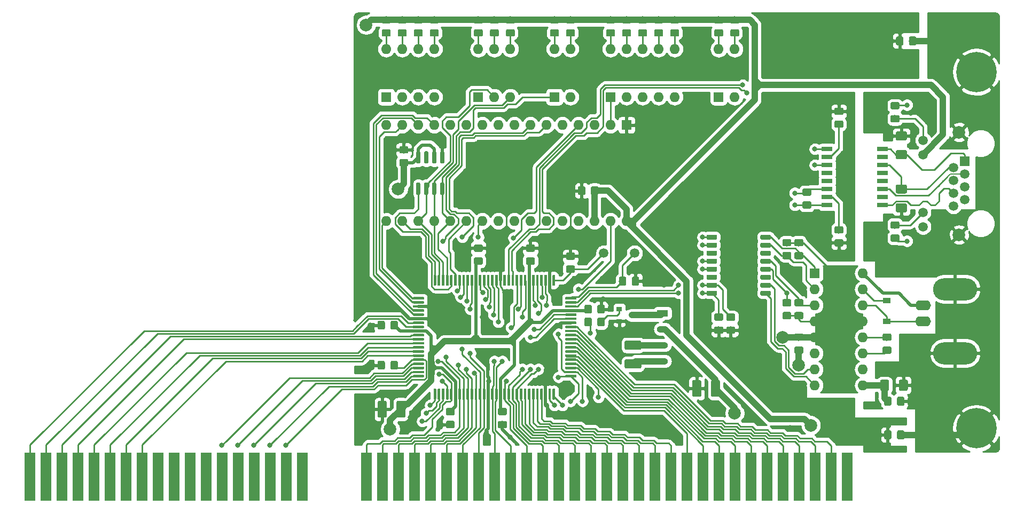
<source format=gbr>
G04 #@! TF.GenerationSoftware,KiCad,Pcbnew,(5.1.4)-1*
G04 #@! TF.CreationDate,2021-08-01T14:10:50+02:00*
G04 #@! TF.ProjectId,NE2000,4e453230-3030-42e6-9b69-6361645f7063,rev?*
G04 #@! TF.SameCoordinates,Original*
G04 #@! TF.FileFunction,Copper,L1,Top*
G04 #@! TF.FilePolarity,Positive*
%FSLAX46Y46*%
G04 Gerber Fmt 4.6, Leading zero omitted, Abs format (unit mm)*
G04 Created by KiCad (PCBNEW (5.1.4)-1) date 2021-08-01 14:10:50*
%MOMM*%
%LPD*%
G04 APERTURE LIST*
%ADD10O,1.800000X1.000000*%
%ADD11R,1.800000X1.000000*%
%ADD12R,1.780000X7.620000*%
%ADD13O,1.600000X1.600000*%
%ADD14R,1.600000X1.600000*%
%ADD15O,2.500000X1.600000*%
%ADD16O,7.000000X3.500000*%
%ADD17C,0.100000*%
%ADD18C,1.150000*%
%ADD19R,0.900000X0.800000*%
%ADD20C,1.425000*%
%ADD21C,0.760000*%
%ADD22C,0.800000*%
%ADD23C,6.400000*%
%ADD24R,1.200000X0.900000*%
%ADD25C,1.500000*%
%ADD26C,0.600000*%
%ADD27C,0.400000*%
%ADD28R,1.700000X0.760000*%
%ADD29C,2.000000*%
%ADD30R,1.500000X1.500000*%
%ADD31C,0.500000*%
%ADD32C,0.250000*%
%ADD33C,0.127000*%
%ADD34C,1.000000*%
%ADD35C,0.254000*%
G04 APERTURE END LIST*
D10*
X166370000Y-105410000D03*
X166370000Y-102870000D03*
X166370000Y-100330000D03*
D11*
X166370000Y-97790000D03*
D12*
X66100000Y-123740000D03*
X68640000Y-123740000D03*
X71180000Y-123740000D03*
X73720000Y-123740000D03*
X76260000Y-123740000D03*
X78800000Y-123740000D03*
X81340000Y-123740000D03*
X83880000Y-123740000D03*
X86420000Y-123740000D03*
X88960000Y-123740000D03*
X91500000Y-123740000D03*
X94040000Y-123740000D03*
X96580000Y-123740000D03*
X99120000Y-123740000D03*
X101660000Y-123740000D03*
X104200000Y-123740000D03*
X106740000Y-123740000D03*
X109280000Y-123740000D03*
X119440000Y-123740000D03*
X121980000Y-123740000D03*
X124520000Y-123740000D03*
X127060000Y-123740000D03*
X129600000Y-123740000D03*
X132140000Y-123740000D03*
X134680000Y-123740000D03*
X137220000Y-123740000D03*
X139760000Y-123740000D03*
X142300000Y-123740000D03*
X144840000Y-123740000D03*
X147380000Y-123740000D03*
X149920000Y-123740000D03*
X152460000Y-123740000D03*
X155000000Y-123740000D03*
X157540000Y-123740000D03*
X160080000Y-123740000D03*
X162620000Y-123740000D03*
X165160000Y-123740000D03*
X167700000Y-123740000D03*
X170240000Y-123740000D03*
X172780000Y-123740000D03*
X175320000Y-123740000D03*
X177860000Y-123740000D03*
X180400000Y-123740000D03*
X182940000Y-123740000D03*
X185480000Y-123740000D03*
X188020000Y-123740000D03*
X190560000Y-123740000D03*
X193100000Y-123740000D03*
X195640000Y-123740000D03*
D13*
X158115000Y-67945000D03*
X125095000Y-83185000D03*
X155575000Y-67945000D03*
X127635000Y-83185000D03*
X153035000Y-67945000D03*
X135255000Y-83185000D03*
X140335000Y-67945000D03*
X130175000Y-83185000D03*
X150495000Y-67945000D03*
X132715000Y-83185000D03*
X145415000Y-67945000D03*
X140335000Y-83185000D03*
X142875000Y-83185000D03*
X145415000Y-83185000D03*
X135255000Y-67945000D03*
X142875000Y-67945000D03*
X147955000Y-83185000D03*
X137795000Y-67945000D03*
X132715000Y-67945000D03*
X122555000Y-83185000D03*
X137795000Y-83185000D03*
X150495000Y-83185000D03*
D14*
X160655000Y-67945000D03*
D13*
X147955000Y-67945000D03*
X130175000Y-67945000D03*
X155575000Y-83185000D03*
X127635000Y-67945000D03*
X125095000Y-67945000D03*
X158115000Y-83185000D03*
X122555000Y-67945000D03*
X153035000Y-83185000D03*
X160655000Y-83185000D03*
D15*
X207645000Y-96520000D03*
X207645000Y-99060000D03*
D16*
X212725000Y-104140000D03*
X212725000Y-93980000D03*
D17*
G36*
X154908505Y-98488204D02*
G01*
X154932773Y-98491804D01*
X154956572Y-98497765D01*
X154979671Y-98506030D01*
X155001850Y-98516520D01*
X155022893Y-98529132D01*
X155042599Y-98543747D01*
X155060777Y-98560223D01*
X155077253Y-98578401D01*
X155091868Y-98598107D01*
X155104480Y-98619150D01*
X155114970Y-98641329D01*
X155123235Y-98664428D01*
X155129196Y-98688227D01*
X155132796Y-98712495D01*
X155134000Y-98736999D01*
X155134000Y-99637001D01*
X155132796Y-99661505D01*
X155129196Y-99685773D01*
X155123235Y-99709572D01*
X155114970Y-99732671D01*
X155104480Y-99754850D01*
X155091868Y-99775893D01*
X155077253Y-99795599D01*
X155060777Y-99813777D01*
X155042599Y-99830253D01*
X155022893Y-99844868D01*
X155001850Y-99857480D01*
X154979671Y-99867970D01*
X154956572Y-99876235D01*
X154932773Y-99882196D01*
X154908505Y-99885796D01*
X154884001Y-99887000D01*
X154233999Y-99887000D01*
X154209495Y-99885796D01*
X154185227Y-99882196D01*
X154161428Y-99876235D01*
X154138329Y-99867970D01*
X154116150Y-99857480D01*
X154095107Y-99844868D01*
X154075401Y-99830253D01*
X154057223Y-99813777D01*
X154040747Y-99795599D01*
X154026132Y-99775893D01*
X154013520Y-99754850D01*
X154003030Y-99732671D01*
X153994765Y-99709572D01*
X153988804Y-99685773D01*
X153985204Y-99661505D01*
X153984000Y-99637001D01*
X153984000Y-98736999D01*
X153985204Y-98712495D01*
X153988804Y-98688227D01*
X153994765Y-98664428D01*
X154003030Y-98641329D01*
X154013520Y-98619150D01*
X154026132Y-98598107D01*
X154040747Y-98578401D01*
X154057223Y-98560223D01*
X154075401Y-98543747D01*
X154095107Y-98529132D01*
X154116150Y-98516520D01*
X154138329Y-98506030D01*
X154161428Y-98497765D01*
X154185227Y-98491804D01*
X154209495Y-98488204D01*
X154233999Y-98487000D01*
X154884001Y-98487000D01*
X154908505Y-98488204D01*
X154908505Y-98488204D01*
G37*
D18*
X154559000Y-99187000D03*
D17*
G36*
X156958505Y-98488204D02*
G01*
X156982773Y-98491804D01*
X157006572Y-98497765D01*
X157029671Y-98506030D01*
X157051850Y-98516520D01*
X157072893Y-98529132D01*
X157092599Y-98543747D01*
X157110777Y-98560223D01*
X157127253Y-98578401D01*
X157141868Y-98598107D01*
X157154480Y-98619150D01*
X157164970Y-98641329D01*
X157173235Y-98664428D01*
X157179196Y-98688227D01*
X157182796Y-98712495D01*
X157184000Y-98736999D01*
X157184000Y-99637001D01*
X157182796Y-99661505D01*
X157179196Y-99685773D01*
X157173235Y-99709572D01*
X157164970Y-99732671D01*
X157154480Y-99754850D01*
X157141868Y-99775893D01*
X157127253Y-99795599D01*
X157110777Y-99813777D01*
X157092599Y-99830253D01*
X157072893Y-99844868D01*
X157051850Y-99857480D01*
X157029671Y-99867970D01*
X157006572Y-99876235D01*
X156982773Y-99882196D01*
X156958505Y-99885796D01*
X156934001Y-99887000D01*
X156283999Y-99887000D01*
X156259495Y-99885796D01*
X156235227Y-99882196D01*
X156211428Y-99876235D01*
X156188329Y-99867970D01*
X156166150Y-99857480D01*
X156145107Y-99844868D01*
X156125401Y-99830253D01*
X156107223Y-99813777D01*
X156090747Y-99795599D01*
X156076132Y-99775893D01*
X156063520Y-99754850D01*
X156053030Y-99732671D01*
X156044765Y-99709572D01*
X156038804Y-99685773D01*
X156035204Y-99661505D01*
X156034000Y-99637001D01*
X156034000Y-98736999D01*
X156035204Y-98712495D01*
X156038804Y-98688227D01*
X156044765Y-98664428D01*
X156053030Y-98641329D01*
X156063520Y-98619150D01*
X156076132Y-98598107D01*
X156090747Y-98578401D01*
X156107223Y-98560223D01*
X156125401Y-98543747D01*
X156145107Y-98529132D01*
X156166150Y-98516520D01*
X156188329Y-98506030D01*
X156211428Y-98497765D01*
X156235227Y-98491804D01*
X156259495Y-98488204D01*
X156283999Y-98487000D01*
X156934001Y-98487000D01*
X156958505Y-98488204D01*
X156958505Y-98488204D01*
G37*
D18*
X156609000Y-99187000D03*
D19*
X161512000Y-98110000D03*
X159512000Y-99060000D03*
X159512000Y-97160000D03*
D17*
G36*
X204865504Y-68957704D02*
G01*
X204889773Y-68961304D01*
X204913571Y-68967265D01*
X204936671Y-68975530D01*
X204958849Y-68986020D01*
X204979893Y-68998633D01*
X204999598Y-69013247D01*
X205017777Y-69029723D01*
X205034253Y-69047902D01*
X205048867Y-69067607D01*
X205061480Y-69088651D01*
X205071970Y-69110829D01*
X205080235Y-69133929D01*
X205086196Y-69157727D01*
X205089796Y-69181996D01*
X205091000Y-69206500D01*
X205091000Y-70131500D01*
X205089796Y-70156004D01*
X205086196Y-70180273D01*
X205080235Y-70204071D01*
X205071970Y-70227171D01*
X205061480Y-70249349D01*
X205048867Y-70270393D01*
X205034253Y-70290098D01*
X205017777Y-70308277D01*
X204999598Y-70324753D01*
X204979893Y-70339367D01*
X204958849Y-70351980D01*
X204936671Y-70362470D01*
X204913571Y-70370735D01*
X204889773Y-70376696D01*
X204865504Y-70380296D01*
X204841000Y-70381500D01*
X203591000Y-70381500D01*
X203566496Y-70380296D01*
X203542227Y-70376696D01*
X203518429Y-70370735D01*
X203495329Y-70362470D01*
X203473151Y-70351980D01*
X203452107Y-70339367D01*
X203432402Y-70324753D01*
X203414223Y-70308277D01*
X203397747Y-70290098D01*
X203383133Y-70270393D01*
X203370520Y-70249349D01*
X203360030Y-70227171D01*
X203351765Y-70204071D01*
X203345804Y-70180273D01*
X203342204Y-70156004D01*
X203341000Y-70131500D01*
X203341000Y-69206500D01*
X203342204Y-69181996D01*
X203345804Y-69157727D01*
X203351765Y-69133929D01*
X203360030Y-69110829D01*
X203370520Y-69088651D01*
X203383133Y-69067607D01*
X203397747Y-69047902D01*
X203414223Y-69029723D01*
X203432402Y-69013247D01*
X203452107Y-68998633D01*
X203473151Y-68986020D01*
X203495329Y-68975530D01*
X203518429Y-68967265D01*
X203542227Y-68961304D01*
X203566496Y-68957704D01*
X203591000Y-68956500D01*
X204841000Y-68956500D01*
X204865504Y-68957704D01*
X204865504Y-68957704D01*
G37*
D20*
X204216000Y-69669000D03*
D17*
G36*
X204865504Y-71932704D02*
G01*
X204889773Y-71936304D01*
X204913571Y-71942265D01*
X204936671Y-71950530D01*
X204958849Y-71961020D01*
X204979893Y-71973633D01*
X204999598Y-71988247D01*
X205017777Y-72004723D01*
X205034253Y-72022902D01*
X205048867Y-72042607D01*
X205061480Y-72063651D01*
X205071970Y-72085829D01*
X205080235Y-72108929D01*
X205086196Y-72132727D01*
X205089796Y-72156996D01*
X205091000Y-72181500D01*
X205091000Y-73106500D01*
X205089796Y-73131004D01*
X205086196Y-73155273D01*
X205080235Y-73179071D01*
X205071970Y-73202171D01*
X205061480Y-73224349D01*
X205048867Y-73245393D01*
X205034253Y-73265098D01*
X205017777Y-73283277D01*
X204999598Y-73299753D01*
X204979893Y-73314367D01*
X204958849Y-73326980D01*
X204936671Y-73337470D01*
X204913571Y-73345735D01*
X204889773Y-73351696D01*
X204865504Y-73355296D01*
X204841000Y-73356500D01*
X203591000Y-73356500D01*
X203566496Y-73355296D01*
X203542227Y-73351696D01*
X203518429Y-73345735D01*
X203495329Y-73337470D01*
X203473151Y-73326980D01*
X203452107Y-73314367D01*
X203432402Y-73299753D01*
X203414223Y-73283277D01*
X203397747Y-73265098D01*
X203383133Y-73245393D01*
X203370520Y-73224349D01*
X203360030Y-73202171D01*
X203351765Y-73179071D01*
X203345804Y-73155273D01*
X203342204Y-73131004D01*
X203341000Y-73106500D01*
X203341000Y-72181500D01*
X203342204Y-72156996D01*
X203345804Y-72132727D01*
X203351765Y-72108929D01*
X203360030Y-72085829D01*
X203370520Y-72063651D01*
X203383133Y-72042607D01*
X203397747Y-72022902D01*
X203414223Y-72004723D01*
X203432402Y-71988247D01*
X203452107Y-71973633D01*
X203473151Y-71961020D01*
X203495329Y-71950530D01*
X203518429Y-71942265D01*
X203542227Y-71936304D01*
X203566496Y-71932704D01*
X203591000Y-71931500D01*
X204841000Y-71931500D01*
X204865504Y-71932704D01*
X204865504Y-71932704D01*
G37*
D20*
X204216000Y-72644000D03*
D17*
G36*
X204865504Y-80368704D02*
G01*
X204889773Y-80372304D01*
X204913571Y-80378265D01*
X204936671Y-80386530D01*
X204958849Y-80397020D01*
X204979893Y-80409633D01*
X204999598Y-80424247D01*
X205017777Y-80440723D01*
X205034253Y-80458902D01*
X205048867Y-80478607D01*
X205061480Y-80499651D01*
X205071970Y-80521829D01*
X205080235Y-80544929D01*
X205086196Y-80568727D01*
X205089796Y-80592996D01*
X205091000Y-80617500D01*
X205091000Y-81542500D01*
X205089796Y-81567004D01*
X205086196Y-81591273D01*
X205080235Y-81615071D01*
X205071970Y-81638171D01*
X205061480Y-81660349D01*
X205048867Y-81681393D01*
X205034253Y-81701098D01*
X205017777Y-81719277D01*
X204999598Y-81735753D01*
X204979893Y-81750367D01*
X204958849Y-81762980D01*
X204936671Y-81773470D01*
X204913571Y-81781735D01*
X204889773Y-81787696D01*
X204865504Y-81791296D01*
X204841000Y-81792500D01*
X203591000Y-81792500D01*
X203566496Y-81791296D01*
X203542227Y-81787696D01*
X203518429Y-81781735D01*
X203495329Y-81773470D01*
X203473151Y-81762980D01*
X203452107Y-81750367D01*
X203432402Y-81735753D01*
X203414223Y-81719277D01*
X203397747Y-81701098D01*
X203383133Y-81681393D01*
X203370520Y-81660349D01*
X203360030Y-81638171D01*
X203351765Y-81615071D01*
X203345804Y-81591273D01*
X203342204Y-81567004D01*
X203341000Y-81542500D01*
X203341000Y-80617500D01*
X203342204Y-80592996D01*
X203345804Y-80568727D01*
X203351765Y-80544929D01*
X203360030Y-80521829D01*
X203370520Y-80499651D01*
X203383133Y-80478607D01*
X203397747Y-80458902D01*
X203414223Y-80440723D01*
X203432402Y-80424247D01*
X203452107Y-80409633D01*
X203473151Y-80397020D01*
X203495329Y-80386530D01*
X203518429Y-80378265D01*
X203542227Y-80372304D01*
X203566496Y-80368704D01*
X203591000Y-80367500D01*
X204841000Y-80367500D01*
X204865504Y-80368704D01*
X204865504Y-80368704D01*
G37*
D20*
X204216000Y-81080000D03*
D17*
G36*
X204865504Y-77393704D02*
G01*
X204889773Y-77397304D01*
X204913571Y-77403265D01*
X204936671Y-77411530D01*
X204958849Y-77422020D01*
X204979893Y-77434633D01*
X204999598Y-77449247D01*
X205017777Y-77465723D01*
X205034253Y-77483902D01*
X205048867Y-77503607D01*
X205061480Y-77524651D01*
X205071970Y-77546829D01*
X205080235Y-77569929D01*
X205086196Y-77593727D01*
X205089796Y-77617996D01*
X205091000Y-77642500D01*
X205091000Y-78567500D01*
X205089796Y-78592004D01*
X205086196Y-78616273D01*
X205080235Y-78640071D01*
X205071970Y-78663171D01*
X205061480Y-78685349D01*
X205048867Y-78706393D01*
X205034253Y-78726098D01*
X205017777Y-78744277D01*
X204999598Y-78760753D01*
X204979893Y-78775367D01*
X204958849Y-78787980D01*
X204936671Y-78798470D01*
X204913571Y-78806735D01*
X204889773Y-78812696D01*
X204865504Y-78816296D01*
X204841000Y-78817500D01*
X203591000Y-78817500D01*
X203566496Y-78816296D01*
X203542227Y-78812696D01*
X203518429Y-78806735D01*
X203495329Y-78798470D01*
X203473151Y-78787980D01*
X203452107Y-78775367D01*
X203432402Y-78760753D01*
X203414223Y-78744277D01*
X203397747Y-78726098D01*
X203383133Y-78706393D01*
X203370520Y-78685349D01*
X203360030Y-78663171D01*
X203351765Y-78640071D01*
X203345804Y-78616273D01*
X203342204Y-78592004D01*
X203341000Y-78567500D01*
X203341000Y-77642500D01*
X203342204Y-77617996D01*
X203345804Y-77593727D01*
X203351765Y-77569929D01*
X203360030Y-77546829D01*
X203370520Y-77524651D01*
X203383133Y-77503607D01*
X203397747Y-77483902D01*
X203414223Y-77465723D01*
X203432402Y-77449247D01*
X203452107Y-77434633D01*
X203473151Y-77422020D01*
X203495329Y-77411530D01*
X203518429Y-77403265D01*
X203542227Y-77397304D01*
X203566496Y-77393704D01*
X203591000Y-77392500D01*
X204841000Y-77392500D01*
X204865504Y-77393704D01*
X204865504Y-77393704D01*
G37*
D20*
X204216000Y-78105000D03*
D17*
G36*
X194784505Y-84008204D02*
G01*
X194808773Y-84011804D01*
X194832572Y-84017765D01*
X194855671Y-84026030D01*
X194877850Y-84036520D01*
X194898893Y-84049132D01*
X194918599Y-84063747D01*
X194936777Y-84080223D01*
X194953253Y-84098401D01*
X194967868Y-84118107D01*
X194980480Y-84139150D01*
X194990970Y-84161329D01*
X194999235Y-84184428D01*
X195005196Y-84208227D01*
X195008796Y-84232495D01*
X195010000Y-84256999D01*
X195010000Y-84907001D01*
X195008796Y-84931505D01*
X195005196Y-84955773D01*
X194999235Y-84979572D01*
X194990970Y-85002671D01*
X194980480Y-85024850D01*
X194967868Y-85045893D01*
X194953253Y-85065599D01*
X194936777Y-85083777D01*
X194918599Y-85100253D01*
X194898893Y-85114868D01*
X194877850Y-85127480D01*
X194855671Y-85137970D01*
X194832572Y-85146235D01*
X194808773Y-85152196D01*
X194784505Y-85155796D01*
X194760001Y-85157000D01*
X193859999Y-85157000D01*
X193835495Y-85155796D01*
X193811227Y-85152196D01*
X193787428Y-85146235D01*
X193764329Y-85137970D01*
X193742150Y-85127480D01*
X193721107Y-85114868D01*
X193701401Y-85100253D01*
X193683223Y-85083777D01*
X193666747Y-85065599D01*
X193652132Y-85045893D01*
X193639520Y-85024850D01*
X193629030Y-85002671D01*
X193620765Y-84979572D01*
X193614804Y-84955773D01*
X193611204Y-84931505D01*
X193610000Y-84907001D01*
X193610000Y-84256999D01*
X193611204Y-84232495D01*
X193614804Y-84208227D01*
X193620765Y-84184428D01*
X193629030Y-84161329D01*
X193639520Y-84139150D01*
X193652132Y-84118107D01*
X193666747Y-84098401D01*
X193683223Y-84080223D01*
X193701401Y-84063747D01*
X193721107Y-84049132D01*
X193742150Y-84036520D01*
X193764329Y-84026030D01*
X193787428Y-84017765D01*
X193811227Y-84011804D01*
X193835495Y-84008204D01*
X193859999Y-84007000D01*
X194760001Y-84007000D01*
X194784505Y-84008204D01*
X194784505Y-84008204D01*
G37*
D18*
X194310000Y-84582000D03*
D17*
G36*
X194784505Y-86058204D02*
G01*
X194808773Y-86061804D01*
X194832572Y-86067765D01*
X194855671Y-86076030D01*
X194877850Y-86086520D01*
X194898893Y-86099132D01*
X194918599Y-86113747D01*
X194936777Y-86130223D01*
X194953253Y-86148401D01*
X194967868Y-86168107D01*
X194980480Y-86189150D01*
X194990970Y-86211329D01*
X194999235Y-86234428D01*
X195005196Y-86258227D01*
X195008796Y-86282495D01*
X195010000Y-86306999D01*
X195010000Y-86957001D01*
X195008796Y-86981505D01*
X195005196Y-87005773D01*
X194999235Y-87029572D01*
X194990970Y-87052671D01*
X194980480Y-87074850D01*
X194967868Y-87095893D01*
X194953253Y-87115599D01*
X194936777Y-87133777D01*
X194918599Y-87150253D01*
X194898893Y-87164868D01*
X194877850Y-87177480D01*
X194855671Y-87187970D01*
X194832572Y-87196235D01*
X194808773Y-87202196D01*
X194784505Y-87205796D01*
X194760001Y-87207000D01*
X193859999Y-87207000D01*
X193835495Y-87205796D01*
X193811227Y-87202196D01*
X193787428Y-87196235D01*
X193764329Y-87187970D01*
X193742150Y-87177480D01*
X193721107Y-87164868D01*
X193701401Y-87150253D01*
X193683223Y-87133777D01*
X193666747Y-87115599D01*
X193652132Y-87095893D01*
X193639520Y-87074850D01*
X193629030Y-87052671D01*
X193620765Y-87029572D01*
X193614804Y-87005773D01*
X193611204Y-86981505D01*
X193610000Y-86957001D01*
X193610000Y-86306999D01*
X193611204Y-86282495D01*
X193614804Y-86258227D01*
X193620765Y-86234428D01*
X193629030Y-86211329D01*
X193639520Y-86189150D01*
X193652132Y-86168107D01*
X193666747Y-86148401D01*
X193683223Y-86130223D01*
X193701401Y-86113747D01*
X193721107Y-86099132D01*
X193742150Y-86086520D01*
X193764329Y-86076030D01*
X193787428Y-86067765D01*
X193811227Y-86061804D01*
X193835495Y-86058204D01*
X193859999Y-86057000D01*
X194760001Y-86057000D01*
X194784505Y-86058204D01*
X194784505Y-86058204D01*
G37*
D18*
X194310000Y-86632000D03*
D17*
G36*
X194784505Y-65194204D02*
G01*
X194808773Y-65197804D01*
X194832572Y-65203765D01*
X194855671Y-65212030D01*
X194877850Y-65222520D01*
X194898893Y-65235132D01*
X194918599Y-65249747D01*
X194936777Y-65266223D01*
X194953253Y-65284401D01*
X194967868Y-65304107D01*
X194980480Y-65325150D01*
X194990970Y-65347329D01*
X194999235Y-65370428D01*
X195005196Y-65394227D01*
X195008796Y-65418495D01*
X195010000Y-65442999D01*
X195010000Y-66093001D01*
X195008796Y-66117505D01*
X195005196Y-66141773D01*
X194999235Y-66165572D01*
X194990970Y-66188671D01*
X194980480Y-66210850D01*
X194967868Y-66231893D01*
X194953253Y-66251599D01*
X194936777Y-66269777D01*
X194918599Y-66286253D01*
X194898893Y-66300868D01*
X194877850Y-66313480D01*
X194855671Y-66323970D01*
X194832572Y-66332235D01*
X194808773Y-66338196D01*
X194784505Y-66341796D01*
X194760001Y-66343000D01*
X193859999Y-66343000D01*
X193835495Y-66341796D01*
X193811227Y-66338196D01*
X193787428Y-66332235D01*
X193764329Y-66323970D01*
X193742150Y-66313480D01*
X193721107Y-66300868D01*
X193701401Y-66286253D01*
X193683223Y-66269777D01*
X193666747Y-66251599D01*
X193652132Y-66231893D01*
X193639520Y-66210850D01*
X193629030Y-66188671D01*
X193620765Y-66165572D01*
X193614804Y-66141773D01*
X193611204Y-66117505D01*
X193610000Y-66093001D01*
X193610000Y-65442999D01*
X193611204Y-65418495D01*
X193614804Y-65394227D01*
X193620765Y-65370428D01*
X193629030Y-65347329D01*
X193639520Y-65325150D01*
X193652132Y-65304107D01*
X193666747Y-65284401D01*
X193683223Y-65266223D01*
X193701401Y-65249747D01*
X193721107Y-65235132D01*
X193742150Y-65222520D01*
X193764329Y-65212030D01*
X193787428Y-65203765D01*
X193811227Y-65197804D01*
X193835495Y-65194204D01*
X193859999Y-65193000D01*
X194760001Y-65193000D01*
X194784505Y-65194204D01*
X194784505Y-65194204D01*
G37*
D18*
X194310000Y-65768000D03*
D17*
G36*
X194784505Y-67244204D02*
G01*
X194808773Y-67247804D01*
X194832572Y-67253765D01*
X194855671Y-67262030D01*
X194877850Y-67272520D01*
X194898893Y-67285132D01*
X194918599Y-67299747D01*
X194936777Y-67316223D01*
X194953253Y-67334401D01*
X194967868Y-67354107D01*
X194980480Y-67375150D01*
X194990970Y-67397329D01*
X194999235Y-67420428D01*
X195005196Y-67444227D01*
X195008796Y-67468495D01*
X195010000Y-67492999D01*
X195010000Y-68143001D01*
X195008796Y-68167505D01*
X195005196Y-68191773D01*
X194999235Y-68215572D01*
X194990970Y-68238671D01*
X194980480Y-68260850D01*
X194967868Y-68281893D01*
X194953253Y-68301599D01*
X194936777Y-68319777D01*
X194918599Y-68336253D01*
X194898893Y-68350868D01*
X194877850Y-68363480D01*
X194855671Y-68373970D01*
X194832572Y-68382235D01*
X194808773Y-68388196D01*
X194784505Y-68391796D01*
X194760001Y-68393000D01*
X193859999Y-68393000D01*
X193835495Y-68391796D01*
X193811227Y-68388196D01*
X193787428Y-68382235D01*
X193764329Y-68373970D01*
X193742150Y-68363480D01*
X193721107Y-68350868D01*
X193701401Y-68336253D01*
X193683223Y-68319777D01*
X193666747Y-68301599D01*
X193652132Y-68281893D01*
X193639520Y-68260850D01*
X193629030Y-68238671D01*
X193620765Y-68215572D01*
X193614804Y-68191773D01*
X193611204Y-68167505D01*
X193610000Y-68143001D01*
X193610000Y-67492999D01*
X193611204Y-67468495D01*
X193614804Y-67444227D01*
X193620765Y-67420428D01*
X193629030Y-67397329D01*
X193639520Y-67375150D01*
X193652132Y-67354107D01*
X193666747Y-67334401D01*
X193683223Y-67316223D01*
X193701401Y-67299747D01*
X193721107Y-67285132D01*
X193742150Y-67272520D01*
X193764329Y-67262030D01*
X193787428Y-67253765D01*
X193811227Y-67247804D01*
X193835495Y-67244204D01*
X193859999Y-67243000D01*
X194760001Y-67243000D01*
X194784505Y-67244204D01*
X194784505Y-67244204D01*
G37*
D18*
X194310000Y-67818000D03*
D17*
G36*
X204456505Y-111061204D02*
G01*
X204480773Y-111064804D01*
X204504572Y-111070765D01*
X204527671Y-111079030D01*
X204549850Y-111089520D01*
X204570893Y-111102132D01*
X204590599Y-111116747D01*
X204608777Y-111133223D01*
X204625253Y-111151401D01*
X204639868Y-111171107D01*
X204652480Y-111192150D01*
X204662970Y-111214329D01*
X204671235Y-111237428D01*
X204677196Y-111261227D01*
X204680796Y-111285495D01*
X204682000Y-111309999D01*
X204682000Y-112210001D01*
X204680796Y-112234505D01*
X204677196Y-112258773D01*
X204671235Y-112282572D01*
X204662970Y-112305671D01*
X204652480Y-112327850D01*
X204639868Y-112348893D01*
X204625253Y-112368599D01*
X204608777Y-112386777D01*
X204590599Y-112403253D01*
X204570893Y-112417868D01*
X204549850Y-112430480D01*
X204527671Y-112440970D01*
X204504572Y-112449235D01*
X204480773Y-112455196D01*
X204456505Y-112458796D01*
X204432001Y-112460000D01*
X203781999Y-112460000D01*
X203757495Y-112458796D01*
X203733227Y-112455196D01*
X203709428Y-112449235D01*
X203686329Y-112440970D01*
X203664150Y-112430480D01*
X203643107Y-112417868D01*
X203623401Y-112403253D01*
X203605223Y-112386777D01*
X203588747Y-112368599D01*
X203574132Y-112348893D01*
X203561520Y-112327850D01*
X203551030Y-112305671D01*
X203542765Y-112282572D01*
X203536804Y-112258773D01*
X203533204Y-112234505D01*
X203532000Y-112210001D01*
X203532000Y-111309999D01*
X203533204Y-111285495D01*
X203536804Y-111261227D01*
X203542765Y-111237428D01*
X203551030Y-111214329D01*
X203561520Y-111192150D01*
X203574132Y-111171107D01*
X203588747Y-111151401D01*
X203605223Y-111133223D01*
X203623401Y-111116747D01*
X203643107Y-111102132D01*
X203664150Y-111089520D01*
X203686329Y-111079030D01*
X203709428Y-111070765D01*
X203733227Y-111064804D01*
X203757495Y-111061204D01*
X203781999Y-111060000D01*
X204432001Y-111060000D01*
X204456505Y-111061204D01*
X204456505Y-111061204D01*
G37*
D18*
X204107000Y-111760000D03*
D17*
G36*
X202406505Y-111061204D02*
G01*
X202430773Y-111064804D01*
X202454572Y-111070765D01*
X202477671Y-111079030D01*
X202499850Y-111089520D01*
X202520893Y-111102132D01*
X202540599Y-111116747D01*
X202558777Y-111133223D01*
X202575253Y-111151401D01*
X202589868Y-111171107D01*
X202602480Y-111192150D01*
X202612970Y-111214329D01*
X202621235Y-111237428D01*
X202627196Y-111261227D01*
X202630796Y-111285495D01*
X202632000Y-111309999D01*
X202632000Y-112210001D01*
X202630796Y-112234505D01*
X202627196Y-112258773D01*
X202621235Y-112282572D01*
X202612970Y-112305671D01*
X202602480Y-112327850D01*
X202589868Y-112348893D01*
X202575253Y-112368599D01*
X202558777Y-112386777D01*
X202540599Y-112403253D01*
X202520893Y-112417868D01*
X202499850Y-112430480D01*
X202477671Y-112440970D01*
X202454572Y-112449235D01*
X202430773Y-112455196D01*
X202406505Y-112458796D01*
X202382001Y-112460000D01*
X201731999Y-112460000D01*
X201707495Y-112458796D01*
X201683227Y-112455196D01*
X201659428Y-112449235D01*
X201636329Y-112440970D01*
X201614150Y-112430480D01*
X201593107Y-112417868D01*
X201573401Y-112403253D01*
X201555223Y-112386777D01*
X201538747Y-112368599D01*
X201524132Y-112348893D01*
X201511520Y-112327850D01*
X201501030Y-112305671D01*
X201492765Y-112282572D01*
X201486804Y-112258773D01*
X201483204Y-112234505D01*
X201482000Y-112210001D01*
X201482000Y-111309999D01*
X201483204Y-111285495D01*
X201486804Y-111261227D01*
X201492765Y-111237428D01*
X201501030Y-111214329D01*
X201511520Y-111192150D01*
X201524132Y-111171107D01*
X201538747Y-111151401D01*
X201555223Y-111133223D01*
X201573401Y-111116747D01*
X201593107Y-111102132D01*
X201614150Y-111089520D01*
X201636329Y-111079030D01*
X201659428Y-111070765D01*
X201683227Y-111064804D01*
X201707495Y-111061204D01*
X201731999Y-111060000D01*
X202382001Y-111060000D01*
X202406505Y-111061204D01*
X202406505Y-111061204D01*
G37*
D18*
X202057000Y-111760000D03*
D17*
G36*
X202406505Y-116395204D02*
G01*
X202430773Y-116398804D01*
X202454572Y-116404765D01*
X202477671Y-116413030D01*
X202499850Y-116423520D01*
X202520893Y-116436132D01*
X202540599Y-116450747D01*
X202558777Y-116467223D01*
X202575253Y-116485401D01*
X202589868Y-116505107D01*
X202602480Y-116526150D01*
X202612970Y-116548329D01*
X202621235Y-116571428D01*
X202627196Y-116595227D01*
X202630796Y-116619495D01*
X202632000Y-116643999D01*
X202632000Y-117544001D01*
X202630796Y-117568505D01*
X202627196Y-117592773D01*
X202621235Y-117616572D01*
X202612970Y-117639671D01*
X202602480Y-117661850D01*
X202589868Y-117682893D01*
X202575253Y-117702599D01*
X202558777Y-117720777D01*
X202540599Y-117737253D01*
X202520893Y-117751868D01*
X202499850Y-117764480D01*
X202477671Y-117774970D01*
X202454572Y-117783235D01*
X202430773Y-117789196D01*
X202406505Y-117792796D01*
X202382001Y-117794000D01*
X201731999Y-117794000D01*
X201707495Y-117792796D01*
X201683227Y-117789196D01*
X201659428Y-117783235D01*
X201636329Y-117774970D01*
X201614150Y-117764480D01*
X201593107Y-117751868D01*
X201573401Y-117737253D01*
X201555223Y-117720777D01*
X201538747Y-117702599D01*
X201524132Y-117682893D01*
X201511520Y-117661850D01*
X201501030Y-117639671D01*
X201492765Y-117616572D01*
X201486804Y-117592773D01*
X201483204Y-117568505D01*
X201482000Y-117544001D01*
X201482000Y-116643999D01*
X201483204Y-116619495D01*
X201486804Y-116595227D01*
X201492765Y-116571428D01*
X201501030Y-116548329D01*
X201511520Y-116526150D01*
X201524132Y-116505107D01*
X201538747Y-116485401D01*
X201555223Y-116467223D01*
X201573401Y-116450747D01*
X201593107Y-116436132D01*
X201614150Y-116423520D01*
X201636329Y-116413030D01*
X201659428Y-116404765D01*
X201683227Y-116398804D01*
X201707495Y-116395204D01*
X201731999Y-116394000D01*
X202382001Y-116394000D01*
X202406505Y-116395204D01*
X202406505Y-116395204D01*
G37*
D18*
X202057000Y-117094000D03*
D17*
G36*
X204456505Y-116395204D02*
G01*
X204480773Y-116398804D01*
X204504572Y-116404765D01*
X204527671Y-116413030D01*
X204549850Y-116423520D01*
X204570893Y-116436132D01*
X204590599Y-116450747D01*
X204608777Y-116467223D01*
X204625253Y-116485401D01*
X204639868Y-116505107D01*
X204652480Y-116526150D01*
X204662970Y-116548329D01*
X204671235Y-116571428D01*
X204677196Y-116595227D01*
X204680796Y-116619495D01*
X204682000Y-116643999D01*
X204682000Y-117544001D01*
X204680796Y-117568505D01*
X204677196Y-117592773D01*
X204671235Y-117616572D01*
X204662970Y-117639671D01*
X204652480Y-117661850D01*
X204639868Y-117682893D01*
X204625253Y-117702599D01*
X204608777Y-117720777D01*
X204590599Y-117737253D01*
X204570893Y-117751868D01*
X204549850Y-117764480D01*
X204527671Y-117774970D01*
X204504572Y-117783235D01*
X204480773Y-117789196D01*
X204456505Y-117792796D01*
X204432001Y-117794000D01*
X203781999Y-117794000D01*
X203757495Y-117792796D01*
X203733227Y-117789196D01*
X203709428Y-117783235D01*
X203686329Y-117774970D01*
X203664150Y-117764480D01*
X203643107Y-117751868D01*
X203623401Y-117737253D01*
X203605223Y-117720777D01*
X203588747Y-117702599D01*
X203574132Y-117682893D01*
X203561520Y-117661850D01*
X203551030Y-117639671D01*
X203542765Y-117616572D01*
X203536804Y-117592773D01*
X203533204Y-117568505D01*
X203532000Y-117544001D01*
X203532000Y-116643999D01*
X203533204Y-116619495D01*
X203536804Y-116595227D01*
X203542765Y-116571428D01*
X203551030Y-116548329D01*
X203561520Y-116526150D01*
X203574132Y-116505107D01*
X203588747Y-116485401D01*
X203605223Y-116467223D01*
X203623401Y-116450747D01*
X203643107Y-116436132D01*
X203664150Y-116423520D01*
X203686329Y-116413030D01*
X203709428Y-116404765D01*
X203733227Y-116398804D01*
X203757495Y-116395204D01*
X203781999Y-116394000D01*
X204432001Y-116394000D01*
X204456505Y-116395204D01*
X204456505Y-116395204D01*
G37*
D18*
X204107000Y-117094000D03*
D17*
G36*
X204293505Y-53911204D02*
G01*
X204317773Y-53914804D01*
X204341572Y-53920765D01*
X204364671Y-53929030D01*
X204386850Y-53939520D01*
X204407893Y-53952132D01*
X204427599Y-53966747D01*
X204445777Y-53983223D01*
X204462253Y-54001401D01*
X204476868Y-54021107D01*
X204489480Y-54042150D01*
X204499970Y-54064329D01*
X204508235Y-54087428D01*
X204514196Y-54111227D01*
X204517796Y-54135495D01*
X204519000Y-54159999D01*
X204519000Y-55060001D01*
X204517796Y-55084505D01*
X204514196Y-55108773D01*
X204508235Y-55132572D01*
X204499970Y-55155671D01*
X204489480Y-55177850D01*
X204476868Y-55198893D01*
X204462253Y-55218599D01*
X204445777Y-55236777D01*
X204427599Y-55253253D01*
X204407893Y-55267868D01*
X204386850Y-55280480D01*
X204364671Y-55290970D01*
X204341572Y-55299235D01*
X204317773Y-55305196D01*
X204293505Y-55308796D01*
X204269001Y-55310000D01*
X203618999Y-55310000D01*
X203594495Y-55308796D01*
X203570227Y-55305196D01*
X203546428Y-55299235D01*
X203523329Y-55290970D01*
X203501150Y-55280480D01*
X203480107Y-55267868D01*
X203460401Y-55253253D01*
X203442223Y-55236777D01*
X203425747Y-55218599D01*
X203411132Y-55198893D01*
X203398520Y-55177850D01*
X203388030Y-55155671D01*
X203379765Y-55132572D01*
X203373804Y-55108773D01*
X203370204Y-55084505D01*
X203369000Y-55060001D01*
X203369000Y-54159999D01*
X203370204Y-54135495D01*
X203373804Y-54111227D01*
X203379765Y-54087428D01*
X203388030Y-54064329D01*
X203398520Y-54042150D01*
X203411132Y-54021107D01*
X203425747Y-54001401D01*
X203442223Y-53983223D01*
X203460401Y-53966747D01*
X203480107Y-53952132D01*
X203501150Y-53939520D01*
X203523329Y-53929030D01*
X203546428Y-53920765D01*
X203570227Y-53914804D01*
X203594495Y-53911204D01*
X203618999Y-53910000D01*
X204269001Y-53910000D01*
X204293505Y-53911204D01*
X204293505Y-53911204D01*
G37*
D18*
X203944000Y-54610000D03*
D17*
G36*
X206343505Y-53911204D02*
G01*
X206367773Y-53914804D01*
X206391572Y-53920765D01*
X206414671Y-53929030D01*
X206436850Y-53939520D01*
X206457893Y-53952132D01*
X206477599Y-53966747D01*
X206495777Y-53983223D01*
X206512253Y-54001401D01*
X206526868Y-54021107D01*
X206539480Y-54042150D01*
X206549970Y-54064329D01*
X206558235Y-54087428D01*
X206564196Y-54111227D01*
X206567796Y-54135495D01*
X206569000Y-54159999D01*
X206569000Y-55060001D01*
X206567796Y-55084505D01*
X206564196Y-55108773D01*
X206558235Y-55132572D01*
X206549970Y-55155671D01*
X206539480Y-55177850D01*
X206526868Y-55198893D01*
X206512253Y-55218599D01*
X206495777Y-55236777D01*
X206477599Y-55253253D01*
X206457893Y-55267868D01*
X206436850Y-55280480D01*
X206414671Y-55290970D01*
X206391572Y-55299235D01*
X206367773Y-55305196D01*
X206343505Y-55308796D01*
X206319001Y-55310000D01*
X205668999Y-55310000D01*
X205644495Y-55308796D01*
X205620227Y-55305196D01*
X205596428Y-55299235D01*
X205573329Y-55290970D01*
X205551150Y-55280480D01*
X205530107Y-55267868D01*
X205510401Y-55253253D01*
X205492223Y-55236777D01*
X205475747Y-55218599D01*
X205461132Y-55198893D01*
X205448520Y-55177850D01*
X205438030Y-55155671D01*
X205429765Y-55132572D01*
X205423804Y-55108773D01*
X205420204Y-55084505D01*
X205419000Y-55060001D01*
X205419000Y-54159999D01*
X205420204Y-54135495D01*
X205423804Y-54111227D01*
X205429765Y-54087428D01*
X205438030Y-54064329D01*
X205448520Y-54042150D01*
X205461132Y-54021107D01*
X205475747Y-54001401D01*
X205492223Y-53983223D01*
X205510401Y-53966747D01*
X205530107Y-53952132D01*
X205551150Y-53939520D01*
X205573329Y-53929030D01*
X205596428Y-53920765D01*
X205620227Y-53914804D01*
X205644495Y-53911204D01*
X205668999Y-53910000D01*
X206319001Y-53910000D01*
X206343505Y-53911204D01*
X206343505Y-53911204D01*
G37*
D18*
X205994000Y-54610000D03*
D17*
G36*
X205011004Y-108346204D02*
G01*
X205035273Y-108349804D01*
X205059071Y-108355765D01*
X205082171Y-108364030D01*
X205104349Y-108374520D01*
X205125393Y-108387133D01*
X205145098Y-108401747D01*
X205163277Y-108418223D01*
X205179753Y-108436402D01*
X205194367Y-108456107D01*
X205206980Y-108477151D01*
X205217470Y-108499329D01*
X205225735Y-108522429D01*
X205231696Y-108546227D01*
X205235296Y-108570496D01*
X205236500Y-108595000D01*
X205236500Y-109845000D01*
X205235296Y-109869504D01*
X205231696Y-109893773D01*
X205225735Y-109917571D01*
X205217470Y-109940671D01*
X205206980Y-109962849D01*
X205194367Y-109983893D01*
X205179753Y-110003598D01*
X205163277Y-110021777D01*
X205145098Y-110038253D01*
X205125393Y-110052867D01*
X205104349Y-110065480D01*
X205082171Y-110075970D01*
X205059071Y-110084235D01*
X205035273Y-110090196D01*
X205011004Y-110093796D01*
X204986500Y-110095000D01*
X204061500Y-110095000D01*
X204036996Y-110093796D01*
X204012727Y-110090196D01*
X203988929Y-110084235D01*
X203965829Y-110075970D01*
X203943651Y-110065480D01*
X203922607Y-110052867D01*
X203902902Y-110038253D01*
X203884723Y-110021777D01*
X203868247Y-110003598D01*
X203853633Y-109983893D01*
X203841020Y-109962849D01*
X203830530Y-109940671D01*
X203822265Y-109917571D01*
X203816304Y-109893773D01*
X203812704Y-109869504D01*
X203811500Y-109845000D01*
X203811500Y-108595000D01*
X203812704Y-108570496D01*
X203816304Y-108546227D01*
X203822265Y-108522429D01*
X203830530Y-108499329D01*
X203841020Y-108477151D01*
X203853633Y-108456107D01*
X203868247Y-108436402D01*
X203884723Y-108418223D01*
X203902902Y-108401747D01*
X203922607Y-108387133D01*
X203943651Y-108374520D01*
X203965829Y-108364030D01*
X203988929Y-108355765D01*
X204012727Y-108349804D01*
X204036996Y-108346204D01*
X204061500Y-108345000D01*
X204986500Y-108345000D01*
X205011004Y-108346204D01*
X205011004Y-108346204D01*
G37*
D20*
X204524000Y-109220000D03*
D17*
G36*
X202036004Y-108346204D02*
G01*
X202060273Y-108349804D01*
X202084071Y-108355765D01*
X202107171Y-108364030D01*
X202129349Y-108374520D01*
X202150393Y-108387133D01*
X202170098Y-108401747D01*
X202188277Y-108418223D01*
X202204753Y-108436402D01*
X202219367Y-108456107D01*
X202231980Y-108477151D01*
X202242470Y-108499329D01*
X202250735Y-108522429D01*
X202256696Y-108546227D01*
X202260296Y-108570496D01*
X202261500Y-108595000D01*
X202261500Y-109845000D01*
X202260296Y-109869504D01*
X202256696Y-109893773D01*
X202250735Y-109917571D01*
X202242470Y-109940671D01*
X202231980Y-109962849D01*
X202219367Y-109983893D01*
X202204753Y-110003598D01*
X202188277Y-110021777D01*
X202170098Y-110038253D01*
X202150393Y-110052867D01*
X202129349Y-110065480D01*
X202107171Y-110075970D01*
X202084071Y-110084235D01*
X202060273Y-110090196D01*
X202036004Y-110093796D01*
X202011500Y-110095000D01*
X201086500Y-110095000D01*
X201061996Y-110093796D01*
X201037727Y-110090196D01*
X201013929Y-110084235D01*
X200990829Y-110075970D01*
X200968651Y-110065480D01*
X200947607Y-110052867D01*
X200927902Y-110038253D01*
X200909723Y-110021777D01*
X200893247Y-110003598D01*
X200878633Y-109983893D01*
X200866020Y-109962849D01*
X200855530Y-109940671D01*
X200847265Y-109917571D01*
X200841304Y-109893773D01*
X200837704Y-109869504D01*
X200836500Y-109845000D01*
X200836500Y-108595000D01*
X200837704Y-108570496D01*
X200841304Y-108546227D01*
X200847265Y-108522429D01*
X200855530Y-108499329D01*
X200866020Y-108477151D01*
X200878633Y-108456107D01*
X200893247Y-108436402D01*
X200909723Y-108418223D01*
X200927902Y-108401747D01*
X200947607Y-108387133D01*
X200968651Y-108374520D01*
X200990829Y-108364030D01*
X201013929Y-108355765D01*
X201037727Y-108349804D01*
X201061996Y-108346204D01*
X201086500Y-108345000D01*
X202011500Y-108345000D01*
X202036004Y-108346204D01*
X202036004Y-108346204D01*
G37*
D20*
X201549000Y-109220000D03*
D17*
G36*
X175734505Y-99901204D02*
G01*
X175758773Y-99904804D01*
X175782572Y-99910765D01*
X175805671Y-99919030D01*
X175827850Y-99929520D01*
X175848893Y-99942132D01*
X175868599Y-99956747D01*
X175886777Y-99973223D01*
X175903253Y-99991401D01*
X175917868Y-100011107D01*
X175930480Y-100032150D01*
X175940970Y-100054329D01*
X175949235Y-100077428D01*
X175955196Y-100101227D01*
X175958796Y-100125495D01*
X175960000Y-100149999D01*
X175960000Y-100800001D01*
X175958796Y-100824505D01*
X175955196Y-100848773D01*
X175949235Y-100872572D01*
X175940970Y-100895671D01*
X175930480Y-100917850D01*
X175917868Y-100938893D01*
X175903253Y-100958599D01*
X175886777Y-100976777D01*
X175868599Y-100993253D01*
X175848893Y-101007868D01*
X175827850Y-101020480D01*
X175805671Y-101030970D01*
X175782572Y-101039235D01*
X175758773Y-101045196D01*
X175734505Y-101048796D01*
X175710001Y-101050000D01*
X174809999Y-101050000D01*
X174785495Y-101048796D01*
X174761227Y-101045196D01*
X174737428Y-101039235D01*
X174714329Y-101030970D01*
X174692150Y-101020480D01*
X174671107Y-101007868D01*
X174651401Y-100993253D01*
X174633223Y-100976777D01*
X174616747Y-100958599D01*
X174602132Y-100938893D01*
X174589520Y-100917850D01*
X174579030Y-100895671D01*
X174570765Y-100872572D01*
X174564804Y-100848773D01*
X174561204Y-100824505D01*
X174560000Y-100800001D01*
X174560000Y-100149999D01*
X174561204Y-100125495D01*
X174564804Y-100101227D01*
X174570765Y-100077428D01*
X174579030Y-100054329D01*
X174589520Y-100032150D01*
X174602132Y-100011107D01*
X174616747Y-99991401D01*
X174633223Y-99973223D01*
X174651401Y-99956747D01*
X174671107Y-99942132D01*
X174692150Y-99929520D01*
X174714329Y-99919030D01*
X174737428Y-99910765D01*
X174761227Y-99904804D01*
X174785495Y-99901204D01*
X174809999Y-99900000D01*
X175710001Y-99900000D01*
X175734505Y-99901204D01*
X175734505Y-99901204D01*
G37*
D18*
X175260000Y-100475000D03*
D17*
G36*
X175734505Y-97851204D02*
G01*
X175758773Y-97854804D01*
X175782572Y-97860765D01*
X175805671Y-97869030D01*
X175827850Y-97879520D01*
X175848893Y-97892132D01*
X175868599Y-97906747D01*
X175886777Y-97923223D01*
X175903253Y-97941401D01*
X175917868Y-97961107D01*
X175930480Y-97982150D01*
X175940970Y-98004329D01*
X175949235Y-98027428D01*
X175955196Y-98051227D01*
X175958796Y-98075495D01*
X175960000Y-98099999D01*
X175960000Y-98750001D01*
X175958796Y-98774505D01*
X175955196Y-98798773D01*
X175949235Y-98822572D01*
X175940970Y-98845671D01*
X175930480Y-98867850D01*
X175917868Y-98888893D01*
X175903253Y-98908599D01*
X175886777Y-98926777D01*
X175868599Y-98943253D01*
X175848893Y-98957868D01*
X175827850Y-98970480D01*
X175805671Y-98980970D01*
X175782572Y-98989235D01*
X175758773Y-98995196D01*
X175734505Y-98998796D01*
X175710001Y-99000000D01*
X174809999Y-99000000D01*
X174785495Y-98998796D01*
X174761227Y-98995196D01*
X174737428Y-98989235D01*
X174714329Y-98980970D01*
X174692150Y-98970480D01*
X174671107Y-98957868D01*
X174651401Y-98943253D01*
X174633223Y-98926777D01*
X174616747Y-98908599D01*
X174602132Y-98888893D01*
X174589520Y-98867850D01*
X174579030Y-98845671D01*
X174570765Y-98822572D01*
X174564804Y-98798773D01*
X174561204Y-98774505D01*
X174560000Y-98750001D01*
X174560000Y-98099999D01*
X174561204Y-98075495D01*
X174564804Y-98051227D01*
X174570765Y-98027428D01*
X174579030Y-98004329D01*
X174589520Y-97982150D01*
X174602132Y-97961107D01*
X174616747Y-97941401D01*
X174633223Y-97923223D01*
X174651401Y-97906747D01*
X174671107Y-97892132D01*
X174692150Y-97879520D01*
X174714329Y-97869030D01*
X174737428Y-97860765D01*
X174761227Y-97854804D01*
X174785495Y-97851204D01*
X174809999Y-97850000D01*
X175710001Y-97850000D01*
X175734505Y-97851204D01*
X175734505Y-97851204D01*
G37*
D18*
X175260000Y-98425000D03*
D17*
G36*
X177639505Y-99901204D02*
G01*
X177663773Y-99904804D01*
X177687572Y-99910765D01*
X177710671Y-99919030D01*
X177732850Y-99929520D01*
X177753893Y-99942132D01*
X177773599Y-99956747D01*
X177791777Y-99973223D01*
X177808253Y-99991401D01*
X177822868Y-100011107D01*
X177835480Y-100032150D01*
X177845970Y-100054329D01*
X177854235Y-100077428D01*
X177860196Y-100101227D01*
X177863796Y-100125495D01*
X177865000Y-100149999D01*
X177865000Y-100800001D01*
X177863796Y-100824505D01*
X177860196Y-100848773D01*
X177854235Y-100872572D01*
X177845970Y-100895671D01*
X177835480Y-100917850D01*
X177822868Y-100938893D01*
X177808253Y-100958599D01*
X177791777Y-100976777D01*
X177773599Y-100993253D01*
X177753893Y-101007868D01*
X177732850Y-101020480D01*
X177710671Y-101030970D01*
X177687572Y-101039235D01*
X177663773Y-101045196D01*
X177639505Y-101048796D01*
X177615001Y-101050000D01*
X176714999Y-101050000D01*
X176690495Y-101048796D01*
X176666227Y-101045196D01*
X176642428Y-101039235D01*
X176619329Y-101030970D01*
X176597150Y-101020480D01*
X176576107Y-101007868D01*
X176556401Y-100993253D01*
X176538223Y-100976777D01*
X176521747Y-100958599D01*
X176507132Y-100938893D01*
X176494520Y-100917850D01*
X176484030Y-100895671D01*
X176475765Y-100872572D01*
X176469804Y-100848773D01*
X176466204Y-100824505D01*
X176465000Y-100800001D01*
X176465000Y-100149999D01*
X176466204Y-100125495D01*
X176469804Y-100101227D01*
X176475765Y-100077428D01*
X176484030Y-100054329D01*
X176494520Y-100032150D01*
X176507132Y-100011107D01*
X176521747Y-99991401D01*
X176538223Y-99973223D01*
X176556401Y-99956747D01*
X176576107Y-99942132D01*
X176597150Y-99929520D01*
X176619329Y-99919030D01*
X176642428Y-99910765D01*
X176666227Y-99904804D01*
X176690495Y-99901204D01*
X176714999Y-99900000D01*
X177615001Y-99900000D01*
X177639505Y-99901204D01*
X177639505Y-99901204D01*
G37*
D18*
X177165000Y-100475000D03*
D17*
G36*
X177639505Y-97851204D02*
G01*
X177663773Y-97854804D01*
X177687572Y-97860765D01*
X177710671Y-97869030D01*
X177732850Y-97879520D01*
X177753893Y-97892132D01*
X177773599Y-97906747D01*
X177791777Y-97923223D01*
X177808253Y-97941401D01*
X177822868Y-97961107D01*
X177835480Y-97982150D01*
X177845970Y-98004329D01*
X177854235Y-98027428D01*
X177860196Y-98051227D01*
X177863796Y-98075495D01*
X177865000Y-98099999D01*
X177865000Y-98750001D01*
X177863796Y-98774505D01*
X177860196Y-98798773D01*
X177854235Y-98822572D01*
X177845970Y-98845671D01*
X177835480Y-98867850D01*
X177822868Y-98888893D01*
X177808253Y-98908599D01*
X177791777Y-98926777D01*
X177773599Y-98943253D01*
X177753893Y-98957868D01*
X177732850Y-98970480D01*
X177710671Y-98980970D01*
X177687572Y-98989235D01*
X177663773Y-98995196D01*
X177639505Y-98998796D01*
X177615001Y-99000000D01*
X176714999Y-99000000D01*
X176690495Y-98998796D01*
X176666227Y-98995196D01*
X176642428Y-98989235D01*
X176619329Y-98980970D01*
X176597150Y-98970480D01*
X176576107Y-98957868D01*
X176556401Y-98943253D01*
X176538223Y-98926777D01*
X176521747Y-98908599D01*
X176507132Y-98888893D01*
X176494520Y-98867850D01*
X176484030Y-98845671D01*
X176475765Y-98822572D01*
X176469804Y-98798773D01*
X176466204Y-98774505D01*
X176465000Y-98750001D01*
X176465000Y-98099999D01*
X176466204Y-98075495D01*
X176469804Y-98051227D01*
X176475765Y-98027428D01*
X176484030Y-98004329D01*
X176494520Y-97982150D01*
X176507132Y-97961107D01*
X176521747Y-97941401D01*
X176538223Y-97923223D01*
X176556401Y-97906747D01*
X176576107Y-97892132D01*
X176597150Y-97879520D01*
X176619329Y-97869030D01*
X176642428Y-97860765D01*
X176666227Y-97854804D01*
X176690495Y-97851204D01*
X176714999Y-97850000D01*
X177615001Y-97850000D01*
X177639505Y-97851204D01*
X177639505Y-97851204D01*
G37*
D18*
X177165000Y-98425000D03*
D17*
G36*
X186529505Y-95556204D02*
G01*
X186553773Y-95559804D01*
X186577572Y-95565765D01*
X186600671Y-95574030D01*
X186622850Y-95584520D01*
X186643893Y-95597132D01*
X186663599Y-95611747D01*
X186681777Y-95628223D01*
X186698253Y-95646401D01*
X186712868Y-95666107D01*
X186725480Y-95687150D01*
X186735970Y-95709329D01*
X186744235Y-95732428D01*
X186750196Y-95756227D01*
X186753796Y-95780495D01*
X186755000Y-95804999D01*
X186755000Y-96455001D01*
X186753796Y-96479505D01*
X186750196Y-96503773D01*
X186744235Y-96527572D01*
X186735970Y-96550671D01*
X186725480Y-96572850D01*
X186712868Y-96593893D01*
X186698253Y-96613599D01*
X186681777Y-96631777D01*
X186663599Y-96648253D01*
X186643893Y-96662868D01*
X186622850Y-96675480D01*
X186600671Y-96685970D01*
X186577572Y-96694235D01*
X186553773Y-96700196D01*
X186529505Y-96703796D01*
X186505001Y-96705000D01*
X185604999Y-96705000D01*
X185580495Y-96703796D01*
X185556227Y-96700196D01*
X185532428Y-96694235D01*
X185509329Y-96685970D01*
X185487150Y-96675480D01*
X185466107Y-96662868D01*
X185446401Y-96648253D01*
X185428223Y-96631777D01*
X185411747Y-96613599D01*
X185397132Y-96593893D01*
X185384520Y-96572850D01*
X185374030Y-96550671D01*
X185365765Y-96527572D01*
X185359804Y-96503773D01*
X185356204Y-96479505D01*
X185355000Y-96455001D01*
X185355000Y-95804999D01*
X185356204Y-95780495D01*
X185359804Y-95756227D01*
X185365765Y-95732428D01*
X185374030Y-95709329D01*
X185384520Y-95687150D01*
X185397132Y-95666107D01*
X185411747Y-95646401D01*
X185428223Y-95628223D01*
X185446401Y-95611747D01*
X185466107Y-95597132D01*
X185487150Y-95584520D01*
X185509329Y-95574030D01*
X185532428Y-95565765D01*
X185556227Y-95559804D01*
X185580495Y-95556204D01*
X185604999Y-95555000D01*
X186505001Y-95555000D01*
X186529505Y-95556204D01*
X186529505Y-95556204D01*
G37*
D18*
X186055000Y-96130000D03*
D17*
G36*
X186529505Y-97606204D02*
G01*
X186553773Y-97609804D01*
X186577572Y-97615765D01*
X186600671Y-97624030D01*
X186622850Y-97634520D01*
X186643893Y-97647132D01*
X186663599Y-97661747D01*
X186681777Y-97678223D01*
X186698253Y-97696401D01*
X186712868Y-97716107D01*
X186725480Y-97737150D01*
X186735970Y-97759329D01*
X186744235Y-97782428D01*
X186750196Y-97806227D01*
X186753796Y-97830495D01*
X186755000Y-97854999D01*
X186755000Y-98505001D01*
X186753796Y-98529505D01*
X186750196Y-98553773D01*
X186744235Y-98577572D01*
X186735970Y-98600671D01*
X186725480Y-98622850D01*
X186712868Y-98643893D01*
X186698253Y-98663599D01*
X186681777Y-98681777D01*
X186663599Y-98698253D01*
X186643893Y-98712868D01*
X186622850Y-98725480D01*
X186600671Y-98735970D01*
X186577572Y-98744235D01*
X186553773Y-98750196D01*
X186529505Y-98753796D01*
X186505001Y-98755000D01*
X185604999Y-98755000D01*
X185580495Y-98753796D01*
X185556227Y-98750196D01*
X185532428Y-98744235D01*
X185509329Y-98735970D01*
X185487150Y-98725480D01*
X185466107Y-98712868D01*
X185446401Y-98698253D01*
X185428223Y-98681777D01*
X185411747Y-98663599D01*
X185397132Y-98643893D01*
X185384520Y-98622850D01*
X185374030Y-98600671D01*
X185365765Y-98577572D01*
X185359804Y-98553773D01*
X185356204Y-98529505D01*
X185355000Y-98505001D01*
X185355000Y-97854999D01*
X185356204Y-97830495D01*
X185359804Y-97806227D01*
X185365765Y-97782428D01*
X185374030Y-97759329D01*
X185384520Y-97737150D01*
X185397132Y-97716107D01*
X185411747Y-97696401D01*
X185428223Y-97678223D01*
X185446401Y-97661747D01*
X185466107Y-97647132D01*
X185487150Y-97634520D01*
X185509329Y-97624030D01*
X185532428Y-97615765D01*
X185556227Y-97609804D01*
X185580495Y-97606204D01*
X185604999Y-97605000D01*
X186505001Y-97605000D01*
X186529505Y-97606204D01*
X186529505Y-97606204D01*
G37*
D18*
X186055000Y-98180000D03*
D17*
G36*
X188434505Y-95556204D02*
G01*
X188458773Y-95559804D01*
X188482572Y-95565765D01*
X188505671Y-95574030D01*
X188527850Y-95584520D01*
X188548893Y-95597132D01*
X188568599Y-95611747D01*
X188586777Y-95628223D01*
X188603253Y-95646401D01*
X188617868Y-95666107D01*
X188630480Y-95687150D01*
X188640970Y-95709329D01*
X188649235Y-95732428D01*
X188655196Y-95756227D01*
X188658796Y-95780495D01*
X188660000Y-95804999D01*
X188660000Y-96455001D01*
X188658796Y-96479505D01*
X188655196Y-96503773D01*
X188649235Y-96527572D01*
X188640970Y-96550671D01*
X188630480Y-96572850D01*
X188617868Y-96593893D01*
X188603253Y-96613599D01*
X188586777Y-96631777D01*
X188568599Y-96648253D01*
X188548893Y-96662868D01*
X188527850Y-96675480D01*
X188505671Y-96685970D01*
X188482572Y-96694235D01*
X188458773Y-96700196D01*
X188434505Y-96703796D01*
X188410001Y-96705000D01*
X187509999Y-96705000D01*
X187485495Y-96703796D01*
X187461227Y-96700196D01*
X187437428Y-96694235D01*
X187414329Y-96685970D01*
X187392150Y-96675480D01*
X187371107Y-96662868D01*
X187351401Y-96648253D01*
X187333223Y-96631777D01*
X187316747Y-96613599D01*
X187302132Y-96593893D01*
X187289520Y-96572850D01*
X187279030Y-96550671D01*
X187270765Y-96527572D01*
X187264804Y-96503773D01*
X187261204Y-96479505D01*
X187260000Y-96455001D01*
X187260000Y-95804999D01*
X187261204Y-95780495D01*
X187264804Y-95756227D01*
X187270765Y-95732428D01*
X187279030Y-95709329D01*
X187289520Y-95687150D01*
X187302132Y-95666107D01*
X187316747Y-95646401D01*
X187333223Y-95628223D01*
X187351401Y-95611747D01*
X187371107Y-95597132D01*
X187392150Y-95584520D01*
X187414329Y-95574030D01*
X187437428Y-95565765D01*
X187461227Y-95559804D01*
X187485495Y-95556204D01*
X187509999Y-95555000D01*
X188410001Y-95555000D01*
X188434505Y-95556204D01*
X188434505Y-95556204D01*
G37*
D18*
X187960000Y-96130000D03*
D17*
G36*
X188434505Y-97606204D02*
G01*
X188458773Y-97609804D01*
X188482572Y-97615765D01*
X188505671Y-97624030D01*
X188527850Y-97634520D01*
X188548893Y-97647132D01*
X188568599Y-97661747D01*
X188586777Y-97678223D01*
X188603253Y-97696401D01*
X188617868Y-97716107D01*
X188630480Y-97737150D01*
X188640970Y-97759329D01*
X188649235Y-97782428D01*
X188655196Y-97806227D01*
X188658796Y-97830495D01*
X188660000Y-97854999D01*
X188660000Y-98505001D01*
X188658796Y-98529505D01*
X188655196Y-98553773D01*
X188649235Y-98577572D01*
X188640970Y-98600671D01*
X188630480Y-98622850D01*
X188617868Y-98643893D01*
X188603253Y-98663599D01*
X188586777Y-98681777D01*
X188568599Y-98698253D01*
X188548893Y-98712868D01*
X188527850Y-98725480D01*
X188505671Y-98735970D01*
X188482572Y-98744235D01*
X188458773Y-98750196D01*
X188434505Y-98753796D01*
X188410001Y-98755000D01*
X187509999Y-98755000D01*
X187485495Y-98753796D01*
X187461227Y-98750196D01*
X187437428Y-98744235D01*
X187414329Y-98735970D01*
X187392150Y-98725480D01*
X187371107Y-98712868D01*
X187351401Y-98698253D01*
X187333223Y-98681777D01*
X187316747Y-98663599D01*
X187302132Y-98643893D01*
X187289520Y-98622850D01*
X187279030Y-98600671D01*
X187270765Y-98577572D01*
X187264804Y-98553773D01*
X187261204Y-98529505D01*
X187260000Y-98505001D01*
X187260000Y-97854999D01*
X187261204Y-97830495D01*
X187264804Y-97806227D01*
X187270765Y-97782428D01*
X187279030Y-97759329D01*
X187289520Y-97737150D01*
X187302132Y-97716107D01*
X187316747Y-97696401D01*
X187333223Y-97678223D01*
X187351401Y-97661747D01*
X187371107Y-97647132D01*
X187392150Y-97634520D01*
X187414329Y-97624030D01*
X187437428Y-97615765D01*
X187461227Y-97609804D01*
X187485495Y-97606204D01*
X187509999Y-97605000D01*
X188410001Y-97605000D01*
X188434505Y-97606204D01*
X188434505Y-97606204D01*
G37*
D18*
X187960000Y-98180000D03*
D17*
G36*
X186529505Y-86031204D02*
G01*
X186553773Y-86034804D01*
X186577572Y-86040765D01*
X186600671Y-86049030D01*
X186622850Y-86059520D01*
X186643893Y-86072132D01*
X186663599Y-86086747D01*
X186681777Y-86103223D01*
X186698253Y-86121401D01*
X186712868Y-86141107D01*
X186725480Y-86162150D01*
X186735970Y-86184329D01*
X186744235Y-86207428D01*
X186750196Y-86231227D01*
X186753796Y-86255495D01*
X186755000Y-86279999D01*
X186755000Y-86930001D01*
X186753796Y-86954505D01*
X186750196Y-86978773D01*
X186744235Y-87002572D01*
X186735970Y-87025671D01*
X186725480Y-87047850D01*
X186712868Y-87068893D01*
X186698253Y-87088599D01*
X186681777Y-87106777D01*
X186663599Y-87123253D01*
X186643893Y-87137868D01*
X186622850Y-87150480D01*
X186600671Y-87160970D01*
X186577572Y-87169235D01*
X186553773Y-87175196D01*
X186529505Y-87178796D01*
X186505001Y-87180000D01*
X185604999Y-87180000D01*
X185580495Y-87178796D01*
X185556227Y-87175196D01*
X185532428Y-87169235D01*
X185509329Y-87160970D01*
X185487150Y-87150480D01*
X185466107Y-87137868D01*
X185446401Y-87123253D01*
X185428223Y-87106777D01*
X185411747Y-87088599D01*
X185397132Y-87068893D01*
X185384520Y-87047850D01*
X185374030Y-87025671D01*
X185365765Y-87002572D01*
X185359804Y-86978773D01*
X185356204Y-86954505D01*
X185355000Y-86930001D01*
X185355000Y-86279999D01*
X185356204Y-86255495D01*
X185359804Y-86231227D01*
X185365765Y-86207428D01*
X185374030Y-86184329D01*
X185384520Y-86162150D01*
X185397132Y-86141107D01*
X185411747Y-86121401D01*
X185428223Y-86103223D01*
X185446401Y-86086747D01*
X185466107Y-86072132D01*
X185487150Y-86059520D01*
X185509329Y-86049030D01*
X185532428Y-86040765D01*
X185556227Y-86034804D01*
X185580495Y-86031204D01*
X185604999Y-86030000D01*
X186505001Y-86030000D01*
X186529505Y-86031204D01*
X186529505Y-86031204D01*
G37*
D18*
X186055000Y-86605000D03*
D17*
G36*
X186529505Y-88081204D02*
G01*
X186553773Y-88084804D01*
X186577572Y-88090765D01*
X186600671Y-88099030D01*
X186622850Y-88109520D01*
X186643893Y-88122132D01*
X186663599Y-88136747D01*
X186681777Y-88153223D01*
X186698253Y-88171401D01*
X186712868Y-88191107D01*
X186725480Y-88212150D01*
X186735970Y-88234329D01*
X186744235Y-88257428D01*
X186750196Y-88281227D01*
X186753796Y-88305495D01*
X186755000Y-88329999D01*
X186755000Y-88980001D01*
X186753796Y-89004505D01*
X186750196Y-89028773D01*
X186744235Y-89052572D01*
X186735970Y-89075671D01*
X186725480Y-89097850D01*
X186712868Y-89118893D01*
X186698253Y-89138599D01*
X186681777Y-89156777D01*
X186663599Y-89173253D01*
X186643893Y-89187868D01*
X186622850Y-89200480D01*
X186600671Y-89210970D01*
X186577572Y-89219235D01*
X186553773Y-89225196D01*
X186529505Y-89228796D01*
X186505001Y-89230000D01*
X185604999Y-89230000D01*
X185580495Y-89228796D01*
X185556227Y-89225196D01*
X185532428Y-89219235D01*
X185509329Y-89210970D01*
X185487150Y-89200480D01*
X185466107Y-89187868D01*
X185446401Y-89173253D01*
X185428223Y-89156777D01*
X185411747Y-89138599D01*
X185397132Y-89118893D01*
X185384520Y-89097850D01*
X185374030Y-89075671D01*
X185365765Y-89052572D01*
X185359804Y-89028773D01*
X185356204Y-89004505D01*
X185355000Y-88980001D01*
X185355000Y-88329999D01*
X185356204Y-88305495D01*
X185359804Y-88281227D01*
X185365765Y-88257428D01*
X185374030Y-88234329D01*
X185384520Y-88212150D01*
X185397132Y-88191107D01*
X185411747Y-88171401D01*
X185428223Y-88153223D01*
X185446401Y-88136747D01*
X185466107Y-88122132D01*
X185487150Y-88109520D01*
X185509329Y-88099030D01*
X185532428Y-88090765D01*
X185556227Y-88084804D01*
X185580495Y-88081204D01*
X185604999Y-88080000D01*
X186505001Y-88080000D01*
X186529505Y-88081204D01*
X186529505Y-88081204D01*
G37*
D18*
X186055000Y-88655000D03*
D17*
G36*
X188434505Y-88081204D02*
G01*
X188458773Y-88084804D01*
X188482572Y-88090765D01*
X188505671Y-88099030D01*
X188527850Y-88109520D01*
X188548893Y-88122132D01*
X188568599Y-88136747D01*
X188586777Y-88153223D01*
X188603253Y-88171401D01*
X188617868Y-88191107D01*
X188630480Y-88212150D01*
X188640970Y-88234329D01*
X188649235Y-88257428D01*
X188655196Y-88281227D01*
X188658796Y-88305495D01*
X188660000Y-88329999D01*
X188660000Y-88980001D01*
X188658796Y-89004505D01*
X188655196Y-89028773D01*
X188649235Y-89052572D01*
X188640970Y-89075671D01*
X188630480Y-89097850D01*
X188617868Y-89118893D01*
X188603253Y-89138599D01*
X188586777Y-89156777D01*
X188568599Y-89173253D01*
X188548893Y-89187868D01*
X188527850Y-89200480D01*
X188505671Y-89210970D01*
X188482572Y-89219235D01*
X188458773Y-89225196D01*
X188434505Y-89228796D01*
X188410001Y-89230000D01*
X187509999Y-89230000D01*
X187485495Y-89228796D01*
X187461227Y-89225196D01*
X187437428Y-89219235D01*
X187414329Y-89210970D01*
X187392150Y-89200480D01*
X187371107Y-89187868D01*
X187351401Y-89173253D01*
X187333223Y-89156777D01*
X187316747Y-89138599D01*
X187302132Y-89118893D01*
X187289520Y-89097850D01*
X187279030Y-89075671D01*
X187270765Y-89052572D01*
X187264804Y-89028773D01*
X187261204Y-89004505D01*
X187260000Y-88980001D01*
X187260000Y-88329999D01*
X187261204Y-88305495D01*
X187264804Y-88281227D01*
X187270765Y-88257428D01*
X187279030Y-88234329D01*
X187289520Y-88212150D01*
X187302132Y-88191107D01*
X187316747Y-88171401D01*
X187333223Y-88153223D01*
X187351401Y-88136747D01*
X187371107Y-88122132D01*
X187392150Y-88109520D01*
X187414329Y-88099030D01*
X187437428Y-88090765D01*
X187461227Y-88084804D01*
X187485495Y-88081204D01*
X187509999Y-88080000D01*
X188410001Y-88080000D01*
X188434505Y-88081204D01*
X188434505Y-88081204D01*
G37*
D18*
X187960000Y-88655000D03*
D17*
G36*
X188434505Y-86031204D02*
G01*
X188458773Y-86034804D01*
X188482572Y-86040765D01*
X188505671Y-86049030D01*
X188527850Y-86059520D01*
X188548893Y-86072132D01*
X188568599Y-86086747D01*
X188586777Y-86103223D01*
X188603253Y-86121401D01*
X188617868Y-86141107D01*
X188630480Y-86162150D01*
X188640970Y-86184329D01*
X188649235Y-86207428D01*
X188655196Y-86231227D01*
X188658796Y-86255495D01*
X188660000Y-86279999D01*
X188660000Y-86930001D01*
X188658796Y-86954505D01*
X188655196Y-86978773D01*
X188649235Y-87002572D01*
X188640970Y-87025671D01*
X188630480Y-87047850D01*
X188617868Y-87068893D01*
X188603253Y-87088599D01*
X188586777Y-87106777D01*
X188568599Y-87123253D01*
X188548893Y-87137868D01*
X188527850Y-87150480D01*
X188505671Y-87160970D01*
X188482572Y-87169235D01*
X188458773Y-87175196D01*
X188434505Y-87178796D01*
X188410001Y-87180000D01*
X187509999Y-87180000D01*
X187485495Y-87178796D01*
X187461227Y-87175196D01*
X187437428Y-87169235D01*
X187414329Y-87160970D01*
X187392150Y-87150480D01*
X187371107Y-87137868D01*
X187351401Y-87123253D01*
X187333223Y-87106777D01*
X187316747Y-87088599D01*
X187302132Y-87068893D01*
X187289520Y-87047850D01*
X187279030Y-87025671D01*
X187270765Y-87002572D01*
X187264804Y-86978773D01*
X187261204Y-86954505D01*
X187260000Y-86930001D01*
X187260000Y-86279999D01*
X187261204Y-86255495D01*
X187264804Y-86231227D01*
X187270765Y-86207428D01*
X187279030Y-86184329D01*
X187289520Y-86162150D01*
X187302132Y-86141107D01*
X187316747Y-86121401D01*
X187333223Y-86103223D01*
X187351401Y-86086747D01*
X187371107Y-86072132D01*
X187392150Y-86059520D01*
X187414329Y-86049030D01*
X187437428Y-86040765D01*
X187461227Y-86034804D01*
X187485495Y-86031204D01*
X187509999Y-86030000D01*
X188410001Y-86030000D01*
X188434505Y-86031204D01*
X188434505Y-86031204D01*
G37*
D18*
X187960000Y-86605000D03*
D17*
G36*
X162770504Y-102158704D02*
G01*
X162794773Y-102162304D01*
X162818571Y-102168265D01*
X162841671Y-102176530D01*
X162863849Y-102187020D01*
X162884893Y-102199633D01*
X162904598Y-102214247D01*
X162922777Y-102230723D01*
X162939253Y-102248902D01*
X162953867Y-102268607D01*
X162966480Y-102289651D01*
X162976970Y-102311829D01*
X162985235Y-102334929D01*
X162991196Y-102358727D01*
X162994796Y-102382996D01*
X162996000Y-102407500D01*
X162996000Y-103332500D01*
X162994796Y-103357004D01*
X162991196Y-103381273D01*
X162985235Y-103405071D01*
X162976970Y-103428171D01*
X162966480Y-103450349D01*
X162953867Y-103471393D01*
X162939253Y-103491098D01*
X162922777Y-103509277D01*
X162904598Y-103525753D01*
X162884893Y-103540367D01*
X162863849Y-103552980D01*
X162841671Y-103563470D01*
X162818571Y-103571735D01*
X162794773Y-103577696D01*
X162770504Y-103581296D01*
X162746000Y-103582500D01*
X160596000Y-103582500D01*
X160571496Y-103581296D01*
X160547227Y-103577696D01*
X160523429Y-103571735D01*
X160500329Y-103563470D01*
X160478151Y-103552980D01*
X160457107Y-103540367D01*
X160437402Y-103525753D01*
X160419223Y-103509277D01*
X160402747Y-103491098D01*
X160388133Y-103471393D01*
X160375520Y-103450349D01*
X160365030Y-103428171D01*
X160356765Y-103405071D01*
X160350804Y-103381273D01*
X160347204Y-103357004D01*
X160346000Y-103332500D01*
X160346000Y-102407500D01*
X160347204Y-102382996D01*
X160350804Y-102358727D01*
X160356765Y-102334929D01*
X160365030Y-102311829D01*
X160375520Y-102289651D01*
X160388133Y-102268607D01*
X160402747Y-102248902D01*
X160419223Y-102230723D01*
X160437402Y-102214247D01*
X160457107Y-102199633D01*
X160478151Y-102187020D01*
X160500329Y-102176530D01*
X160523429Y-102168265D01*
X160547227Y-102162304D01*
X160571496Y-102158704D01*
X160596000Y-102157500D01*
X162746000Y-102157500D01*
X162770504Y-102158704D01*
X162770504Y-102158704D01*
G37*
D20*
X161671000Y-102870000D03*
D17*
G36*
X162770504Y-105133704D02*
G01*
X162794773Y-105137304D01*
X162818571Y-105143265D01*
X162841671Y-105151530D01*
X162863849Y-105162020D01*
X162884893Y-105174633D01*
X162904598Y-105189247D01*
X162922777Y-105205723D01*
X162939253Y-105223902D01*
X162953867Y-105243607D01*
X162966480Y-105264651D01*
X162976970Y-105286829D01*
X162985235Y-105309929D01*
X162991196Y-105333727D01*
X162994796Y-105357996D01*
X162996000Y-105382500D01*
X162996000Y-106307500D01*
X162994796Y-106332004D01*
X162991196Y-106356273D01*
X162985235Y-106380071D01*
X162976970Y-106403171D01*
X162966480Y-106425349D01*
X162953867Y-106446393D01*
X162939253Y-106466098D01*
X162922777Y-106484277D01*
X162904598Y-106500753D01*
X162884893Y-106515367D01*
X162863849Y-106527980D01*
X162841671Y-106538470D01*
X162818571Y-106546735D01*
X162794773Y-106552696D01*
X162770504Y-106556296D01*
X162746000Y-106557500D01*
X160596000Y-106557500D01*
X160571496Y-106556296D01*
X160547227Y-106552696D01*
X160523429Y-106546735D01*
X160500329Y-106538470D01*
X160478151Y-106527980D01*
X160457107Y-106515367D01*
X160437402Y-106500753D01*
X160419223Y-106484277D01*
X160402747Y-106466098D01*
X160388133Y-106446393D01*
X160375520Y-106425349D01*
X160365030Y-106403171D01*
X160356765Y-106380071D01*
X160350804Y-106356273D01*
X160347204Y-106332004D01*
X160346000Y-106307500D01*
X160346000Y-105382500D01*
X160347204Y-105357996D01*
X160350804Y-105333727D01*
X160356765Y-105309929D01*
X160365030Y-105286829D01*
X160375520Y-105264651D01*
X160388133Y-105243607D01*
X160402747Y-105223902D01*
X160419223Y-105205723D01*
X160437402Y-105189247D01*
X160457107Y-105174633D01*
X160478151Y-105162020D01*
X160500329Y-105151530D01*
X160523429Y-105143265D01*
X160547227Y-105137304D01*
X160571496Y-105133704D01*
X160596000Y-105132500D01*
X162746000Y-105132500D01*
X162770504Y-105133704D01*
X162770504Y-105133704D01*
G37*
D20*
X161671000Y-105845000D03*
D17*
G36*
X183343623Y-85345915D02*
G01*
X183362067Y-85348651D01*
X183380154Y-85353181D01*
X183397710Y-85359463D01*
X183414565Y-85367435D01*
X183430558Y-85377021D01*
X183445535Y-85388128D01*
X183459350Y-85400650D01*
X183471872Y-85414465D01*
X183482979Y-85429442D01*
X183492565Y-85445435D01*
X183500537Y-85462290D01*
X183506819Y-85479846D01*
X183511349Y-85497933D01*
X183514085Y-85516377D01*
X183515000Y-85535000D01*
X183515000Y-85915000D01*
X183514085Y-85933623D01*
X183511349Y-85952067D01*
X183506819Y-85970154D01*
X183500537Y-85987710D01*
X183492565Y-86004565D01*
X183482979Y-86020558D01*
X183471872Y-86035535D01*
X183459350Y-86049350D01*
X183445535Y-86061872D01*
X183430558Y-86072979D01*
X183414565Y-86082565D01*
X183397710Y-86090537D01*
X183380154Y-86096819D01*
X183362067Y-86101349D01*
X183343623Y-86104085D01*
X183325000Y-86105000D01*
X182055000Y-86105000D01*
X182036377Y-86104085D01*
X182017933Y-86101349D01*
X181999846Y-86096819D01*
X181982290Y-86090537D01*
X181965435Y-86082565D01*
X181949442Y-86072979D01*
X181934465Y-86061872D01*
X181920650Y-86049350D01*
X181908128Y-86035535D01*
X181897021Y-86020558D01*
X181887435Y-86004565D01*
X181879463Y-85987710D01*
X181873181Y-85970154D01*
X181868651Y-85952067D01*
X181865915Y-85933623D01*
X181865000Y-85915000D01*
X181865000Y-85535000D01*
X181865915Y-85516377D01*
X181868651Y-85497933D01*
X181873181Y-85479846D01*
X181879463Y-85462290D01*
X181887435Y-85445435D01*
X181897021Y-85429442D01*
X181908128Y-85414465D01*
X181920650Y-85400650D01*
X181934465Y-85388128D01*
X181949442Y-85377021D01*
X181965435Y-85367435D01*
X181982290Y-85359463D01*
X181999846Y-85353181D01*
X182017933Y-85348651D01*
X182036377Y-85345915D01*
X182055000Y-85345000D01*
X183325000Y-85345000D01*
X183343623Y-85345915D01*
X183343623Y-85345915D01*
G37*
D21*
X182690000Y-85725000D03*
D17*
G36*
X183343623Y-86615915D02*
G01*
X183362067Y-86618651D01*
X183380154Y-86623181D01*
X183397710Y-86629463D01*
X183414565Y-86637435D01*
X183430558Y-86647021D01*
X183445535Y-86658128D01*
X183459350Y-86670650D01*
X183471872Y-86684465D01*
X183482979Y-86699442D01*
X183492565Y-86715435D01*
X183500537Y-86732290D01*
X183506819Y-86749846D01*
X183511349Y-86767933D01*
X183514085Y-86786377D01*
X183515000Y-86805000D01*
X183515000Y-87185000D01*
X183514085Y-87203623D01*
X183511349Y-87222067D01*
X183506819Y-87240154D01*
X183500537Y-87257710D01*
X183492565Y-87274565D01*
X183482979Y-87290558D01*
X183471872Y-87305535D01*
X183459350Y-87319350D01*
X183445535Y-87331872D01*
X183430558Y-87342979D01*
X183414565Y-87352565D01*
X183397710Y-87360537D01*
X183380154Y-87366819D01*
X183362067Y-87371349D01*
X183343623Y-87374085D01*
X183325000Y-87375000D01*
X182055000Y-87375000D01*
X182036377Y-87374085D01*
X182017933Y-87371349D01*
X181999846Y-87366819D01*
X181982290Y-87360537D01*
X181965435Y-87352565D01*
X181949442Y-87342979D01*
X181934465Y-87331872D01*
X181920650Y-87319350D01*
X181908128Y-87305535D01*
X181897021Y-87290558D01*
X181887435Y-87274565D01*
X181879463Y-87257710D01*
X181873181Y-87240154D01*
X181868651Y-87222067D01*
X181865915Y-87203623D01*
X181865000Y-87185000D01*
X181865000Y-86805000D01*
X181865915Y-86786377D01*
X181868651Y-86767933D01*
X181873181Y-86749846D01*
X181879463Y-86732290D01*
X181887435Y-86715435D01*
X181897021Y-86699442D01*
X181908128Y-86684465D01*
X181920650Y-86670650D01*
X181934465Y-86658128D01*
X181949442Y-86647021D01*
X181965435Y-86637435D01*
X181982290Y-86629463D01*
X181999846Y-86623181D01*
X182017933Y-86618651D01*
X182036377Y-86615915D01*
X182055000Y-86615000D01*
X183325000Y-86615000D01*
X183343623Y-86615915D01*
X183343623Y-86615915D01*
G37*
D21*
X182690000Y-86995000D03*
D17*
G36*
X183343623Y-87885915D02*
G01*
X183362067Y-87888651D01*
X183380154Y-87893181D01*
X183397710Y-87899463D01*
X183414565Y-87907435D01*
X183430558Y-87917021D01*
X183445535Y-87928128D01*
X183459350Y-87940650D01*
X183471872Y-87954465D01*
X183482979Y-87969442D01*
X183492565Y-87985435D01*
X183500537Y-88002290D01*
X183506819Y-88019846D01*
X183511349Y-88037933D01*
X183514085Y-88056377D01*
X183515000Y-88075000D01*
X183515000Y-88455000D01*
X183514085Y-88473623D01*
X183511349Y-88492067D01*
X183506819Y-88510154D01*
X183500537Y-88527710D01*
X183492565Y-88544565D01*
X183482979Y-88560558D01*
X183471872Y-88575535D01*
X183459350Y-88589350D01*
X183445535Y-88601872D01*
X183430558Y-88612979D01*
X183414565Y-88622565D01*
X183397710Y-88630537D01*
X183380154Y-88636819D01*
X183362067Y-88641349D01*
X183343623Y-88644085D01*
X183325000Y-88645000D01*
X182055000Y-88645000D01*
X182036377Y-88644085D01*
X182017933Y-88641349D01*
X181999846Y-88636819D01*
X181982290Y-88630537D01*
X181965435Y-88622565D01*
X181949442Y-88612979D01*
X181934465Y-88601872D01*
X181920650Y-88589350D01*
X181908128Y-88575535D01*
X181897021Y-88560558D01*
X181887435Y-88544565D01*
X181879463Y-88527710D01*
X181873181Y-88510154D01*
X181868651Y-88492067D01*
X181865915Y-88473623D01*
X181865000Y-88455000D01*
X181865000Y-88075000D01*
X181865915Y-88056377D01*
X181868651Y-88037933D01*
X181873181Y-88019846D01*
X181879463Y-88002290D01*
X181887435Y-87985435D01*
X181897021Y-87969442D01*
X181908128Y-87954465D01*
X181920650Y-87940650D01*
X181934465Y-87928128D01*
X181949442Y-87917021D01*
X181965435Y-87907435D01*
X181982290Y-87899463D01*
X181999846Y-87893181D01*
X182017933Y-87888651D01*
X182036377Y-87885915D01*
X182055000Y-87885000D01*
X183325000Y-87885000D01*
X183343623Y-87885915D01*
X183343623Y-87885915D01*
G37*
D21*
X182690000Y-88265000D03*
D17*
G36*
X183343623Y-89155915D02*
G01*
X183362067Y-89158651D01*
X183380154Y-89163181D01*
X183397710Y-89169463D01*
X183414565Y-89177435D01*
X183430558Y-89187021D01*
X183445535Y-89198128D01*
X183459350Y-89210650D01*
X183471872Y-89224465D01*
X183482979Y-89239442D01*
X183492565Y-89255435D01*
X183500537Y-89272290D01*
X183506819Y-89289846D01*
X183511349Y-89307933D01*
X183514085Y-89326377D01*
X183515000Y-89345000D01*
X183515000Y-89725000D01*
X183514085Y-89743623D01*
X183511349Y-89762067D01*
X183506819Y-89780154D01*
X183500537Y-89797710D01*
X183492565Y-89814565D01*
X183482979Y-89830558D01*
X183471872Y-89845535D01*
X183459350Y-89859350D01*
X183445535Y-89871872D01*
X183430558Y-89882979D01*
X183414565Y-89892565D01*
X183397710Y-89900537D01*
X183380154Y-89906819D01*
X183362067Y-89911349D01*
X183343623Y-89914085D01*
X183325000Y-89915000D01*
X182055000Y-89915000D01*
X182036377Y-89914085D01*
X182017933Y-89911349D01*
X181999846Y-89906819D01*
X181982290Y-89900537D01*
X181965435Y-89892565D01*
X181949442Y-89882979D01*
X181934465Y-89871872D01*
X181920650Y-89859350D01*
X181908128Y-89845535D01*
X181897021Y-89830558D01*
X181887435Y-89814565D01*
X181879463Y-89797710D01*
X181873181Y-89780154D01*
X181868651Y-89762067D01*
X181865915Y-89743623D01*
X181865000Y-89725000D01*
X181865000Y-89345000D01*
X181865915Y-89326377D01*
X181868651Y-89307933D01*
X181873181Y-89289846D01*
X181879463Y-89272290D01*
X181887435Y-89255435D01*
X181897021Y-89239442D01*
X181908128Y-89224465D01*
X181920650Y-89210650D01*
X181934465Y-89198128D01*
X181949442Y-89187021D01*
X181965435Y-89177435D01*
X181982290Y-89169463D01*
X181999846Y-89163181D01*
X182017933Y-89158651D01*
X182036377Y-89155915D01*
X182055000Y-89155000D01*
X183325000Y-89155000D01*
X183343623Y-89155915D01*
X183343623Y-89155915D01*
G37*
D21*
X182690000Y-89535000D03*
D17*
G36*
X183343623Y-90425915D02*
G01*
X183362067Y-90428651D01*
X183380154Y-90433181D01*
X183397710Y-90439463D01*
X183414565Y-90447435D01*
X183430558Y-90457021D01*
X183445535Y-90468128D01*
X183459350Y-90480650D01*
X183471872Y-90494465D01*
X183482979Y-90509442D01*
X183492565Y-90525435D01*
X183500537Y-90542290D01*
X183506819Y-90559846D01*
X183511349Y-90577933D01*
X183514085Y-90596377D01*
X183515000Y-90615000D01*
X183515000Y-90995000D01*
X183514085Y-91013623D01*
X183511349Y-91032067D01*
X183506819Y-91050154D01*
X183500537Y-91067710D01*
X183492565Y-91084565D01*
X183482979Y-91100558D01*
X183471872Y-91115535D01*
X183459350Y-91129350D01*
X183445535Y-91141872D01*
X183430558Y-91152979D01*
X183414565Y-91162565D01*
X183397710Y-91170537D01*
X183380154Y-91176819D01*
X183362067Y-91181349D01*
X183343623Y-91184085D01*
X183325000Y-91185000D01*
X182055000Y-91185000D01*
X182036377Y-91184085D01*
X182017933Y-91181349D01*
X181999846Y-91176819D01*
X181982290Y-91170537D01*
X181965435Y-91162565D01*
X181949442Y-91152979D01*
X181934465Y-91141872D01*
X181920650Y-91129350D01*
X181908128Y-91115535D01*
X181897021Y-91100558D01*
X181887435Y-91084565D01*
X181879463Y-91067710D01*
X181873181Y-91050154D01*
X181868651Y-91032067D01*
X181865915Y-91013623D01*
X181865000Y-90995000D01*
X181865000Y-90615000D01*
X181865915Y-90596377D01*
X181868651Y-90577933D01*
X181873181Y-90559846D01*
X181879463Y-90542290D01*
X181887435Y-90525435D01*
X181897021Y-90509442D01*
X181908128Y-90494465D01*
X181920650Y-90480650D01*
X181934465Y-90468128D01*
X181949442Y-90457021D01*
X181965435Y-90447435D01*
X181982290Y-90439463D01*
X181999846Y-90433181D01*
X182017933Y-90428651D01*
X182036377Y-90425915D01*
X182055000Y-90425000D01*
X183325000Y-90425000D01*
X183343623Y-90425915D01*
X183343623Y-90425915D01*
G37*
D21*
X182690000Y-90805000D03*
D17*
G36*
X183343623Y-91695915D02*
G01*
X183362067Y-91698651D01*
X183380154Y-91703181D01*
X183397710Y-91709463D01*
X183414565Y-91717435D01*
X183430558Y-91727021D01*
X183445535Y-91738128D01*
X183459350Y-91750650D01*
X183471872Y-91764465D01*
X183482979Y-91779442D01*
X183492565Y-91795435D01*
X183500537Y-91812290D01*
X183506819Y-91829846D01*
X183511349Y-91847933D01*
X183514085Y-91866377D01*
X183515000Y-91885000D01*
X183515000Y-92265000D01*
X183514085Y-92283623D01*
X183511349Y-92302067D01*
X183506819Y-92320154D01*
X183500537Y-92337710D01*
X183492565Y-92354565D01*
X183482979Y-92370558D01*
X183471872Y-92385535D01*
X183459350Y-92399350D01*
X183445535Y-92411872D01*
X183430558Y-92422979D01*
X183414565Y-92432565D01*
X183397710Y-92440537D01*
X183380154Y-92446819D01*
X183362067Y-92451349D01*
X183343623Y-92454085D01*
X183325000Y-92455000D01*
X182055000Y-92455000D01*
X182036377Y-92454085D01*
X182017933Y-92451349D01*
X181999846Y-92446819D01*
X181982290Y-92440537D01*
X181965435Y-92432565D01*
X181949442Y-92422979D01*
X181934465Y-92411872D01*
X181920650Y-92399350D01*
X181908128Y-92385535D01*
X181897021Y-92370558D01*
X181887435Y-92354565D01*
X181879463Y-92337710D01*
X181873181Y-92320154D01*
X181868651Y-92302067D01*
X181865915Y-92283623D01*
X181865000Y-92265000D01*
X181865000Y-91885000D01*
X181865915Y-91866377D01*
X181868651Y-91847933D01*
X181873181Y-91829846D01*
X181879463Y-91812290D01*
X181887435Y-91795435D01*
X181897021Y-91779442D01*
X181908128Y-91764465D01*
X181920650Y-91750650D01*
X181934465Y-91738128D01*
X181949442Y-91727021D01*
X181965435Y-91717435D01*
X181982290Y-91709463D01*
X181999846Y-91703181D01*
X182017933Y-91698651D01*
X182036377Y-91695915D01*
X182055000Y-91695000D01*
X183325000Y-91695000D01*
X183343623Y-91695915D01*
X183343623Y-91695915D01*
G37*
D21*
X182690000Y-92075000D03*
D17*
G36*
X183343623Y-92965915D02*
G01*
X183362067Y-92968651D01*
X183380154Y-92973181D01*
X183397710Y-92979463D01*
X183414565Y-92987435D01*
X183430558Y-92997021D01*
X183445535Y-93008128D01*
X183459350Y-93020650D01*
X183471872Y-93034465D01*
X183482979Y-93049442D01*
X183492565Y-93065435D01*
X183500537Y-93082290D01*
X183506819Y-93099846D01*
X183511349Y-93117933D01*
X183514085Y-93136377D01*
X183515000Y-93155000D01*
X183515000Y-93535000D01*
X183514085Y-93553623D01*
X183511349Y-93572067D01*
X183506819Y-93590154D01*
X183500537Y-93607710D01*
X183492565Y-93624565D01*
X183482979Y-93640558D01*
X183471872Y-93655535D01*
X183459350Y-93669350D01*
X183445535Y-93681872D01*
X183430558Y-93692979D01*
X183414565Y-93702565D01*
X183397710Y-93710537D01*
X183380154Y-93716819D01*
X183362067Y-93721349D01*
X183343623Y-93724085D01*
X183325000Y-93725000D01*
X182055000Y-93725000D01*
X182036377Y-93724085D01*
X182017933Y-93721349D01*
X181999846Y-93716819D01*
X181982290Y-93710537D01*
X181965435Y-93702565D01*
X181949442Y-93692979D01*
X181934465Y-93681872D01*
X181920650Y-93669350D01*
X181908128Y-93655535D01*
X181897021Y-93640558D01*
X181887435Y-93624565D01*
X181879463Y-93607710D01*
X181873181Y-93590154D01*
X181868651Y-93572067D01*
X181865915Y-93553623D01*
X181865000Y-93535000D01*
X181865000Y-93155000D01*
X181865915Y-93136377D01*
X181868651Y-93117933D01*
X181873181Y-93099846D01*
X181879463Y-93082290D01*
X181887435Y-93065435D01*
X181897021Y-93049442D01*
X181908128Y-93034465D01*
X181920650Y-93020650D01*
X181934465Y-93008128D01*
X181949442Y-92997021D01*
X181965435Y-92987435D01*
X181982290Y-92979463D01*
X181999846Y-92973181D01*
X182017933Y-92968651D01*
X182036377Y-92965915D01*
X182055000Y-92965000D01*
X183325000Y-92965000D01*
X183343623Y-92965915D01*
X183343623Y-92965915D01*
G37*
D21*
X182690000Y-93345000D03*
D17*
G36*
X183343623Y-94235915D02*
G01*
X183362067Y-94238651D01*
X183380154Y-94243181D01*
X183397710Y-94249463D01*
X183414565Y-94257435D01*
X183430558Y-94267021D01*
X183445535Y-94278128D01*
X183459350Y-94290650D01*
X183471872Y-94304465D01*
X183482979Y-94319442D01*
X183492565Y-94335435D01*
X183500537Y-94352290D01*
X183506819Y-94369846D01*
X183511349Y-94387933D01*
X183514085Y-94406377D01*
X183515000Y-94425000D01*
X183515000Y-94805000D01*
X183514085Y-94823623D01*
X183511349Y-94842067D01*
X183506819Y-94860154D01*
X183500537Y-94877710D01*
X183492565Y-94894565D01*
X183482979Y-94910558D01*
X183471872Y-94925535D01*
X183459350Y-94939350D01*
X183445535Y-94951872D01*
X183430558Y-94962979D01*
X183414565Y-94972565D01*
X183397710Y-94980537D01*
X183380154Y-94986819D01*
X183362067Y-94991349D01*
X183343623Y-94994085D01*
X183325000Y-94995000D01*
X182055000Y-94995000D01*
X182036377Y-94994085D01*
X182017933Y-94991349D01*
X181999846Y-94986819D01*
X181982290Y-94980537D01*
X181965435Y-94972565D01*
X181949442Y-94962979D01*
X181934465Y-94951872D01*
X181920650Y-94939350D01*
X181908128Y-94925535D01*
X181897021Y-94910558D01*
X181887435Y-94894565D01*
X181879463Y-94877710D01*
X181873181Y-94860154D01*
X181868651Y-94842067D01*
X181865915Y-94823623D01*
X181865000Y-94805000D01*
X181865000Y-94425000D01*
X181865915Y-94406377D01*
X181868651Y-94387933D01*
X181873181Y-94369846D01*
X181879463Y-94352290D01*
X181887435Y-94335435D01*
X181897021Y-94319442D01*
X181908128Y-94304465D01*
X181920650Y-94290650D01*
X181934465Y-94278128D01*
X181949442Y-94267021D01*
X181965435Y-94257435D01*
X181982290Y-94249463D01*
X181999846Y-94243181D01*
X182017933Y-94238651D01*
X182036377Y-94235915D01*
X182055000Y-94235000D01*
X183325000Y-94235000D01*
X183343623Y-94235915D01*
X183343623Y-94235915D01*
G37*
D21*
X182690000Y-94615000D03*
D17*
G36*
X174833623Y-94235915D02*
G01*
X174852067Y-94238651D01*
X174870154Y-94243181D01*
X174887710Y-94249463D01*
X174904565Y-94257435D01*
X174920558Y-94267021D01*
X174935535Y-94278128D01*
X174949350Y-94290650D01*
X174961872Y-94304465D01*
X174972979Y-94319442D01*
X174982565Y-94335435D01*
X174990537Y-94352290D01*
X174996819Y-94369846D01*
X175001349Y-94387933D01*
X175004085Y-94406377D01*
X175005000Y-94425000D01*
X175005000Y-94805000D01*
X175004085Y-94823623D01*
X175001349Y-94842067D01*
X174996819Y-94860154D01*
X174990537Y-94877710D01*
X174982565Y-94894565D01*
X174972979Y-94910558D01*
X174961872Y-94925535D01*
X174949350Y-94939350D01*
X174935535Y-94951872D01*
X174920558Y-94962979D01*
X174904565Y-94972565D01*
X174887710Y-94980537D01*
X174870154Y-94986819D01*
X174852067Y-94991349D01*
X174833623Y-94994085D01*
X174815000Y-94995000D01*
X173545000Y-94995000D01*
X173526377Y-94994085D01*
X173507933Y-94991349D01*
X173489846Y-94986819D01*
X173472290Y-94980537D01*
X173455435Y-94972565D01*
X173439442Y-94962979D01*
X173424465Y-94951872D01*
X173410650Y-94939350D01*
X173398128Y-94925535D01*
X173387021Y-94910558D01*
X173377435Y-94894565D01*
X173369463Y-94877710D01*
X173363181Y-94860154D01*
X173358651Y-94842067D01*
X173355915Y-94823623D01*
X173355000Y-94805000D01*
X173355000Y-94425000D01*
X173355915Y-94406377D01*
X173358651Y-94387933D01*
X173363181Y-94369846D01*
X173369463Y-94352290D01*
X173377435Y-94335435D01*
X173387021Y-94319442D01*
X173398128Y-94304465D01*
X173410650Y-94290650D01*
X173424465Y-94278128D01*
X173439442Y-94267021D01*
X173455435Y-94257435D01*
X173472290Y-94249463D01*
X173489846Y-94243181D01*
X173507933Y-94238651D01*
X173526377Y-94235915D01*
X173545000Y-94235000D01*
X174815000Y-94235000D01*
X174833623Y-94235915D01*
X174833623Y-94235915D01*
G37*
D21*
X174180000Y-94615000D03*
D17*
G36*
X174833623Y-92965915D02*
G01*
X174852067Y-92968651D01*
X174870154Y-92973181D01*
X174887710Y-92979463D01*
X174904565Y-92987435D01*
X174920558Y-92997021D01*
X174935535Y-93008128D01*
X174949350Y-93020650D01*
X174961872Y-93034465D01*
X174972979Y-93049442D01*
X174982565Y-93065435D01*
X174990537Y-93082290D01*
X174996819Y-93099846D01*
X175001349Y-93117933D01*
X175004085Y-93136377D01*
X175005000Y-93155000D01*
X175005000Y-93535000D01*
X175004085Y-93553623D01*
X175001349Y-93572067D01*
X174996819Y-93590154D01*
X174990537Y-93607710D01*
X174982565Y-93624565D01*
X174972979Y-93640558D01*
X174961872Y-93655535D01*
X174949350Y-93669350D01*
X174935535Y-93681872D01*
X174920558Y-93692979D01*
X174904565Y-93702565D01*
X174887710Y-93710537D01*
X174870154Y-93716819D01*
X174852067Y-93721349D01*
X174833623Y-93724085D01*
X174815000Y-93725000D01*
X173545000Y-93725000D01*
X173526377Y-93724085D01*
X173507933Y-93721349D01*
X173489846Y-93716819D01*
X173472290Y-93710537D01*
X173455435Y-93702565D01*
X173439442Y-93692979D01*
X173424465Y-93681872D01*
X173410650Y-93669350D01*
X173398128Y-93655535D01*
X173387021Y-93640558D01*
X173377435Y-93624565D01*
X173369463Y-93607710D01*
X173363181Y-93590154D01*
X173358651Y-93572067D01*
X173355915Y-93553623D01*
X173355000Y-93535000D01*
X173355000Y-93155000D01*
X173355915Y-93136377D01*
X173358651Y-93117933D01*
X173363181Y-93099846D01*
X173369463Y-93082290D01*
X173377435Y-93065435D01*
X173387021Y-93049442D01*
X173398128Y-93034465D01*
X173410650Y-93020650D01*
X173424465Y-93008128D01*
X173439442Y-92997021D01*
X173455435Y-92987435D01*
X173472290Y-92979463D01*
X173489846Y-92973181D01*
X173507933Y-92968651D01*
X173526377Y-92965915D01*
X173545000Y-92965000D01*
X174815000Y-92965000D01*
X174833623Y-92965915D01*
X174833623Y-92965915D01*
G37*
D21*
X174180000Y-93345000D03*
D17*
G36*
X174833623Y-91695915D02*
G01*
X174852067Y-91698651D01*
X174870154Y-91703181D01*
X174887710Y-91709463D01*
X174904565Y-91717435D01*
X174920558Y-91727021D01*
X174935535Y-91738128D01*
X174949350Y-91750650D01*
X174961872Y-91764465D01*
X174972979Y-91779442D01*
X174982565Y-91795435D01*
X174990537Y-91812290D01*
X174996819Y-91829846D01*
X175001349Y-91847933D01*
X175004085Y-91866377D01*
X175005000Y-91885000D01*
X175005000Y-92265000D01*
X175004085Y-92283623D01*
X175001349Y-92302067D01*
X174996819Y-92320154D01*
X174990537Y-92337710D01*
X174982565Y-92354565D01*
X174972979Y-92370558D01*
X174961872Y-92385535D01*
X174949350Y-92399350D01*
X174935535Y-92411872D01*
X174920558Y-92422979D01*
X174904565Y-92432565D01*
X174887710Y-92440537D01*
X174870154Y-92446819D01*
X174852067Y-92451349D01*
X174833623Y-92454085D01*
X174815000Y-92455000D01*
X173545000Y-92455000D01*
X173526377Y-92454085D01*
X173507933Y-92451349D01*
X173489846Y-92446819D01*
X173472290Y-92440537D01*
X173455435Y-92432565D01*
X173439442Y-92422979D01*
X173424465Y-92411872D01*
X173410650Y-92399350D01*
X173398128Y-92385535D01*
X173387021Y-92370558D01*
X173377435Y-92354565D01*
X173369463Y-92337710D01*
X173363181Y-92320154D01*
X173358651Y-92302067D01*
X173355915Y-92283623D01*
X173355000Y-92265000D01*
X173355000Y-91885000D01*
X173355915Y-91866377D01*
X173358651Y-91847933D01*
X173363181Y-91829846D01*
X173369463Y-91812290D01*
X173377435Y-91795435D01*
X173387021Y-91779442D01*
X173398128Y-91764465D01*
X173410650Y-91750650D01*
X173424465Y-91738128D01*
X173439442Y-91727021D01*
X173455435Y-91717435D01*
X173472290Y-91709463D01*
X173489846Y-91703181D01*
X173507933Y-91698651D01*
X173526377Y-91695915D01*
X173545000Y-91695000D01*
X174815000Y-91695000D01*
X174833623Y-91695915D01*
X174833623Y-91695915D01*
G37*
D21*
X174180000Y-92075000D03*
D17*
G36*
X174833623Y-90425915D02*
G01*
X174852067Y-90428651D01*
X174870154Y-90433181D01*
X174887710Y-90439463D01*
X174904565Y-90447435D01*
X174920558Y-90457021D01*
X174935535Y-90468128D01*
X174949350Y-90480650D01*
X174961872Y-90494465D01*
X174972979Y-90509442D01*
X174982565Y-90525435D01*
X174990537Y-90542290D01*
X174996819Y-90559846D01*
X175001349Y-90577933D01*
X175004085Y-90596377D01*
X175005000Y-90615000D01*
X175005000Y-90995000D01*
X175004085Y-91013623D01*
X175001349Y-91032067D01*
X174996819Y-91050154D01*
X174990537Y-91067710D01*
X174982565Y-91084565D01*
X174972979Y-91100558D01*
X174961872Y-91115535D01*
X174949350Y-91129350D01*
X174935535Y-91141872D01*
X174920558Y-91152979D01*
X174904565Y-91162565D01*
X174887710Y-91170537D01*
X174870154Y-91176819D01*
X174852067Y-91181349D01*
X174833623Y-91184085D01*
X174815000Y-91185000D01*
X173545000Y-91185000D01*
X173526377Y-91184085D01*
X173507933Y-91181349D01*
X173489846Y-91176819D01*
X173472290Y-91170537D01*
X173455435Y-91162565D01*
X173439442Y-91152979D01*
X173424465Y-91141872D01*
X173410650Y-91129350D01*
X173398128Y-91115535D01*
X173387021Y-91100558D01*
X173377435Y-91084565D01*
X173369463Y-91067710D01*
X173363181Y-91050154D01*
X173358651Y-91032067D01*
X173355915Y-91013623D01*
X173355000Y-90995000D01*
X173355000Y-90615000D01*
X173355915Y-90596377D01*
X173358651Y-90577933D01*
X173363181Y-90559846D01*
X173369463Y-90542290D01*
X173377435Y-90525435D01*
X173387021Y-90509442D01*
X173398128Y-90494465D01*
X173410650Y-90480650D01*
X173424465Y-90468128D01*
X173439442Y-90457021D01*
X173455435Y-90447435D01*
X173472290Y-90439463D01*
X173489846Y-90433181D01*
X173507933Y-90428651D01*
X173526377Y-90425915D01*
X173545000Y-90425000D01*
X174815000Y-90425000D01*
X174833623Y-90425915D01*
X174833623Y-90425915D01*
G37*
D21*
X174180000Y-90805000D03*
D17*
G36*
X174833623Y-89155915D02*
G01*
X174852067Y-89158651D01*
X174870154Y-89163181D01*
X174887710Y-89169463D01*
X174904565Y-89177435D01*
X174920558Y-89187021D01*
X174935535Y-89198128D01*
X174949350Y-89210650D01*
X174961872Y-89224465D01*
X174972979Y-89239442D01*
X174982565Y-89255435D01*
X174990537Y-89272290D01*
X174996819Y-89289846D01*
X175001349Y-89307933D01*
X175004085Y-89326377D01*
X175005000Y-89345000D01*
X175005000Y-89725000D01*
X175004085Y-89743623D01*
X175001349Y-89762067D01*
X174996819Y-89780154D01*
X174990537Y-89797710D01*
X174982565Y-89814565D01*
X174972979Y-89830558D01*
X174961872Y-89845535D01*
X174949350Y-89859350D01*
X174935535Y-89871872D01*
X174920558Y-89882979D01*
X174904565Y-89892565D01*
X174887710Y-89900537D01*
X174870154Y-89906819D01*
X174852067Y-89911349D01*
X174833623Y-89914085D01*
X174815000Y-89915000D01*
X173545000Y-89915000D01*
X173526377Y-89914085D01*
X173507933Y-89911349D01*
X173489846Y-89906819D01*
X173472290Y-89900537D01*
X173455435Y-89892565D01*
X173439442Y-89882979D01*
X173424465Y-89871872D01*
X173410650Y-89859350D01*
X173398128Y-89845535D01*
X173387021Y-89830558D01*
X173377435Y-89814565D01*
X173369463Y-89797710D01*
X173363181Y-89780154D01*
X173358651Y-89762067D01*
X173355915Y-89743623D01*
X173355000Y-89725000D01*
X173355000Y-89345000D01*
X173355915Y-89326377D01*
X173358651Y-89307933D01*
X173363181Y-89289846D01*
X173369463Y-89272290D01*
X173377435Y-89255435D01*
X173387021Y-89239442D01*
X173398128Y-89224465D01*
X173410650Y-89210650D01*
X173424465Y-89198128D01*
X173439442Y-89187021D01*
X173455435Y-89177435D01*
X173472290Y-89169463D01*
X173489846Y-89163181D01*
X173507933Y-89158651D01*
X173526377Y-89155915D01*
X173545000Y-89155000D01*
X174815000Y-89155000D01*
X174833623Y-89155915D01*
X174833623Y-89155915D01*
G37*
D21*
X174180000Y-89535000D03*
D17*
G36*
X174833623Y-87885915D02*
G01*
X174852067Y-87888651D01*
X174870154Y-87893181D01*
X174887710Y-87899463D01*
X174904565Y-87907435D01*
X174920558Y-87917021D01*
X174935535Y-87928128D01*
X174949350Y-87940650D01*
X174961872Y-87954465D01*
X174972979Y-87969442D01*
X174982565Y-87985435D01*
X174990537Y-88002290D01*
X174996819Y-88019846D01*
X175001349Y-88037933D01*
X175004085Y-88056377D01*
X175005000Y-88075000D01*
X175005000Y-88455000D01*
X175004085Y-88473623D01*
X175001349Y-88492067D01*
X174996819Y-88510154D01*
X174990537Y-88527710D01*
X174982565Y-88544565D01*
X174972979Y-88560558D01*
X174961872Y-88575535D01*
X174949350Y-88589350D01*
X174935535Y-88601872D01*
X174920558Y-88612979D01*
X174904565Y-88622565D01*
X174887710Y-88630537D01*
X174870154Y-88636819D01*
X174852067Y-88641349D01*
X174833623Y-88644085D01*
X174815000Y-88645000D01*
X173545000Y-88645000D01*
X173526377Y-88644085D01*
X173507933Y-88641349D01*
X173489846Y-88636819D01*
X173472290Y-88630537D01*
X173455435Y-88622565D01*
X173439442Y-88612979D01*
X173424465Y-88601872D01*
X173410650Y-88589350D01*
X173398128Y-88575535D01*
X173387021Y-88560558D01*
X173377435Y-88544565D01*
X173369463Y-88527710D01*
X173363181Y-88510154D01*
X173358651Y-88492067D01*
X173355915Y-88473623D01*
X173355000Y-88455000D01*
X173355000Y-88075000D01*
X173355915Y-88056377D01*
X173358651Y-88037933D01*
X173363181Y-88019846D01*
X173369463Y-88002290D01*
X173377435Y-87985435D01*
X173387021Y-87969442D01*
X173398128Y-87954465D01*
X173410650Y-87940650D01*
X173424465Y-87928128D01*
X173439442Y-87917021D01*
X173455435Y-87907435D01*
X173472290Y-87899463D01*
X173489846Y-87893181D01*
X173507933Y-87888651D01*
X173526377Y-87885915D01*
X173545000Y-87885000D01*
X174815000Y-87885000D01*
X174833623Y-87885915D01*
X174833623Y-87885915D01*
G37*
D21*
X174180000Y-88265000D03*
D17*
G36*
X174833623Y-86615915D02*
G01*
X174852067Y-86618651D01*
X174870154Y-86623181D01*
X174887710Y-86629463D01*
X174904565Y-86637435D01*
X174920558Y-86647021D01*
X174935535Y-86658128D01*
X174949350Y-86670650D01*
X174961872Y-86684465D01*
X174972979Y-86699442D01*
X174982565Y-86715435D01*
X174990537Y-86732290D01*
X174996819Y-86749846D01*
X175001349Y-86767933D01*
X175004085Y-86786377D01*
X175005000Y-86805000D01*
X175005000Y-87185000D01*
X175004085Y-87203623D01*
X175001349Y-87222067D01*
X174996819Y-87240154D01*
X174990537Y-87257710D01*
X174982565Y-87274565D01*
X174972979Y-87290558D01*
X174961872Y-87305535D01*
X174949350Y-87319350D01*
X174935535Y-87331872D01*
X174920558Y-87342979D01*
X174904565Y-87352565D01*
X174887710Y-87360537D01*
X174870154Y-87366819D01*
X174852067Y-87371349D01*
X174833623Y-87374085D01*
X174815000Y-87375000D01*
X173545000Y-87375000D01*
X173526377Y-87374085D01*
X173507933Y-87371349D01*
X173489846Y-87366819D01*
X173472290Y-87360537D01*
X173455435Y-87352565D01*
X173439442Y-87342979D01*
X173424465Y-87331872D01*
X173410650Y-87319350D01*
X173398128Y-87305535D01*
X173387021Y-87290558D01*
X173377435Y-87274565D01*
X173369463Y-87257710D01*
X173363181Y-87240154D01*
X173358651Y-87222067D01*
X173355915Y-87203623D01*
X173355000Y-87185000D01*
X173355000Y-86805000D01*
X173355915Y-86786377D01*
X173358651Y-86767933D01*
X173363181Y-86749846D01*
X173369463Y-86732290D01*
X173377435Y-86715435D01*
X173387021Y-86699442D01*
X173398128Y-86684465D01*
X173410650Y-86670650D01*
X173424465Y-86658128D01*
X173439442Y-86647021D01*
X173455435Y-86637435D01*
X173472290Y-86629463D01*
X173489846Y-86623181D01*
X173507933Y-86618651D01*
X173526377Y-86615915D01*
X173545000Y-86615000D01*
X174815000Y-86615000D01*
X174833623Y-86615915D01*
X174833623Y-86615915D01*
G37*
D21*
X174180000Y-86995000D03*
D17*
G36*
X174833623Y-85345915D02*
G01*
X174852067Y-85348651D01*
X174870154Y-85353181D01*
X174887710Y-85359463D01*
X174904565Y-85367435D01*
X174920558Y-85377021D01*
X174935535Y-85388128D01*
X174949350Y-85400650D01*
X174961872Y-85414465D01*
X174972979Y-85429442D01*
X174982565Y-85445435D01*
X174990537Y-85462290D01*
X174996819Y-85479846D01*
X175001349Y-85497933D01*
X175004085Y-85516377D01*
X175005000Y-85535000D01*
X175005000Y-85915000D01*
X175004085Y-85933623D01*
X175001349Y-85952067D01*
X174996819Y-85970154D01*
X174990537Y-85987710D01*
X174982565Y-86004565D01*
X174972979Y-86020558D01*
X174961872Y-86035535D01*
X174949350Y-86049350D01*
X174935535Y-86061872D01*
X174920558Y-86072979D01*
X174904565Y-86082565D01*
X174887710Y-86090537D01*
X174870154Y-86096819D01*
X174852067Y-86101349D01*
X174833623Y-86104085D01*
X174815000Y-86105000D01*
X173545000Y-86105000D01*
X173526377Y-86104085D01*
X173507933Y-86101349D01*
X173489846Y-86096819D01*
X173472290Y-86090537D01*
X173455435Y-86082565D01*
X173439442Y-86072979D01*
X173424465Y-86061872D01*
X173410650Y-86049350D01*
X173398128Y-86035535D01*
X173387021Y-86020558D01*
X173377435Y-86004565D01*
X173369463Y-85987710D01*
X173363181Y-85970154D01*
X173358651Y-85952067D01*
X173355915Y-85933623D01*
X173355000Y-85915000D01*
X173355000Y-85535000D01*
X173355915Y-85516377D01*
X173358651Y-85497933D01*
X173363181Y-85479846D01*
X173369463Y-85462290D01*
X173377435Y-85445435D01*
X173387021Y-85429442D01*
X173398128Y-85414465D01*
X173410650Y-85400650D01*
X173424465Y-85388128D01*
X173439442Y-85377021D01*
X173455435Y-85367435D01*
X173472290Y-85359463D01*
X173489846Y-85353181D01*
X173507933Y-85348651D01*
X173526377Y-85345915D01*
X173545000Y-85345000D01*
X174815000Y-85345000D01*
X174833623Y-85345915D01*
X174833623Y-85345915D01*
G37*
D21*
X174180000Y-85725000D03*
D17*
G36*
X122407004Y-111706204D02*
G01*
X122431273Y-111709804D01*
X122455071Y-111715765D01*
X122478171Y-111724030D01*
X122500349Y-111734520D01*
X122521393Y-111747133D01*
X122541098Y-111761747D01*
X122559277Y-111778223D01*
X122575753Y-111796402D01*
X122590367Y-111816107D01*
X122602980Y-111837151D01*
X122613470Y-111859329D01*
X122621735Y-111882429D01*
X122627696Y-111906227D01*
X122631296Y-111930496D01*
X122632500Y-111955000D01*
X122632500Y-114105000D01*
X122631296Y-114129504D01*
X122627696Y-114153773D01*
X122621735Y-114177571D01*
X122613470Y-114200671D01*
X122602980Y-114222849D01*
X122590367Y-114243893D01*
X122575753Y-114263598D01*
X122559277Y-114281777D01*
X122541098Y-114298253D01*
X122521393Y-114312867D01*
X122500349Y-114325480D01*
X122478171Y-114335970D01*
X122455071Y-114344235D01*
X122431273Y-114350196D01*
X122407004Y-114353796D01*
X122382500Y-114355000D01*
X121457500Y-114355000D01*
X121432996Y-114353796D01*
X121408727Y-114350196D01*
X121384929Y-114344235D01*
X121361829Y-114335970D01*
X121339651Y-114325480D01*
X121318607Y-114312867D01*
X121298902Y-114298253D01*
X121280723Y-114281777D01*
X121264247Y-114263598D01*
X121249633Y-114243893D01*
X121237020Y-114222849D01*
X121226530Y-114200671D01*
X121218265Y-114177571D01*
X121212304Y-114153773D01*
X121208704Y-114129504D01*
X121207500Y-114105000D01*
X121207500Y-111955000D01*
X121208704Y-111930496D01*
X121212304Y-111906227D01*
X121218265Y-111882429D01*
X121226530Y-111859329D01*
X121237020Y-111837151D01*
X121249633Y-111816107D01*
X121264247Y-111796402D01*
X121280723Y-111778223D01*
X121298902Y-111761747D01*
X121318607Y-111747133D01*
X121339651Y-111734520D01*
X121361829Y-111724030D01*
X121384929Y-111715765D01*
X121408727Y-111709804D01*
X121432996Y-111706204D01*
X121457500Y-111705000D01*
X122382500Y-111705000D01*
X122407004Y-111706204D01*
X122407004Y-111706204D01*
G37*
D20*
X121920000Y-113030000D03*
D17*
G36*
X125382004Y-111706204D02*
G01*
X125406273Y-111709804D01*
X125430071Y-111715765D01*
X125453171Y-111724030D01*
X125475349Y-111734520D01*
X125496393Y-111747133D01*
X125516098Y-111761747D01*
X125534277Y-111778223D01*
X125550753Y-111796402D01*
X125565367Y-111816107D01*
X125577980Y-111837151D01*
X125588470Y-111859329D01*
X125596735Y-111882429D01*
X125602696Y-111906227D01*
X125606296Y-111930496D01*
X125607500Y-111955000D01*
X125607500Y-114105000D01*
X125606296Y-114129504D01*
X125602696Y-114153773D01*
X125596735Y-114177571D01*
X125588470Y-114200671D01*
X125577980Y-114222849D01*
X125565367Y-114243893D01*
X125550753Y-114263598D01*
X125534277Y-114281777D01*
X125516098Y-114298253D01*
X125496393Y-114312867D01*
X125475349Y-114325480D01*
X125453171Y-114335970D01*
X125430071Y-114344235D01*
X125406273Y-114350196D01*
X125382004Y-114353796D01*
X125357500Y-114355000D01*
X124432500Y-114355000D01*
X124407996Y-114353796D01*
X124383727Y-114350196D01*
X124359929Y-114344235D01*
X124336829Y-114335970D01*
X124314651Y-114325480D01*
X124293607Y-114312867D01*
X124273902Y-114298253D01*
X124255723Y-114281777D01*
X124239247Y-114263598D01*
X124224633Y-114243893D01*
X124212020Y-114222849D01*
X124201530Y-114200671D01*
X124193265Y-114177571D01*
X124187304Y-114153773D01*
X124183704Y-114129504D01*
X124182500Y-114105000D01*
X124182500Y-111955000D01*
X124183704Y-111930496D01*
X124187304Y-111906227D01*
X124193265Y-111882429D01*
X124201530Y-111859329D01*
X124212020Y-111837151D01*
X124224633Y-111816107D01*
X124239247Y-111796402D01*
X124255723Y-111778223D01*
X124273902Y-111761747D01*
X124293607Y-111747133D01*
X124314651Y-111734520D01*
X124336829Y-111724030D01*
X124359929Y-111715765D01*
X124383727Y-111709804D01*
X124407996Y-111706204D01*
X124432500Y-111705000D01*
X125357500Y-111705000D01*
X125382004Y-111706204D01*
X125382004Y-111706204D01*
G37*
D20*
X124895000Y-113030000D03*
D17*
G36*
X172264004Y-108404204D02*
G01*
X172288273Y-108407804D01*
X172312071Y-108413765D01*
X172335171Y-108422030D01*
X172357349Y-108432520D01*
X172378393Y-108445133D01*
X172398098Y-108459747D01*
X172416277Y-108476223D01*
X172432753Y-108494402D01*
X172447367Y-108514107D01*
X172459980Y-108535151D01*
X172470470Y-108557329D01*
X172478735Y-108580429D01*
X172484696Y-108604227D01*
X172488296Y-108628496D01*
X172489500Y-108653000D01*
X172489500Y-110803000D01*
X172488296Y-110827504D01*
X172484696Y-110851773D01*
X172478735Y-110875571D01*
X172470470Y-110898671D01*
X172459980Y-110920849D01*
X172447367Y-110941893D01*
X172432753Y-110961598D01*
X172416277Y-110979777D01*
X172398098Y-110996253D01*
X172378393Y-111010867D01*
X172357349Y-111023480D01*
X172335171Y-111033970D01*
X172312071Y-111042235D01*
X172288273Y-111048196D01*
X172264004Y-111051796D01*
X172239500Y-111053000D01*
X171314500Y-111053000D01*
X171289996Y-111051796D01*
X171265727Y-111048196D01*
X171241929Y-111042235D01*
X171218829Y-111033970D01*
X171196651Y-111023480D01*
X171175607Y-111010867D01*
X171155902Y-110996253D01*
X171137723Y-110979777D01*
X171121247Y-110961598D01*
X171106633Y-110941893D01*
X171094020Y-110920849D01*
X171083530Y-110898671D01*
X171075265Y-110875571D01*
X171069304Y-110851773D01*
X171065704Y-110827504D01*
X171064500Y-110803000D01*
X171064500Y-108653000D01*
X171065704Y-108628496D01*
X171069304Y-108604227D01*
X171075265Y-108580429D01*
X171083530Y-108557329D01*
X171094020Y-108535151D01*
X171106633Y-108514107D01*
X171121247Y-108494402D01*
X171137723Y-108476223D01*
X171155902Y-108459747D01*
X171175607Y-108445133D01*
X171196651Y-108432520D01*
X171218829Y-108422030D01*
X171241929Y-108413765D01*
X171265727Y-108407804D01*
X171289996Y-108404204D01*
X171314500Y-108403000D01*
X172239500Y-108403000D01*
X172264004Y-108404204D01*
X172264004Y-108404204D01*
G37*
D20*
X171777000Y-109728000D03*
D17*
G36*
X175239004Y-108404204D02*
G01*
X175263273Y-108407804D01*
X175287071Y-108413765D01*
X175310171Y-108422030D01*
X175332349Y-108432520D01*
X175353393Y-108445133D01*
X175373098Y-108459747D01*
X175391277Y-108476223D01*
X175407753Y-108494402D01*
X175422367Y-108514107D01*
X175434980Y-108535151D01*
X175445470Y-108557329D01*
X175453735Y-108580429D01*
X175459696Y-108604227D01*
X175463296Y-108628496D01*
X175464500Y-108653000D01*
X175464500Y-110803000D01*
X175463296Y-110827504D01*
X175459696Y-110851773D01*
X175453735Y-110875571D01*
X175445470Y-110898671D01*
X175434980Y-110920849D01*
X175422367Y-110941893D01*
X175407753Y-110961598D01*
X175391277Y-110979777D01*
X175373098Y-110996253D01*
X175353393Y-111010867D01*
X175332349Y-111023480D01*
X175310171Y-111033970D01*
X175287071Y-111042235D01*
X175263273Y-111048196D01*
X175239004Y-111051796D01*
X175214500Y-111053000D01*
X174289500Y-111053000D01*
X174264996Y-111051796D01*
X174240727Y-111048196D01*
X174216929Y-111042235D01*
X174193829Y-111033970D01*
X174171651Y-111023480D01*
X174150607Y-111010867D01*
X174130902Y-110996253D01*
X174112723Y-110979777D01*
X174096247Y-110961598D01*
X174081633Y-110941893D01*
X174069020Y-110920849D01*
X174058530Y-110898671D01*
X174050265Y-110875571D01*
X174044304Y-110851773D01*
X174040704Y-110827504D01*
X174039500Y-110803000D01*
X174039500Y-108653000D01*
X174040704Y-108628496D01*
X174044304Y-108604227D01*
X174050265Y-108580429D01*
X174058530Y-108557329D01*
X174069020Y-108535151D01*
X174081633Y-108514107D01*
X174096247Y-108494402D01*
X174112723Y-108476223D01*
X174130902Y-108459747D01*
X174150607Y-108445133D01*
X174171651Y-108432520D01*
X174193829Y-108422030D01*
X174216929Y-108413765D01*
X174240727Y-108407804D01*
X174264996Y-108404204D01*
X174289500Y-108403000D01*
X175214500Y-108403000D01*
X175239004Y-108404204D01*
X175239004Y-108404204D01*
G37*
D20*
X174752000Y-109728000D03*
D17*
G36*
X178274505Y-50716204D02*
G01*
X178298773Y-50719804D01*
X178322572Y-50725765D01*
X178345671Y-50734030D01*
X178367850Y-50744520D01*
X178388893Y-50757132D01*
X178408599Y-50771747D01*
X178426777Y-50788223D01*
X178443253Y-50806401D01*
X178457868Y-50826107D01*
X178470480Y-50847150D01*
X178480970Y-50869329D01*
X178489235Y-50892428D01*
X178495196Y-50916227D01*
X178498796Y-50940495D01*
X178500000Y-50964999D01*
X178500000Y-51615001D01*
X178498796Y-51639505D01*
X178495196Y-51663773D01*
X178489235Y-51687572D01*
X178480970Y-51710671D01*
X178470480Y-51732850D01*
X178457868Y-51753893D01*
X178443253Y-51773599D01*
X178426777Y-51791777D01*
X178408599Y-51808253D01*
X178388893Y-51822868D01*
X178367850Y-51835480D01*
X178345671Y-51845970D01*
X178322572Y-51854235D01*
X178298773Y-51860196D01*
X178274505Y-51863796D01*
X178250001Y-51865000D01*
X177349999Y-51865000D01*
X177325495Y-51863796D01*
X177301227Y-51860196D01*
X177277428Y-51854235D01*
X177254329Y-51845970D01*
X177232150Y-51835480D01*
X177211107Y-51822868D01*
X177191401Y-51808253D01*
X177173223Y-51791777D01*
X177156747Y-51773599D01*
X177142132Y-51753893D01*
X177129520Y-51732850D01*
X177119030Y-51710671D01*
X177110765Y-51687572D01*
X177104804Y-51663773D01*
X177101204Y-51639505D01*
X177100000Y-51615001D01*
X177100000Y-50964999D01*
X177101204Y-50940495D01*
X177104804Y-50916227D01*
X177110765Y-50892428D01*
X177119030Y-50869329D01*
X177129520Y-50847150D01*
X177142132Y-50826107D01*
X177156747Y-50806401D01*
X177173223Y-50788223D01*
X177191401Y-50771747D01*
X177211107Y-50757132D01*
X177232150Y-50744520D01*
X177254329Y-50734030D01*
X177277428Y-50725765D01*
X177301227Y-50719804D01*
X177325495Y-50716204D01*
X177349999Y-50715000D01*
X178250001Y-50715000D01*
X178274505Y-50716204D01*
X178274505Y-50716204D01*
G37*
D18*
X177800000Y-51290000D03*
D17*
G36*
X178274505Y-52766204D02*
G01*
X178298773Y-52769804D01*
X178322572Y-52775765D01*
X178345671Y-52784030D01*
X178367850Y-52794520D01*
X178388893Y-52807132D01*
X178408599Y-52821747D01*
X178426777Y-52838223D01*
X178443253Y-52856401D01*
X178457868Y-52876107D01*
X178470480Y-52897150D01*
X178480970Y-52919329D01*
X178489235Y-52942428D01*
X178495196Y-52966227D01*
X178498796Y-52990495D01*
X178500000Y-53014999D01*
X178500000Y-53665001D01*
X178498796Y-53689505D01*
X178495196Y-53713773D01*
X178489235Y-53737572D01*
X178480970Y-53760671D01*
X178470480Y-53782850D01*
X178457868Y-53803893D01*
X178443253Y-53823599D01*
X178426777Y-53841777D01*
X178408599Y-53858253D01*
X178388893Y-53872868D01*
X178367850Y-53885480D01*
X178345671Y-53895970D01*
X178322572Y-53904235D01*
X178298773Y-53910196D01*
X178274505Y-53913796D01*
X178250001Y-53915000D01*
X177349999Y-53915000D01*
X177325495Y-53913796D01*
X177301227Y-53910196D01*
X177277428Y-53904235D01*
X177254329Y-53895970D01*
X177232150Y-53885480D01*
X177211107Y-53872868D01*
X177191401Y-53858253D01*
X177173223Y-53841777D01*
X177156747Y-53823599D01*
X177142132Y-53803893D01*
X177129520Y-53782850D01*
X177119030Y-53760671D01*
X177110765Y-53737572D01*
X177104804Y-53713773D01*
X177101204Y-53689505D01*
X177100000Y-53665001D01*
X177100000Y-53014999D01*
X177101204Y-52990495D01*
X177104804Y-52966227D01*
X177110765Y-52942428D01*
X177119030Y-52919329D01*
X177129520Y-52897150D01*
X177142132Y-52876107D01*
X177156747Y-52856401D01*
X177173223Y-52838223D01*
X177191401Y-52821747D01*
X177211107Y-52807132D01*
X177232150Y-52794520D01*
X177254329Y-52784030D01*
X177277428Y-52775765D01*
X177301227Y-52769804D01*
X177325495Y-52766204D01*
X177349999Y-52765000D01*
X178250001Y-52765000D01*
X178274505Y-52766204D01*
X178274505Y-52766204D01*
G37*
D18*
X177800000Y-53340000D03*
D17*
G36*
X175734505Y-50716204D02*
G01*
X175758773Y-50719804D01*
X175782572Y-50725765D01*
X175805671Y-50734030D01*
X175827850Y-50744520D01*
X175848893Y-50757132D01*
X175868599Y-50771747D01*
X175886777Y-50788223D01*
X175903253Y-50806401D01*
X175917868Y-50826107D01*
X175930480Y-50847150D01*
X175940970Y-50869329D01*
X175949235Y-50892428D01*
X175955196Y-50916227D01*
X175958796Y-50940495D01*
X175960000Y-50964999D01*
X175960000Y-51615001D01*
X175958796Y-51639505D01*
X175955196Y-51663773D01*
X175949235Y-51687572D01*
X175940970Y-51710671D01*
X175930480Y-51732850D01*
X175917868Y-51753893D01*
X175903253Y-51773599D01*
X175886777Y-51791777D01*
X175868599Y-51808253D01*
X175848893Y-51822868D01*
X175827850Y-51835480D01*
X175805671Y-51845970D01*
X175782572Y-51854235D01*
X175758773Y-51860196D01*
X175734505Y-51863796D01*
X175710001Y-51865000D01*
X174809999Y-51865000D01*
X174785495Y-51863796D01*
X174761227Y-51860196D01*
X174737428Y-51854235D01*
X174714329Y-51845970D01*
X174692150Y-51835480D01*
X174671107Y-51822868D01*
X174651401Y-51808253D01*
X174633223Y-51791777D01*
X174616747Y-51773599D01*
X174602132Y-51753893D01*
X174589520Y-51732850D01*
X174579030Y-51710671D01*
X174570765Y-51687572D01*
X174564804Y-51663773D01*
X174561204Y-51639505D01*
X174560000Y-51615001D01*
X174560000Y-50964999D01*
X174561204Y-50940495D01*
X174564804Y-50916227D01*
X174570765Y-50892428D01*
X174579030Y-50869329D01*
X174589520Y-50847150D01*
X174602132Y-50826107D01*
X174616747Y-50806401D01*
X174633223Y-50788223D01*
X174651401Y-50771747D01*
X174671107Y-50757132D01*
X174692150Y-50744520D01*
X174714329Y-50734030D01*
X174737428Y-50725765D01*
X174761227Y-50719804D01*
X174785495Y-50716204D01*
X174809999Y-50715000D01*
X175710001Y-50715000D01*
X175734505Y-50716204D01*
X175734505Y-50716204D01*
G37*
D18*
X175260000Y-51290000D03*
D17*
G36*
X175734505Y-52766204D02*
G01*
X175758773Y-52769804D01*
X175782572Y-52775765D01*
X175805671Y-52784030D01*
X175827850Y-52794520D01*
X175848893Y-52807132D01*
X175868599Y-52821747D01*
X175886777Y-52838223D01*
X175903253Y-52856401D01*
X175917868Y-52876107D01*
X175930480Y-52897150D01*
X175940970Y-52919329D01*
X175949235Y-52942428D01*
X175955196Y-52966227D01*
X175958796Y-52990495D01*
X175960000Y-53014999D01*
X175960000Y-53665001D01*
X175958796Y-53689505D01*
X175955196Y-53713773D01*
X175949235Y-53737572D01*
X175940970Y-53760671D01*
X175930480Y-53782850D01*
X175917868Y-53803893D01*
X175903253Y-53823599D01*
X175886777Y-53841777D01*
X175868599Y-53858253D01*
X175848893Y-53872868D01*
X175827850Y-53885480D01*
X175805671Y-53895970D01*
X175782572Y-53904235D01*
X175758773Y-53910196D01*
X175734505Y-53913796D01*
X175710001Y-53915000D01*
X174809999Y-53915000D01*
X174785495Y-53913796D01*
X174761227Y-53910196D01*
X174737428Y-53904235D01*
X174714329Y-53895970D01*
X174692150Y-53885480D01*
X174671107Y-53872868D01*
X174651401Y-53858253D01*
X174633223Y-53841777D01*
X174616747Y-53823599D01*
X174602132Y-53803893D01*
X174589520Y-53782850D01*
X174579030Y-53760671D01*
X174570765Y-53737572D01*
X174564804Y-53713773D01*
X174561204Y-53689505D01*
X174560000Y-53665001D01*
X174560000Y-53014999D01*
X174561204Y-52990495D01*
X174564804Y-52966227D01*
X174570765Y-52942428D01*
X174579030Y-52919329D01*
X174589520Y-52897150D01*
X174602132Y-52876107D01*
X174616747Y-52856401D01*
X174633223Y-52838223D01*
X174651401Y-52821747D01*
X174671107Y-52807132D01*
X174692150Y-52794520D01*
X174714329Y-52784030D01*
X174737428Y-52775765D01*
X174761227Y-52769804D01*
X174785495Y-52766204D01*
X174809999Y-52765000D01*
X175710001Y-52765000D01*
X175734505Y-52766204D01*
X175734505Y-52766204D01*
G37*
D18*
X175260000Y-53340000D03*
D13*
X175260000Y-55880000D03*
X177800000Y-63500000D03*
X177800000Y-55880000D03*
D14*
X175260000Y-63500000D03*
D17*
G36*
X149699505Y-50716204D02*
G01*
X149723773Y-50719804D01*
X149747572Y-50725765D01*
X149770671Y-50734030D01*
X149792850Y-50744520D01*
X149813893Y-50757132D01*
X149833599Y-50771747D01*
X149851777Y-50788223D01*
X149868253Y-50806401D01*
X149882868Y-50826107D01*
X149895480Y-50847150D01*
X149905970Y-50869329D01*
X149914235Y-50892428D01*
X149920196Y-50916227D01*
X149923796Y-50940495D01*
X149925000Y-50964999D01*
X149925000Y-51615001D01*
X149923796Y-51639505D01*
X149920196Y-51663773D01*
X149914235Y-51687572D01*
X149905970Y-51710671D01*
X149895480Y-51732850D01*
X149882868Y-51753893D01*
X149868253Y-51773599D01*
X149851777Y-51791777D01*
X149833599Y-51808253D01*
X149813893Y-51822868D01*
X149792850Y-51835480D01*
X149770671Y-51845970D01*
X149747572Y-51854235D01*
X149723773Y-51860196D01*
X149699505Y-51863796D01*
X149675001Y-51865000D01*
X148774999Y-51865000D01*
X148750495Y-51863796D01*
X148726227Y-51860196D01*
X148702428Y-51854235D01*
X148679329Y-51845970D01*
X148657150Y-51835480D01*
X148636107Y-51822868D01*
X148616401Y-51808253D01*
X148598223Y-51791777D01*
X148581747Y-51773599D01*
X148567132Y-51753893D01*
X148554520Y-51732850D01*
X148544030Y-51710671D01*
X148535765Y-51687572D01*
X148529804Y-51663773D01*
X148526204Y-51639505D01*
X148525000Y-51615001D01*
X148525000Y-50964999D01*
X148526204Y-50940495D01*
X148529804Y-50916227D01*
X148535765Y-50892428D01*
X148544030Y-50869329D01*
X148554520Y-50847150D01*
X148567132Y-50826107D01*
X148581747Y-50806401D01*
X148598223Y-50788223D01*
X148616401Y-50771747D01*
X148636107Y-50757132D01*
X148657150Y-50744520D01*
X148679329Y-50734030D01*
X148702428Y-50725765D01*
X148726227Y-50719804D01*
X148750495Y-50716204D01*
X148774999Y-50715000D01*
X149675001Y-50715000D01*
X149699505Y-50716204D01*
X149699505Y-50716204D01*
G37*
D18*
X149225000Y-51290000D03*
D17*
G36*
X149699505Y-52766204D02*
G01*
X149723773Y-52769804D01*
X149747572Y-52775765D01*
X149770671Y-52784030D01*
X149792850Y-52794520D01*
X149813893Y-52807132D01*
X149833599Y-52821747D01*
X149851777Y-52838223D01*
X149868253Y-52856401D01*
X149882868Y-52876107D01*
X149895480Y-52897150D01*
X149905970Y-52919329D01*
X149914235Y-52942428D01*
X149920196Y-52966227D01*
X149923796Y-52990495D01*
X149925000Y-53014999D01*
X149925000Y-53665001D01*
X149923796Y-53689505D01*
X149920196Y-53713773D01*
X149914235Y-53737572D01*
X149905970Y-53760671D01*
X149895480Y-53782850D01*
X149882868Y-53803893D01*
X149868253Y-53823599D01*
X149851777Y-53841777D01*
X149833599Y-53858253D01*
X149813893Y-53872868D01*
X149792850Y-53885480D01*
X149770671Y-53895970D01*
X149747572Y-53904235D01*
X149723773Y-53910196D01*
X149699505Y-53913796D01*
X149675001Y-53915000D01*
X148774999Y-53915000D01*
X148750495Y-53913796D01*
X148726227Y-53910196D01*
X148702428Y-53904235D01*
X148679329Y-53895970D01*
X148657150Y-53885480D01*
X148636107Y-53872868D01*
X148616401Y-53858253D01*
X148598223Y-53841777D01*
X148581747Y-53823599D01*
X148567132Y-53803893D01*
X148554520Y-53782850D01*
X148544030Y-53760671D01*
X148535765Y-53737572D01*
X148529804Y-53713773D01*
X148526204Y-53689505D01*
X148525000Y-53665001D01*
X148525000Y-53014999D01*
X148526204Y-52990495D01*
X148529804Y-52966227D01*
X148535765Y-52942428D01*
X148544030Y-52919329D01*
X148554520Y-52897150D01*
X148567132Y-52876107D01*
X148581747Y-52856401D01*
X148598223Y-52838223D01*
X148616401Y-52821747D01*
X148636107Y-52807132D01*
X148657150Y-52794520D01*
X148679329Y-52784030D01*
X148702428Y-52775765D01*
X148726227Y-52769804D01*
X148750495Y-52766204D01*
X148774999Y-52765000D01*
X149675001Y-52765000D01*
X149699505Y-52766204D01*
X149699505Y-52766204D01*
G37*
D18*
X149225000Y-53340000D03*
D17*
G36*
X140174505Y-50716204D02*
G01*
X140198773Y-50719804D01*
X140222572Y-50725765D01*
X140245671Y-50734030D01*
X140267850Y-50744520D01*
X140288893Y-50757132D01*
X140308599Y-50771747D01*
X140326777Y-50788223D01*
X140343253Y-50806401D01*
X140357868Y-50826107D01*
X140370480Y-50847150D01*
X140380970Y-50869329D01*
X140389235Y-50892428D01*
X140395196Y-50916227D01*
X140398796Y-50940495D01*
X140400000Y-50964999D01*
X140400000Y-51615001D01*
X140398796Y-51639505D01*
X140395196Y-51663773D01*
X140389235Y-51687572D01*
X140380970Y-51710671D01*
X140370480Y-51732850D01*
X140357868Y-51753893D01*
X140343253Y-51773599D01*
X140326777Y-51791777D01*
X140308599Y-51808253D01*
X140288893Y-51822868D01*
X140267850Y-51835480D01*
X140245671Y-51845970D01*
X140222572Y-51854235D01*
X140198773Y-51860196D01*
X140174505Y-51863796D01*
X140150001Y-51865000D01*
X139249999Y-51865000D01*
X139225495Y-51863796D01*
X139201227Y-51860196D01*
X139177428Y-51854235D01*
X139154329Y-51845970D01*
X139132150Y-51835480D01*
X139111107Y-51822868D01*
X139091401Y-51808253D01*
X139073223Y-51791777D01*
X139056747Y-51773599D01*
X139042132Y-51753893D01*
X139029520Y-51732850D01*
X139019030Y-51710671D01*
X139010765Y-51687572D01*
X139004804Y-51663773D01*
X139001204Y-51639505D01*
X139000000Y-51615001D01*
X139000000Y-50964999D01*
X139001204Y-50940495D01*
X139004804Y-50916227D01*
X139010765Y-50892428D01*
X139019030Y-50869329D01*
X139029520Y-50847150D01*
X139042132Y-50826107D01*
X139056747Y-50806401D01*
X139073223Y-50788223D01*
X139091401Y-50771747D01*
X139111107Y-50757132D01*
X139132150Y-50744520D01*
X139154329Y-50734030D01*
X139177428Y-50725765D01*
X139201227Y-50719804D01*
X139225495Y-50716204D01*
X139249999Y-50715000D01*
X140150001Y-50715000D01*
X140174505Y-50716204D01*
X140174505Y-50716204D01*
G37*
D18*
X139700000Y-51290000D03*
D17*
G36*
X140174505Y-52766204D02*
G01*
X140198773Y-52769804D01*
X140222572Y-52775765D01*
X140245671Y-52784030D01*
X140267850Y-52794520D01*
X140288893Y-52807132D01*
X140308599Y-52821747D01*
X140326777Y-52838223D01*
X140343253Y-52856401D01*
X140357868Y-52876107D01*
X140370480Y-52897150D01*
X140380970Y-52919329D01*
X140389235Y-52942428D01*
X140395196Y-52966227D01*
X140398796Y-52990495D01*
X140400000Y-53014999D01*
X140400000Y-53665001D01*
X140398796Y-53689505D01*
X140395196Y-53713773D01*
X140389235Y-53737572D01*
X140380970Y-53760671D01*
X140370480Y-53782850D01*
X140357868Y-53803893D01*
X140343253Y-53823599D01*
X140326777Y-53841777D01*
X140308599Y-53858253D01*
X140288893Y-53872868D01*
X140267850Y-53885480D01*
X140245671Y-53895970D01*
X140222572Y-53904235D01*
X140198773Y-53910196D01*
X140174505Y-53913796D01*
X140150001Y-53915000D01*
X139249999Y-53915000D01*
X139225495Y-53913796D01*
X139201227Y-53910196D01*
X139177428Y-53904235D01*
X139154329Y-53895970D01*
X139132150Y-53885480D01*
X139111107Y-53872868D01*
X139091401Y-53858253D01*
X139073223Y-53841777D01*
X139056747Y-53823599D01*
X139042132Y-53803893D01*
X139029520Y-53782850D01*
X139019030Y-53760671D01*
X139010765Y-53737572D01*
X139004804Y-53713773D01*
X139001204Y-53689505D01*
X139000000Y-53665001D01*
X139000000Y-53014999D01*
X139001204Y-52990495D01*
X139004804Y-52966227D01*
X139010765Y-52942428D01*
X139019030Y-52919329D01*
X139029520Y-52897150D01*
X139042132Y-52876107D01*
X139056747Y-52856401D01*
X139073223Y-52838223D01*
X139091401Y-52821747D01*
X139111107Y-52807132D01*
X139132150Y-52794520D01*
X139154329Y-52784030D01*
X139177428Y-52775765D01*
X139201227Y-52769804D01*
X139225495Y-52766204D01*
X139249999Y-52765000D01*
X140150001Y-52765000D01*
X140174505Y-52766204D01*
X140174505Y-52766204D01*
G37*
D18*
X139700000Y-53340000D03*
D17*
G36*
X137634505Y-50716204D02*
G01*
X137658773Y-50719804D01*
X137682572Y-50725765D01*
X137705671Y-50734030D01*
X137727850Y-50744520D01*
X137748893Y-50757132D01*
X137768599Y-50771747D01*
X137786777Y-50788223D01*
X137803253Y-50806401D01*
X137817868Y-50826107D01*
X137830480Y-50847150D01*
X137840970Y-50869329D01*
X137849235Y-50892428D01*
X137855196Y-50916227D01*
X137858796Y-50940495D01*
X137860000Y-50964999D01*
X137860000Y-51615001D01*
X137858796Y-51639505D01*
X137855196Y-51663773D01*
X137849235Y-51687572D01*
X137840970Y-51710671D01*
X137830480Y-51732850D01*
X137817868Y-51753893D01*
X137803253Y-51773599D01*
X137786777Y-51791777D01*
X137768599Y-51808253D01*
X137748893Y-51822868D01*
X137727850Y-51835480D01*
X137705671Y-51845970D01*
X137682572Y-51854235D01*
X137658773Y-51860196D01*
X137634505Y-51863796D01*
X137610001Y-51865000D01*
X136709999Y-51865000D01*
X136685495Y-51863796D01*
X136661227Y-51860196D01*
X136637428Y-51854235D01*
X136614329Y-51845970D01*
X136592150Y-51835480D01*
X136571107Y-51822868D01*
X136551401Y-51808253D01*
X136533223Y-51791777D01*
X136516747Y-51773599D01*
X136502132Y-51753893D01*
X136489520Y-51732850D01*
X136479030Y-51710671D01*
X136470765Y-51687572D01*
X136464804Y-51663773D01*
X136461204Y-51639505D01*
X136460000Y-51615001D01*
X136460000Y-50964999D01*
X136461204Y-50940495D01*
X136464804Y-50916227D01*
X136470765Y-50892428D01*
X136479030Y-50869329D01*
X136489520Y-50847150D01*
X136502132Y-50826107D01*
X136516747Y-50806401D01*
X136533223Y-50788223D01*
X136551401Y-50771747D01*
X136571107Y-50757132D01*
X136592150Y-50744520D01*
X136614329Y-50734030D01*
X136637428Y-50725765D01*
X136661227Y-50719804D01*
X136685495Y-50716204D01*
X136709999Y-50715000D01*
X137610001Y-50715000D01*
X137634505Y-50716204D01*
X137634505Y-50716204D01*
G37*
D18*
X137160000Y-51290000D03*
D17*
G36*
X137634505Y-52766204D02*
G01*
X137658773Y-52769804D01*
X137682572Y-52775765D01*
X137705671Y-52784030D01*
X137727850Y-52794520D01*
X137748893Y-52807132D01*
X137768599Y-52821747D01*
X137786777Y-52838223D01*
X137803253Y-52856401D01*
X137817868Y-52876107D01*
X137830480Y-52897150D01*
X137840970Y-52919329D01*
X137849235Y-52942428D01*
X137855196Y-52966227D01*
X137858796Y-52990495D01*
X137860000Y-53014999D01*
X137860000Y-53665001D01*
X137858796Y-53689505D01*
X137855196Y-53713773D01*
X137849235Y-53737572D01*
X137840970Y-53760671D01*
X137830480Y-53782850D01*
X137817868Y-53803893D01*
X137803253Y-53823599D01*
X137786777Y-53841777D01*
X137768599Y-53858253D01*
X137748893Y-53872868D01*
X137727850Y-53885480D01*
X137705671Y-53895970D01*
X137682572Y-53904235D01*
X137658773Y-53910196D01*
X137634505Y-53913796D01*
X137610001Y-53915000D01*
X136709999Y-53915000D01*
X136685495Y-53913796D01*
X136661227Y-53910196D01*
X136637428Y-53904235D01*
X136614329Y-53895970D01*
X136592150Y-53885480D01*
X136571107Y-53872868D01*
X136551401Y-53858253D01*
X136533223Y-53841777D01*
X136516747Y-53823599D01*
X136502132Y-53803893D01*
X136489520Y-53782850D01*
X136479030Y-53760671D01*
X136470765Y-53737572D01*
X136464804Y-53713773D01*
X136461204Y-53689505D01*
X136460000Y-53665001D01*
X136460000Y-53014999D01*
X136461204Y-52990495D01*
X136464804Y-52966227D01*
X136470765Y-52942428D01*
X136479030Y-52919329D01*
X136489520Y-52897150D01*
X136502132Y-52876107D01*
X136516747Y-52856401D01*
X136533223Y-52838223D01*
X136551401Y-52821747D01*
X136571107Y-52807132D01*
X136592150Y-52794520D01*
X136614329Y-52784030D01*
X136637428Y-52775765D01*
X136661227Y-52769804D01*
X136685495Y-52766204D01*
X136709999Y-52765000D01*
X137610001Y-52765000D01*
X137634505Y-52766204D01*
X137634505Y-52766204D01*
G37*
D18*
X137160000Y-53340000D03*
D17*
G36*
X168749505Y-50716204D02*
G01*
X168773773Y-50719804D01*
X168797572Y-50725765D01*
X168820671Y-50734030D01*
X168842850Y-50744520D01*
X168863893Y-50757132D01*
X168883599Y-50771747D01*
X168901777Y-50788223D01*
X168918253Y-50806401D01*
X168932868Y-50826107D01*
X168945480Y-50847150D01*
X168955970Y-50869329D01*
X168964235Y-50892428D01*
X168970196Y-50916227D01*
X168973796Y-50940495D01*
X168975000Y-50964999D01*
X168975000Y-51615001D01*
X168973796Y-51639505D01*
X168970196Y-51663773D01*
X168964235Y-51687572D01*
X168955970Y-51710671D01*
X168945480Y-51732850D01*
X168932868Y-51753893D01*
X168918253Y-51773599D01*
X168901777Y-51791777D01*
X168883599Y-51808253D01*
X168863893Y-51822868D01*
X168842850Y-51835480D01*
X168820671Y-51845970D01*
X168797572Y-51854235D01*
X168773773Y-51860196D01*
X168749505Y-51863796D01*
X168725001Y-51865000D01*
X167824999Y-51865000D01*
X167800495Y-51863796D01*
X167776227Y-51860196D01*
X167752428Y-51854235D01*
X167729329Y-51845970D01*
X167707150Y-51835480D01*
X167686107Y-51822868D01*
X167666401Y-51808253D01*
X167648223Y-51791777D01*
X167631747Y-51773599D01*
X167617132Y-51753893D01*
X167604520Y-51732850D01*
X167594030Y-51710671D01*
X167585765Y-51687572D01*
X167579804Y-51663773D01*
X167576204Y-51639505D01*
X167575000Y-51615001D01*
X167575000Y-50964999D01*
X167576204Y-50940495D01*
X167579804Y-50916227D01*
X167585765Y-50892428D01*
X167594030Y-50869329D01*
X167604520Y-50847150D01*
X167617132Y-50826107D01*
X167631747Y-50806401D01*
X167648223Y-50788223D01*
X167666401Y-50771747D01*
X167686107Y-50757132D01*
X167707150Y-50744520D01*
X167729329Y-50734030D01*
X167752428Y-50725765D01*
X167776227Y-50719804D01*
X167800495Y-50716204D01*
X167824999Y-50715000D01*
X168725001Y-50715000D01*
X168749505Y-50716204D01*
X168749505Y-50716204D01*
G37*
D18*
X168275000Y-51290000D03*
D17*
G36*
X168749505Y-52766204D02*
G01*
X168773773Y-52769804D01*
X168797572Y-52775765D01*
X168820671Y-52784030D01*
X168842850Y-52794520D01*
X168863893Y-52807132D01*
X168883599Y-52821747D01*
X168901777Y-52838223D01*
X168918253Y-52856401D01*
X168932868Y-52876107D01*
X168945480Y-52897150D01*
X168955970Y-52919329D01*
X168964235Y-52942428D01*
X168970196Y-52966227D01*
X168973796Y-52990495D01*
X168975000Y-53014999D01*
X168975000Y-53665001D01*
X168973796Y-53689505D01*
X168970196Y-53713773D01*
X168964235Y-53737572D01*
X168955970Y-53760671D01*
X168945480Y-53782850D01*
X168932868Y-53803893D01*
X168918253Y-53823599D01*
X168901777Y-53841777D01*
X168883599Y-53858253D01*
X168863893Y-53872868D01*
X168842850Y-53885480D01*
X168820671Y-53895970D01*
X168797572Y-53904235D01*
X168773773Y-53910196D01*
X168749505Y-53913796D01*
X168725001Y-53915000D01*
X167824999Y-53915000D01*
X167800495Y-53913796D01*
X167776227Y-53910196D01*
X167752428Y-53904235D01*
X167729329Y-53895970D01*
X167707150Y-53885480D01*
X167686107Y-53872868D01*
X167666401Y-53858253D01*
X167648223Y-53841777D01*
X167631747Y-53823599D01*
X167617132Y-53803893D01*
X167604520Y-53782850D01*
X167594030Y-53760671D01*
X167585765Y-53737572D01*
X167579804Y-53713773D01*
X167576204Y-53689505D01*
X167575000Y-53665001D01*
X167575000Y-53014999D01*
X167576204Y-52990495D01*
X167579804Y-52966227D01*
X167585765Y-52942428D01*
X167594030Y-52919329D01*
X167604520Y-52897150D01*
X167617132Y-52876107D01*
X167631747Y-52856401D01*
X167648223Y-52838223D01*
X167666401Y-52821747D01*
X167686107Y-52807132D01*
X167707150Y-52794520D01*
X167729329Y-52784030D01*
X167752428Y-52775765D01*
X167776227Y-52769804D01*
X167800495Y-52766204D01*
X167824999Y-52765000D01*
X168725001Y-52765000D01*
X168749505Y-52766204D01*
X168749505Y-52766204D01*
G37*
D18*
X168275000Y-53340000D03*
D13*
X122555000Y-55880000D03*
X130175000Y-63500000D03*
X125095000Y-55880000D03*
X127635000Y-63500000D03*
X127635000Y-55880000D03*
X125095000Y-63500000D03*
X130175000Y-55880000D03*
D14*
X122555000Y-63500000D03*
D17*
G36*
X152239505Y-50716204D02*
G01*
X152263773Y-50719804D01*
X152287572Y-50725765D01*
X152310671Y-50734030D01*
X152332850Y-50744520D01*
X152353893Y-50757132D01*
X152373599Y-50771747D01*
X152391777Y-50788223D01*
X152408253Y-50806401D01*
X152422868Y-50826107D01*
X152435480Y-50847150D01*
X152445970Y-50869329D01*
X152454235Y-50892428D01*
X152460196Y-50916227D01*
X152463796Y-50940495D01*
X152465000Y-50964999D01*
X152465000Y-51615001D01*
X152463796Y-51639505D01*
X152460196Y-51663773D01*
X152454235Y-51687572D01*
X152445970Y-51710671D01*
X152435480Y-51732850D01*
X152422868Y-51753893D01*
X152408253Y-51773599D01*
X152391777Y-51791777D01*
X152373599Y-51808253D01*
X152353893Y-51822868D01*
X152332850Y-51835480D01*
X152310671Y-51845970D01*
X152287572Y-51854235D01*
X152263773Y-51860196D01*
X152239505Y-51863796D01*
X152215001Y-51865000D01*
X151314999Y-51865000D01*
X151290495Y-51863796D01*
X151266227Y-51860196D01*
X151242428Y-51854235D01*
X151219329Y-51845970D01*
X151197150Y-51835480D01*
X151176107Y-51822868D01*
X151156401Y-51808253D01*
X151138223Y-51791777D01*
X151121747Y-51773599D01*
X151107132Y-51753893D01*
X151094520Y-51732850D01*
X151084030Y-51710671D01*
X151075765Y-51687572D01*
X151069804Y-51663773D01*
X151066204Y-51639505D01*
X151065000Y-51615001D01*
X151065000Y-50964999D01*
X151066204Y-50940495D01*
X151069804Y-50916227D01*
X151075765Y-50892428D01*
X151084030Y-50869329D01*
X151094520Y-50847150D01*
X151107132Y-50826107D01*
X151121747Y-50806401D01*
X151138223Y-50788223D01*
X151156401Y-50771747D01*
X151176107Y-50757132D01*
X151197150Y-50744520D01*
X151219329Y-50734030D01*
X151242428Y-50725765D01*
X151266227Y-50719804D01*
X151290495Y-50716204D01*
X151314999Y-50715000D01*
X152215001Y-50715000D01*
X152239505Y-50716204D01*
X152239505Y-50716204D01*
G37*
D18*
X151765000Y-51290000D03*
D17*
G36*
X152239505Y-52766204D02*
G01*
X152263773Y-52769804D01*
X152287572Y-52775765D01*
X152310671Y-52784030D01*
X152332850Y-52794520D01*
X152353893Y-52807132D01*
X152373599Y-52821747D01*
X152391777Y-52838223D01*
X152408253Y-52856401D01*
X152422868Y-52876107D01*
X152435480Y-52897150D01*
X152445970Y-52919329D01*
X152454235Y-52942428D01*
X152460196Y-52966227D01*
X152463796Y-52990495D01*
X152465000Y-53014999D01*
X152465000Y-53665001D01*
X152463796Y-53689505D01*
X152460196Y-53713773D01*
X152454235Y-53737572D01*
X152445970Y-53760671D01*
X152435480Y-53782850D01*
X152422868Y-53803893D01*
X152408253Y-53823599D01*
X152391777Y-53841777D01*
X152373599Y-53858253D01*
X152353893Y-53872868D01*
X152332850Y-53885480D01*
X152310671Y-53895970D01*
X152287572Y-53904235D01*
X152263773Y-53910196D01*
X152239505Y-53913796D01*
X152215001Y-53915000D01*
X151314999Y-53915000D01*
X151290495Y-53913796D01*
X151266227Y-53910196D01*
X151242428Y-53904235D01*
X151219329Y-53895970D01*
X151197150Y-53885480D01*
X151176107Y-53872868D01*
X151156401Y-53858253D01*
X151138223Y-53841777D01*
X151121747Y-53823599D01*
X151107132Y-53803893D01*
X151094520Y-53782850D01*
X151084030Y-53760671D01*
X151075765Y-53737572D01*
X151069804Y-53713773D01*
X151066204Y-53689505D01*
X151065000Y-53665001D01*
X151065000Y-53014999D01*
X151066204Y-52990495D01*
X151069804Y-52966227D01*
X151075765Y-52942428D01*
X151084030Y-52919329D01*
X151094520Y-52897150D01*
X151107132Y-52876107D01*
X151121747Y-52856401D01*
X151138223Y-52838223D01*
X151156401Y-52821747D01*
X151176107Y-52807132D01*
X151197150Y-52794520D01*
X151219329Y-52784030D01*
X151242428Y-52775765D01*
X151266227Y-52769804D01*
X151290495Y-52766204D01*
X151314999Y-52765000D01*
X152215001Y-52765000D01*
X152239505Y-52766204D01*
X152239505Y-52766204D01*
G37*
D18*
X151765000Y-53340000D03*
D17*
G36*
X142714505Y-50716204D02*
G01*
X142738773Y-50719804D01*
X142762572Y-50725765D01*
X142785671Y-50734030D01*
X142807850Y-50744520D01*
X142828893Y-50757132D01*
X142848599Y-50771747D01*
X142866777Y-50788223D01*
X142883253Y-50806401D01*
X142897868Y-50826107D01*
X142910480Y-50847150D01*
X142920970Y-50869329D01*
X142929235Y-50892428D01*
X142935196Y-50916227D01*
X142938796Y-50940495D01*
X142940000Y-50964999D01*
X142940000Y-51615001D01*
X142938796Y-51639505D01*
X142935196Y-51663773D01*
X142929235Y-51687572D01*
X142920970Y-51710671D01*
X142910480Y-51732850D01*
X142897868Y-51753893D01*
X142883253Y-51773599D01*
X142866777Y-51791777D01*
X142848599Y-51808253D01*
X142828893Y-51822868D01*
X142807850Y-51835480D01*
X142785671Y-51845970D01*
X142762572Y-51854235D01*
X142738773Y-51860196D01*
X142714505Y-51863796D01*
X142690001Y-51865000D01*
X141789999Y-51865000D01*
X141765495Y-51863796D01*
X141741227Y-51860196D01*
X141717428Y-51854235D01*
X141694329Y-51845970D01*
X141672150Y-51835480D01*
X141651107Y-51822868D01*
X141631401Y-51808253D01*
X141613223Y-51791777D01*
X141596747Y-51773599D01*
X141582132Y-51753893D01*
X141569520Y-51732850D01*
X141559030Y-51710671D01*
X141550765Y-51687572D01*
X141544804Y-51663773D01*
X141541204Y-51639505D01*
X141540000Y-51615001D01*
X141540000Y-50964999D01*
X141541204Y-50940495D01*
X141544804Y-50916227D01*
X141550765Y-50892428D01*
X141559030Y-50869329D01*
X141569520Y-50847150D01*
X141582132Y-50826107D01*
X141596747Y-50806401D01*
X141613223Y-50788223D01*
X141631401Y-50771747D01*
X141651107Y-50757132D01*
X141672150Y-50744520D01*
X141694329Y-50734030D01*
X141717428Y-50725765D01*
X141741227Y-50719804D01*
X141765495Y-50716204D01*
X141789999Y-50715000D01*
X142690001Y-50715000D01*
X142714505Y-50716204D01*
X142714505Y-50716204D01*
G37*
D18*
X142240000Y-51290000D03*
D17*
G36*
X142714505Y-52766204D02*
G01*
X142738773Y-52769804D01*
X142762572Y-52775765D01*
X142785671Y-52784030D01*
X142807850Y-52794520D01*
X142828893Y-52807132D01*
X142848599Y-52821747D01*
X142866777Y-52838223D01*
X142883253Y-52856401D01*
X142897868Y-52876107D01*
X142910480Y-52897150D01*
X142920970Y-52919329D01*
X142929235Y-52942428D01*
X142935196Y-52966227D01*
X142938796Y-52990495D01*
X142940000Y-53014999D01*
X142940000Y-53665001D01*
X142938796Y-53689505D01*
X142935196Y-53713773D01*
X142929235Y-53737572D01*
X142920970Y-53760671D01*
X142910480Y-53782850D01*
X142897868Y-53803893D01*
X142883253Y-53823599D01*
X142866777Y-53841777D01*
X142848599Y-53858253D01*
X142828893Y-53872868D01*
X142807850Y-53885480D01*
X142785671Y-53895970D01*
X142762572Y-53904235D01*
X142738773Y-53910196D01*
X142714505Y-53913796D01*
X142690001Y-53915000D01*
X141789999Y-53915000D01*
X141765495Y-53913796D01*
X141741227Y-53910196D01*
X141717428Y-53904235D01*
X141694329Y-53895970D01*
X141672150Y-53885480D01*
X141651107Y-53872868D01*
X141631401Y-53858253D01*
X141613223Y-53841777D01*
X141596747Y-53823599D01*
X141582132Y-53803893D01*
X141569520Y-53782850D01*
X141559030Y-53760671D01*
X141550765Y-53737572D01*
X141544804Y-53713773D01*
X141541204Y-53689505D01*
X141540000Y-53665001D01*
X141540000Y-53014999D01*
X141541204Y-52990495D01*
X141544804Y-52966227D01*
X141550765Y-52942428D01*
X141559030Y-52919329D01*
X141569520Y-52897150D01*
X141582132Y-52876107D01*
X141596747Y-52856401D01*
X141613223Y-52838223D01*
X141631401Y-52821747D01*
X141651107Y-52807132D01*
X141672150Y-52794520D01*
X141694329Y-52784030D01*
X141717428Y-52775765D01*
X141741227Y-52769804D01*
X141765495Y-52766204D01*
X141789999Y-52765000D01*
X142690001Y-52765000D01*
X142714505Y-52766204D01*
X142714505Y-52766204D01*
G37*
D18*
X142240000Y-53340000D03*
D13*
X158115000Y-55880000D03*
X168275000Y-63500000D03*
X160655000Y-55880000D03*
X165735000Y-63500000D03*
X163195000Y-55880000D03*
X163195000Y-63500000D03*
X165735000Y-55880000D03*
X160655000Y-63500000D03*
X168275000Y-55880000D03*
D14*
X158115000Y-63500000D03*
D13*
X137160000Y-55880000D03*
X142240000Y-63500000D03*
X139700000Y-55880000D03*
X139700000Y-63500000D03*
X142240000Y-55880000D03*
D14*
X137160000Y-63500000D03*
D13*
X149225000Y-55880000D03*
X151765000Y-63500000D03*
X151765000Y-55880000D03*
D14*
X149225000Y-63500000D03*
D17*
G36*
X158589505Y-50716204D02*
G01*
X158613773Y-50719804D01*
X158637572Y-50725765D01*
X158660671Y-50734030D01*
X158682850Y-50744520D01*
X158703893Y-50757132D01*
X158723599Y-50771747D01*
X158741777Y-50788223D01*
X158758253Y-50806401D01*
X158772868Y-50826107D01*
X158785480Y-50847150D01*
X158795970Y-50869329D01*
X158804235Y-50892428D01*
X158810196Y-50916227D01*
X158813796Y-50940495D01*
X158815000Y-50964999D01*
X158815000Y-51615001D01*
X158813796Y-51639505D01*
X158810196Y-51663773D01*
X158804235Y-51687572D01*
X158795970Y-51710671D01*
X158785480Y-51732850D01*
X158772868Y-51753893D01*
X158758253Y-51773599D01*
X158741777Y-51791777D01*
X158723599Y-51808253D01*
X158703893Y-51822868D01*
X158682850Y-51835480D01*
X158660671Y-51845970D01*
X158637572Y-51854235D01*
X158613773Y-51860196D01*
X158589505Y-51863796D01*
X158565001Y-51865000D01*
X157664999Y-51865000D01*
X157640495Y-51863796D01*
X157616227Y-51860196D01*
X157592428Y-51854235D01*
X157569329Y-51845970D01*
X157547150Y-51835480D01*
X157526107Y-51822868D01*
X157506401Y-51808253D01*
X157488223Y-51791777D01*
X157471747Y-51773599D01*
X157457132Y-51753893D01*
X157444520Y-51732850D01*
X157434030Y-51710671D01*
X157425765Y-51687572D01*
X157419804Y-51663773D01*
X157416204Y-51639505D01*
X157415000Y-51615001D01*
X157415000Y-50964999D01*
X157416204Y-50940495D01*
X157419804Y-50916227D01*
X157425765Y-50892428D01*
X157434030Y-50869329D01*
X157444520Y-50847150D01*
X157457132Y-50826107D01*
X157471747Y-50806401D01*
X157488223Y-50788223D01*
X157506401Y-50771747D01*
X157526107Y-50757132D01*
X157547150Y-50744520D01*
X157569329Y-50734030D01*
X157592428Y-50725765D01*
X157616227Y-50719804D01*
X157640495Y-50716204D01*
X157664999Y-50715000D01*
X158565001Y-50715000D01*
X158589505Y-50716204D01*
X158589505Y-50716204D01*
G37*
D18*
X158115000Y-51290000D03*
D17*
G36*
X158589505Y-52766204D02*
G01*
X158613773Y-52769804D01*
X158637572Y-52775765D01*
X158660671Y-52784030D01*
X158682850Y-52794520D01*
X158703893Y-52807132D01*
X158723599Y-52821747D01*
X158741777Y-52838223D01*
X158758253Y-52856401D01*
X158772868Y-52876107D01*
X158785480Y-52897150D01*
X158795970Y-52919329D01*
X158804235Y-52942428D01*
X158810196Y-52966227D01*
X158813796Y-52990495D01*
X158815000Y-53014999D01*
X158815000Y-53665001D01*
X158813796Y-53689505D01*
X158810196Y-53713773D01*
X158804235Y-53737572D01*
X158795970Y-53760671D01*
X158785480Y-53782850D01*
X158772868Y-53803893D01*
X158758253Y-53823599D01*
X158741777Y-53841777D01*
X158723599Y-53858253D01*
X158703893Y-53872868D01*
X158682850Y-53885480D01*
X158660671Y-53895970D01*
X158637572Y-53904235D01*
X158613773Y-53910196D01*
X158589505Y-53913796D01*
X158565001Y-53915000D01*
X157664999Y-53915000D01*
X157640495Y-53913796D01*
X157616227Y-53910196D01*
X157592428Y-53904235D01*
X157569329Y-53895970D01*
X157547150Y-53885480D01*
X157526107Y-53872868D01*
X157506401Y-53858253D01*
X157488223Y-53841777D01*
X157471747Y-53823599D01*
X157457132Y-53803893D01*
X157444520Y-53782850D01*
X157434030Y-53760671D01*
X157425765Y-53737572D01*
X157419804Y-53713773D01*
X157416204Y-53689505D01*
X157415000Y-53665001D01*
X157415000Y-53014999D01*
X157416204Y-52990495D01*
X157419804Y-52966227D01*
X157425765Y-52942428D01*
X157434030Y-52919329D01*
X157444520Y-52897150D01*
X157457132Y-52876107D01*
X157471747Y-52856401D01*
X157488223Y-52838223D01*
X157506401Y-52821747D01*
X157526107Y-52807132D01*
X157547150Y-52794520D01*
X157569329Y-52784030D01*
X157592428Y-52775765D01*
X157616227Y-52769804D01*
X157640495Y-52766204D01*
X157664999Y-52765000D01*
X158565001Y-52765000D01*
X158589505Y-52766204D01*
X158589505Y-52766204D01*
G37*
D18*
X158115000Y-53340000D03*
D17*
G36*
X128109505Y-50716204D02*
G01*
X128133773Y-50719804D01*
X128157572Y-50725765D01*
X128180671Y-50734030D01*
X128202850Y-50744520D01*
X128223893Y-50757132D01*
X128243599Y-50771747D01*
X128261777Y-50788223D01*
X128278253Y-50806401D01*
X128292868Y-50826107D01*
X128305480Y-50847150D01*
X128315970Y-50869329D01*
X128324235Y-50892428D01*
X128330196Y-50916227D01*
X128333796Y-50940495D01*
X128335000Y-50964999D01*
X128335000Y-51615001D01*
X128333796Y-51639505D01*
X128330196Y-51663773D01*
X128324235Y-51687572D01*
X128315970Y-51710671D01*
X128305480Y-51732850D01*
X128292868Y-51753893D01*
X128278253Y-51773599D01*
X128261777Y-51791777D01*
X128243599Y-51808253D01*
X128223893Y-51822868D01*
X128202850Y-51835480D01*
X128180671Y-51845970D01*
X128157572Y-51854235D01*
X128133773Y-51860196D01*
X128109505Y-51863796D01*
X128085001Y-51865000D01*
X127184999Y-51865000D01*
X127160495Y-51863796D01*
X127136227Y-51860196D01*
X127112428Y-51854235D01*
X127089329Y-51845970D01*
X127067150Y-51835480D01*
X127046107Y-51822868D01*
X127026401Y-51808253D01*
X127008223Y-51791777D01*
X126991747Y-51773599D01*
X126977132Y-51753893D01*
X126964520Y-51732850D01*
X126954030Y-51710671D01*
X126945765Y-51687572D01*
X126939804Y-51663773D01*
X126936204Y-51639505D01*
X126935000Y-51615001D01*
X126935000Y-50964999D01*
X126936204Y-50940495D01*
X126939804Y-50916227D01*
X126945765Y-50892428D01*
X126954030Y-50869329D01*
X126964520Y-50847150D01*
X126977132Y-50826107D01*
X126991747Y-50806401D01*
X127008223Y-50788223D01*
X127026401Y-50771747D01*
X127046107Y-50757132D01*
X127067150Y-50744520D01*
X127089329Y-50734030D01*
X127112428Y-50725765D01*
X127136227Y-50719804D01*
X127160495Y-50716204D01*
X127184999Y-50715000D01*
X128085001Y-50715000D01*
X128109505Y-50716204D01*
X128109505Y-50716204D01*
G37*
D18*
X127635000Y-51290000D03*
D17*
G36*
X128109505Y-52766204D02*
G01*
X128133773Y-52769804D01*
X128157572Y-52775765D01*
X128180671Y-52784030D01*
X128202850Y-52794520D01*
X128223893Y-52807132D01*
X128243599Y-52821747D01*
X128261777Y-52838223D01*
X128278253Y-52856401D01*
X128292868Y-52876107D01*
X128305480Y-52897150D01*
X128315970Y-52919329D01*
X128324235Y-52942428D01*
X128330196Y-52966227D01*
X128333796Y-52990495D01*
X128335000Y-53014999D01*
X128335000Y-53665001D01*
X128333796Y-53689505D01*
X128330196Y-53713773D01*
X128324235Y-53737572D01*
X128315970Y-53760671D01*
X128305480Y-53782850D01*
X128292868Y-53803893D01*
X128278253Y-53823599D01*
X128261777Y-53841777D01*
X128243599Y-53858253D01*
X128223893Y-53872868D01*
X128202850Y-53885480D01*
X128180671Y-53895970D01*
X128157572Y-53904235D01*
X128133773Y-53910196D01*
X128109505Y-53913796D01*
X128085001Y-53915000D01*
X127184999Y-53915000D01*
X127160495Y-53913796D01*
X127136227Y-53910196D01*
X127112428Y-53904235D01*
X127089329Y-53895970D01*
X127067150Y-53885480D01*
X127046107Y-53872868D01*
X127026401Y-53858253D01*
X127008223Y-53841777D01*
X126991747Y-53823599D01*
X126977132Y-53803893D01*
X126964520Y-53782850D01*
X126954030Y-53760671D01*
X126945765Y-53737572D01*
X126939804Y-53713773D01*
X126936204Y-53689505D01*
X126935000Y-53665001D01*
X126935000Y-53014999D01*
X126936204Y-52990495D01*
X126939804Y-52966227D01*
X126945765Y-52942428D01*
X126954030Y-52919329D01*
X126964520Y-52897150D01*
X126977132Y-52876107D01*
X126991747Y-52856401D01*
X127008223Y-52838223D01*
X127026401Y-52821747D01*
X127046107Y-52807132D01*
X127067150Y-52794520D01*
X127089329Y-52784030D01*
X127112428Y-52775765D01*
X127136227Y-52769804D01*
X127160495Y-52766204D01*
X127184999Y-52765000D01*
X128085001Y-52765000D01*
X128109505Y-52766204D01*
X128109505Y-52766204D01*
G37*
D18*
X127635000Y-53340000D03*
D17*
G36*
X163669505Y-50716204D02*
G01*
X163693773Y-50719804D01*
X163717572Y-50725765D01*
X163740671Y-50734030D01*
X163762850Y-50744520D01*
X163783893Y-50757132D01*
X163803599Y-50771747D01*
X163821777Y-50788223D01*
X163838253Y-50806401D01*
X163852868Y-50826107D01*
X163865480Y-50847150D01*
X163875970Y-50869329D01*
X163884235Y-50892428D01*
X163890196Y-50916227D01*
X163893796Y-50940495D01*
X163895000Y-50964999D01*
X163895000Y-51615001D01*
X163893796Y-51639505D01*
X163890196Y-51663773D01*
X163884235Y-51687572D01*
X163875970Y-51710671D01*
X163865480Y-51732850D01*
X163852868Y-51753893D01*
X163838253Y-51773599D01*
X163821777Y-51791777D01*
X163803599Y-51808253D01*
X163783893Y-51822868D01*
X163762850Y-51835480D01*
X163740671Y-51845970D01*
X163717572Y-51854235D01*
X163693773Y-51860196D01*
X163669505Y-51863796D01*
X163645001Y-51865000D01*
X162744999Y-51865000D01*
X162720495Y-51863796D01*
X162696227Y-51860196D01*
X162672428Y-51854235D01*
X162649329Y-51845970D01*
X162627150Y-51835480D01*
X162606107Y-51822868D01*
X162586401Y-51808253D01*
X162568223Y-51791777D01*
X162551747Y-51773599D01*
X162537132Y-51753893D01*
X162524520Y-51732850D01*
X162514030Y-51710671D01*
X162505765Y-51687572D01*
X162499804Y-51663773D01*
X162496204Y-51639505D01*
X162495000Y-51615001D01*
X162495000Y-50964999D01*
X162496204Y-50940495D01*
X162499804Y-50916227D01*
X162505765Y-50892428D01*
X162514030Y-50869329D01*
X162524520Y-50847150D01*
X162537132Y-50826107D01*
X162551747Y-50806401D01*
X162568223Y-50788223D01*
X162586401Y-50771747D01*
X162606107Y-50757132D01*
X162627150Y-50744520D01*
X162649329Y-50734030D01*
X162672428Y-50725765D01*
X162696227Y-50719804D01*
X162720495Y-50716204D01*
X162744999Y-50715000D01*
X163645001Y-50715000D01*
X163669505Y-50716204D01*
X163669505Y-50716204D01*
G37*
D18*
X163195000Y-51290000D03*
D17*
G36*
X163669505Y-52766204D02*
G01*
X163693773Y-52769804D01*
X163717572Y-52775765D01*
X163740671Y-52784030D01*
X163762850Y-52794520D01*
X163783893Y-52807132D01*
X163803599Y-52821747D01*
X163821777Y-52838223D01*
X163838253Y-52856401D01*
X163852868Y-52876107D01*
X163865480Y-52897150D01*
X163875970Y-52919329D01*
X163884235Y-52942428D01*
X163890196Y-52966227D01*
X163893796Y-52990495D01*
X163895000Y-53014999D01*
X163895000Y-53665001D01*
X163893796Y-53689505D01*
X163890196Y-53713773D01*
X163884235Y-53737572D01*
X163875970Y-53760671D01*
X163865480Y-53782850D01*
X163852868Y-53803893D01*
X163838253Y-53823599D01*
X163821777Y-53841777D01*
X163803599Y-53858253D01*
X163783893Y-53872868D01*
X163762850Y-53885480D01*
X163740671Y-53895970D01*
X163717572Y-53904235D01*
X163693773Y-53910196D01*
X163669505Y-53913796D01*
X163645001Y-53915000D01*
X162744999Y-53915000D01*
X162720495Y-53913796D01*
X162696227Y-53910196D01*
X162672428Y-53904235D01*
X162649329Y-53895970D01*
X162627150Y-53885480D01*
X162606107Y-53872868D01*
X162586401Y-53858253D01*
X162568223Y-53841777D01*
X162551747Y-53823599D01*
X162537132Y-53803893D01*
X162524520Y-53782850D01*
X162514030Y-53760671D01*
X162505765Y-53737572D01*
X162499804Y-53713773D01*
X162496204Y-53689505D01*
X162495000Y-53665001D01*
X162495000Y-53014999D01*
X162496204Y-52990495D01*
X162499804Y-52966227D01*
X162505765Y-52942428D01*
X162514030Y-52919329D01*
X162524520Y-52897150D01*
X162537132Y-52876107D01*
X162551747Y-52856401D01*
X162568223Y-52838223D01*
X162586401Y-52821747D01*
X162606107Y-52807132D01*
X162627150Y-52794520D01*
X162649329Y-52784030D01*
X162672428Y-52775765D01*
X162696227Y-52769804D01*
X162720495Y-52766204D01*
X162744999Y-52765000D01*
X163645001Y-52765000D01*
X163669505Y-52766204D01*
X163669505Y-52766204D01*
G37*
D18*
X163195000Y-53340000D03*
D17*
G36*
X166209505Y-50716204D02*
G01*
X166233773Y-50719804D01*
X166257572Y-50725765D01*
X166280671Y-50734030D01*
X166302850Y-50744520D01*
X166323893Y-50757132D01*
X166343599Y-50771747D01*
X166361777Y-50788223D01*
X166378253Y-50806401D01*
X166392868Y-50826107D01*
X166405480Y-50847150D01*
X166415970Y-50869329D01*
X166424235Y-50892428D01*
X166430196Y-50916227D01*
X166433796Y-50940495D01*
X166435000Y-50964999D01*
X166435000Y-51615001D01*
X166433796Y-51639505D01*
X166430196Y-51663773D01*
X166424235Y-51687572D01*
X166415970Y-51710671D01*
X166405480Y-51732850D01*
X166392868Y-51753893D01*
X166378253Y-51773599D01*
X166361777Y-51791777D01*
X166343599Y-51808253D01*
X166323893Y-51822868D01*
X166302850Y-51835480D01*
X166280671Y-51845970D01*
X166257572Y-51854235D01*
X166233773Y-51860196D01*
X166209505Y-51863796D01*
X166185001Y-51865000D01*
X165284999Y-51865000D01*
X165260495Y-51863796D01*
X165236227Y-51860196D01*
X165212428Y-51854235D01*
X165189329Y-51845970D01*
X165167150Y-51835480D01*
X165146107Y-51822868D01*
X165126401Y-51808253D01*
X165108223Y-51791777D01*
X165091747Y-51773599D01*
X165077132Y-51753893D01*
X165064520Y-51732850D01*
X165054030Y-51710671D01*
X165045765Y-51687572D01*
X165039804Y-51663773D01*
X165036204Y-51639505D01*
X165035000Y-51615001D01*
X165035000Y-50964999D01*
X165036204Y-50940495D01*
X165039804Y-50916227D01*
X165045765Y-50892428D01*
X165054030Y-50869329D01*
X165064520Y-50847150D01*
X165077132Y-50826107D01*
X165091747Y-50806401D01*
X165108223Y-50788223D01*
X165126401Y-50771747D01*
X165146107Y-50757132D01*
X165167150Y-50744520D01*
X165189329Y-50734030D01*
X165212428Y-50725765D01*
X165236227Y-50719804D01*
X165260495Y-50716204D01*
X165284999Y-50715000D01*
X166185001Y-50715000D01*
X166209505Y-50716204D01*
X166209505Y-50716204D01*
G37*
D18*
X165735000Y-51290000D03*
D17*
G36*
X166209505Y-52766204D02*
G01*
X166233773Y-52769804D01*
X166257572Y-52775765D01*
X166280671Y-52784030D01*
X166302850Y-52794520D01*
X166323893Y-52807132D01*
X166343599Y-52821747D01*
X166361777Y-52838223D01*
X166378253Y-52856401D01*
X166392868Y-52876107D01*
X166405480Y-52897150D01*
X166415970Y-52919329D01*
X166424235Y-52942428D01*
X166430196Y-52966227D01*
X166433796Y-52990495D01*
X166435000Y-53014999D01*
X166435000Y-53665001D01*
X166433796Y-53689505D01*
X166430196Y-53713773D01*
X166424235Y-53737572D01*
X166415970Y-53760671D01*
X166405480Y-53782850D01*
X166392868Y-53803893D01*
X166378253Y-53823599D01*
X166361777Y-53841777D01*
X166343599Y-53858253D01*
X166323893Y-53872868D01*
X166302850Y-53885480D01*
X166280671Y-53895970D01*
X166257572Y-53904235D01*
X166233773Y-53910196D01*
X166209505Y-53913796D01*
X166185001Y-53915000D01*
X165284999Y-53915000D01*
X165260495Y-53913796D01*
X165236227Y-53910196D01*
X165212428Y-53904235D01*
X165189329Y-53895970D01*
X165167150Y-53885480D01*
X165146107Y-53872868D01*
X165126401Y-53858253D01*
X165108223Y-53841777D01*
X165091747Y-53823599D01*
X165077132Y-53803893D01*
X165064520Y-53782850D01*
X165054030Y-53760671D01*
X165045765Y-53737572D01*
X165039804Y-53713773D01*
X165036204Y-53689505D01*
X165035000Y-53665001D01*
X165035000Y-53014999D01*
X165036204Y-52990495D01*
X165039804Y-52966227D01*
X165045765Y-52942428D01*
X165054030Y-52919329D01*
X165064520Y-52897150D01*
X165077132Y-52876107D01*
X165091747Y-52856401D01*
X165108223Y-52838223D01*
X165126401Y-52821747D01*
X165146107Y-52807132D01*
X165167150Y-52794520D01*
X165189329Y-52784030D01*
X165212428Y-52775765D01*
X165236227Y-52769804D01*
X165260495Y-52766204D01*
X165284999Y-52765000D01*
X166185001Y-52765000D01*
X166209505Y-52766204D01*
X166209505Y-52766204D01*
G37*
D18*
X165735000Y-53340000D03*
D17*
G36*
X161129505Y-50716204D02*
G01*
X161153773Y-50719804D01*
X161177572Y-50725765D01*
X161200671Y-50734030D01*
X161222850Y-50744520D01*
X161243893Y-50757132D01*
X161263599Y-50771747D01*
X161281777Y-50788223D01*
X161298253Y-50806401D01*
X161312868Y-50826107D01*
X161325480Y-50847150D01*
X161335970Y-50869329D01*
X161344235Y-50892428D01*
X161350196Y-50916227D01*
X161353796Y-50940495D01*
X161355000Y-50964999D01*
X161355000Y-51615001D01*
X161353796Y-51639505D01*
X161350196Y-51663773D01*
X161344235Y-51687572D01*
X161335970Y-51710671D01*
X161325480Y-51732850D01*
X161312868Y-51753893D01*
X161298253Y-51773599D01*
X161281777Y-51791777D01*
X161263599Y-51808253D01*
X161243893Y-51822868D01*
X161222850Y-51835480D01*
X161200671Y-51845970D01*
X161177572Y-51854235D01*
X161153773Y-51860196D01*
X161129505Y-51863796D01*
X161105001Y-51865000D01*
X160204999Y-51865000D01*
X160180495Y-51863796D01*
X160156227Y-51860196D01*
X160132428Y-51854235D01*
X160109329Y-51845970D01*
X160087150Y-51835480D01*
X160066107Y-51822868D01*
X160046401Y-51808253D01*
X160028223Y-51791777D01*
X160011747Y-51773599D01*
X159997132Y-51753893D01*
X159984520Y-51732850D01*
X159974030Y-51710671D01*
X159965765Y-51687572D01*
X159959804Y-51663773D01*
X159956204Y-51639505D01*
X159955000Y-51615001D01*
X159955000Y-50964999D01*
X159956204Y-50940495D01*
X159959804Y-50916227D01*
X159965765Y-50892428D01*
X159974030Y-50869329D01*
X159984520Y-50847150D01*
X159997132Y-50826107D01*
X160011747Y-50806401D01*
X160028223Y-50788223D01*
X160046401Y-50771747D01*
X160066107Y-50757132D01*
X160087150Y-50744520D01*
X160109329Y-50734030D01*
X160132428Y-50725765D01*
X160156227Y-50719804D01*
X160180495Y-50716204D01*
X160204999Y-50715000D01*
X161105001Y-50715000D01*
X161129505Y-50716204D01*
X161129505Y-50716204D01*
G37*
D18*
X160655000Y-51290000D03*
D17*
G36*
X161129505Y-52766204D02*
G01*
X161153773Y-52769804D01*
X161177572Y-52775765D01*
X161200671Y-52784030D01*
X161222850Y-52794520D01*
X161243893Y-52807132D01*
X161263599Y-52821747D01*
X161281777Y-52838223D01*
X161298253Y-52856401D01*
X161312868Y-52876107D01*
X161325480Y-52897150D01*
X161335970Y-52919329D01*
X161344235Y-52942428D01*
X161350196Y-52966227D01*
X161353796Y-52990495D01*
X161355000Y-53014999D01*
X161355000Y-53665001D01*
X161353796Y-53689505D01*
X161350196Y-53713773D01*
X161344235Y-53737572D01*
X161335970Y-53760671D01*
X161325480Y-53782850D01*
X161312868Y-53803893D01*
X161298253Y-53823599D01*
X161281777Y-53841777D01*
X161263599Y-53858253D01*
X161243893Y-53872868D01*
X161222850Y-53885480D01*
X161200671Y-53895970D01*
X161177572Y-53904235D01*
X161153773Y-53910196D01*
X161129505Y-53913796D01*
X161105001Y-53915000D01*
X160204999Y-53915000D01*
X160180495Y-53913796D01*
X160156227Y-53910196D01*
X160132428Y-53904235D01*
X160109329Y-53895970D01*
X160087150Y-53885480D01*
X160066107Y-53872868D01*
X160046401Y-53858253D01*
X160028223Y-53841777D01*
X160011747Y-53823599D01*
X159997132Y-53803893D01*
X159984520Y-53782850D01*
X159974030Y-53760671D01*
X159965765Y-53737572D01*
X159959804Y-53713773D01*
X159956204Y-53689505D01*
X159955000Y-53665001D01*
X159955000Y-53014999D01*
X159956204Y-52990495D01*
X159959804Y-52966227D01*
X159965765Y-52942428D01*
X159974030Y-52919329D01*
X159984520Y-52897150D01*
X159997132Y-52876107D01*
X160011747Y-52856401D01*
X160028223Y-52838223D01*
X160046401Y-52821747D01*
X160066107Y-52807132D01*
X160087150Y-52794520D01*
X160109329Y-52784030D01*
X160132428Y-52775765D01*
X160156227Y-52769804D01*
X160180495Y-52766204D01*
X160204999Y-52765000D01*
X161105001Y-52765000D01*
X161129505Y-52766204D01*
X161129505Y-52766204D01*
G37*
D18*
X160655000Y-53340000D03*
D17*
G36*
X130649505Y-50716204D02*
G01*
X130673773Y-50719804D01*
X130697572Y-50725765D01*
X130720671Y-50734030D01*
X130742850Y-50744520D01*
X130763893Y-50757132D01*
X130783599Y-50771747D01*
X130801777Y-50788223D01*
X130818253Y-50806401D01*
X130832868Y-50826107D01*
X130845480Y-50847150D01*
X130855970Y-50869329D01*
X130864235Y-50892428D01*
X130870196Y-50916227D01*
X130873796Y-50940495D01*
X130875000Y-50964999D01*
X130875000Y-51615001D01*
X130873796Y-51639505D01*
X130870196Y-51663773D01*
X130864235Y-51687572D01*
X130855970Y-51710671D01*
X130845480Y-51732850D01*
X130832868Y-51753893D01*
X130818253Y-51773599D01*
X130801777Y-51791777D01*
X130783599Y-51808253D01*
X130763893Y-51822868D01*
X130742850Y-51835480D01*
X130720671Y-51845970D01*
X130697572Y-51854235D01*
X130673773Y-51860196D01*
X130649505Y-51863796D01*
X130625001Y-51865000D01*
X129724999Y-51865000D01*
X129700495Y-51863796D01*
X129676227Y-51860196D01*
X129652428Y-51854235D01*
X129629329Y-51845970D01*
X129607150Y-51835480D01*
X129586107Y-51822868D01*
X129566401Y-51808253D01*
X129548223Y-51791777D01*
X129531747Y-51773599D01*
X129517132Y-51753893D01*
X129504520Y-51732850D01*
X129494030Y-51710671D01*
X129485765Y-51687572D01*
X129479804Y-51663773D01*
X129476204Y-51639505D01*
X129475000Y-51615001D01*
X129475000Y-50964999D01*
X129476204Y-50940495D01*
X129479804Y-50916227D01*
X129485765Y-50892428D01*
X129494030Y-50869329D01*
X129504520Y-50847150D01*
X129517132Y-50826107D01*
X129531747Y-50806401D01*
X129548223Y-50788223D01*
X129566401Y-50771747D01*
X129586107Y-50757132D01*
X129607150Y-50744520D01*
X129629329Y-50734030D01*
X129652428Y-50725765D01*
X129676227Y-50719804D01*
X129700495Y-50716204D01*
X129724999Y-50715000D01*
X130625001Y-50715000D01*
X130649505Y-50716204D01*
X130649505Y-50716204D01*
G37*
D18*
X130175000Y-51290000D03*
D17*
G36*
X130649505Y-52766204D02*
G01*
X130673773Y-52769804D01*
X130697572Y-52775765D01*
X130720671Y-52784030D01*
X130742850Y-52794520D01*
X130763893Y-52807132D01*
X130783599Y-52821747D01*
X130801777Y-52838223D01*
X130818253Y-52856401D01*
X130832868Y-52876107D01*
X130845480Y-52897150D01*
X130855970Y-52919329D01*
X130864235Y-52942428D01*
X130870196Y-52966227D01*
X130873796Y-52990495D01*
X130875000Y-53014999D01*
X130875000Y-53665001D01*
X130873796Y-53689505D01*
X130870196Y-53713773D01*
X130864235Y-53737572D01*
X130855970Y-53760671D01*
X130845480Y-53782850D01*
X130832868Y-53803893D01*
X130818253Y-53823599D01*
X130801777Y-53841777D01*
X130783599Y-53858253D01*
X130763893Y-53872868D01*
X130742850Y-53885480D01*
X130720671Y-53895970D01*
X130697572Y-53904235D01*
X130673773Y-53910196D01*
X130649505Y-53913796D01*
X130625001Y-53915000D01*
X129724999Y-53915000D01*
X129700495Y-53913796D01*
X129676227Y-53910196D01*
X129652428Y-53904235D01*
X129629329Y-53895970D01*
X129607150Y-53885480D01*
X129586107Y-53872868D01*
X129566401Y-53858253D01*
X129548223Y-53841777D01*
X129531747Y-53823599D01*
X129517132Y-53803893D01*
X129504520Y-53782850D01*
X129494030Y-53760671D01*
X129485765Y-53737572D01*
X129479804Y-53713773D01*
X129476204Y-53689505D01*
X129475000Y-53665001D01*
X129475000Y-53014999D01*
X129476204Y-52990495D01*
X129479804Y-52966227D01*
X129485765Y-52942428D01*
X129494030Y-52919329D01*
X129504520Y-52897150D01*
X129517132Y-52876107D01*
X129531747Y-52856401D01*
X129548223Y-52838223D01*
X129566401Y-52821747D01*
X129586107Y-52807132D01*
X129607150Y-52794520D01*
X129629329Y-52784030D01*
X129652428Y-52775765D01*
X129676227Y-52769804D01*
X129700495Y-52766204D01*
X129724999Y-52765000D01*
X130625001Y-52765000D01*
X130649505Y-52766204D01*
X130649505Y-52766204D01*
G37*
D18*
X130175000Y-53340000D03*
D17*
G36*
X125569505Y-50716204D02*
G01*
X125593773Y-50719804D01*
X125617572Y-50725765D01*
X125640671Y-50734030D01*
X125662850Y-50744520D01*
X125683893Y-50757132D01*
X125703599Y-50771747D01*
X125721777Y-50788223D01*
X125738253Y-50806401D01*
X125752868Y-50826107D01*
X125765480Y-50847150D01*
X125775970Y-50869329D01*
X125784235Y-50892428D01*
X125790196Y-50916227D01*
X125793796Y-50940495D01*
X125795000Y-50964999D01*
X125795000Y-51615001D01*
X125793796Y-51639505D01*
X125790196Y-51663773D01*
X125784235Y-51687572D01*
X125775970Y-51710671D01*
X125765480Y-51732850D01*
X125752868Y-51753893D01*
X125738253Y-51773599D01*
X125721777Y-51791777D01*
X125703599Y-51808253D01*
X125683893Y-51822868D01*
X125662850Y-51835480D01*
X125640671Y-51845970D01*
X125617572Y-51854235D01*
X125593773Y-51860196D01*
X125569505Y-51863796D01*
X125545001Y-51865000D01*
X124644999Y-51865000D01*
X124620495Y-51863796D01*
X124596227Y-51860196D01*
X124572428Y-51854235D01*
X124549329Y-51845970D01*
X124527150Y-51835480D01*
X124506107Y-51822868D01*
X124486401Y-51808253D01*
X124468223Y-51791777D01*
X124451747Y-51773599D01*
X124437132Y-51753893D01*
X124424520Y-51732850D01*
X124414030Y-51710671D01*
X124405765Y-51687572D01*
X124399804Y-51663773D01*
X124396204Y-51639505D01*
X124395000Y-51615001D01*
X124395000Y-50964999D01*
X124396204Y-50940495D01*
X124399804Y-50916227D01*
X124405765Y-50892428D01*
X124414030Y-50869329D01*
X124424520Y-50847150D01*
X124437132Y-50826107D01*
X124451747Y-50806401D01*
X124468223Y-50788223D01*
X124486401Y-50771747D01*
X124506107Y-50757132D01*
X124527150Y-50744520D01*
X124549329Y-50734030D01*
X124572428Y-50725765D01*
X124596227Y-50719804D01*
X124620495Y-50716204D01*
X124644999Y-50715000D01*
X125545001Y-50715000D01*
X125569505Y-50716204D01*
X125569505Y-50716204D01*
G37*
D18*
X125095000Y-51290000D03*
D17*
G36*
X125569505Y-52766204D02*
G01*
X125593773Y-52769804D01*
X125617572Y-52775765D01*
X125640671Y-52784030D01*
X125662850Y-52794520D01*
X125683893Y-52807132D01*
X125703599Y-52821747D01*
X125721777Y-52838223D01*
X125738253Y-52856401D01*
X125752868Y-52876107D01*
X125765480Y-52897150D01*
X125775970Y-52919329D01*
X125784235Y-52942428D01*
X125790196Y-52966227D01*
X125793796Y-52990495D01*
X125795000Y-53014999D01*
X125795000Y-53665001D01*
X125793796Y-53689505D01*
X125790196Y-53713773D01*
X125784235Y-53737572D01*
X125775970Y-53760671D01*
X125765480Y-53782850D01*
X125752868Y-53803893D01*
X125738253Y-53823599D01*
X125721777Y-53841777D01*
X125703599Y-53858253D01*
X125683893Y-53872868D01*
X125662850Y-53885480D01*
X125640671Y-53895970D01*
X125617572Y-53904235D01*
X125593773Y-53910196D01*
X125569505Y-53913796D01*
X125545001Y-53915000D01*
X124644999Y-53915000D01*
X124620495Y-53913796D01*
X124596227Y-53910196D01*
X124572428Y-53904235D01*
X124549329Y-53895970D01*
X124527150Y-53885480D01*
X124506107Y-53872868D01*
X124486401Y-53858253D01*
X124468223Y-53841777D01*
X124451747Y-53823599D01*
X124437132Y-53803893D01*
X124424520Y-53782850D01*
X124414030Y-53760671D01*
X124405765Y-53737572D01*
X124399804Y-53713773D01*
X124396204Y-53689505D01*
X124395000Y-53665001D01*
X124395000Y-53014999D01*
X124396204Y-52990495D01*
X124399804Y-52966227D01*
X124405765Y-52942428D01*
X124414030Y-52919329D01*
X124424520Y-52897150D01*
X124437132Y-52876107D01*
X124451747Y-52856401D01*
X124468223Y-52838223D01*
X124486401Y-52821747D01*
X124506107Y-52807132D01*
X124527150Y-52794520D01*
X124549329Y-52784030D01*
X124572428Y-52775765D01*
X124596227Y-52769804D01*
X124620495Y-52766204D01*
X124644999Y-52765000D01*
X125545001Y-52765000D01*
X125569505Y-52766204D01*
X125569505Y-52766204D01*
G37*
D18*
X125095000Y-53340000D03*
D17*
G36*
X123029505Y-50716204D02*
G01*
X123053773Y-50719804D01*
X123077572Y-50725765D01*
X123100671Y-50734030D01*
X123122850Y-50744520D01*
X123143893Y-50757132D01*
X123163599Y-50771747D01*
X123181777Y-50788223D01*
X123198253Y-50806401D01*
X123212868Y-50826107D01*
X123225480Y-50847150D01*
X123235970Y-50869329D01*
X123244235Y-50892428D01*
X123250196Y-50916227D01*
X123253796Y-50940495D01*
X123255000Y-50964999D01*
X123255000Y-51615001D01*
X123253796Y-51639505D01*
X123250196Y-51663773D01*
X123244235Y-51687572D01*
X123235970Y-51710671D01*
X123225480Y-51732850D01*
X123212868Y-51753893D01*
X123198253Y-51773599D01*
X123181777Y-51791777D01*
X123163599Y-51808253D01*
X123143893Y-51822868D01*
X123122850Y-51835480D01*
X123100671Y-51845970D01*
X123077572Y-51854235D01*
X123053773Y-51860196D01*
X123029505Y-51863796D01*
X123005001Y-51865000D01*
X122104999Y-51865000D01*
X122080495Y-51863796D01*
X122056227Y-51860196D01*
X122032428Y-51854235D01*
X122009329Y-51845970D01*
X121987150Y-51835480D01*
X121966107Y-51822868D01*
X121946401Y-51808253D01*
X121928223Y-51791777D01*
X121911747Y-51773599D01*
X121897132Y-51753893D01*
X121884520Y-51732850D01*
X121874030Y-51710671D01*
X121865765Y-51687572D01*
X121859804Y-51663773D01*
X121856204Y-51639505D01*
X121855000Y-51615001D01*
X121855000Y-50964999D01*
X121856204Y-50940495D01*
X121859804Y-50916227D01*
X121865765Y-50892428D01*
X121874030Y-50869329D01*
X121884520Y-50847150D01*
X121897132Y-50826107D01*
X121911747Y-50806401D01*
X121928223Y-50788223D01*
X121946401Y-50771747D01*
X121966107Y-50757132D01*
X121987150Y-50744520D01*
X122009329Y-50734030D01*
X122032428Y-50725765D01*
X122056227Y-50719804D01*
X122080495Y-50716204D01*
X122104999Y-50715000D01*
X123005001Y-50715000D01*
X123029505Y-50716204D01*
X123029505Y-50716204D01*
G37*
D18*
X122555000Y-51290000D03*
D17*
G36*
X123029505Y-52766204D02*
G01*
X123053773Y-52769804D01*
X123077572Y-52775765D01*
X123100671Y-52784030D01*
X123122850Y-52794520D01*
X123143893Y-52807132D01*
X123163599Y-52821747D01*
X123181777Y-52838223D01*
X123198253Y-52856401D01*
X123212868Y-52876107D01*
X123225480Y-52897150D01*
X123235970Y-52919329D01*
X123244235Y-52942428D01*
X123250196Y-52966227D01*
X123253796Y-52990495D01*
X123255000Y-53014999D01*
X123255000Y-53665001D01*
X123253796Y-53689505D01*
X123250196Y-53713773D01*
X123244235Y-53737572D01*
X123235970Y-53760671D01*
X123225480Y-53782850D01*
X123212868Y-53803893D01*
X123198253Y-53823599D01*
X123181777Y-53841777D01*
X123163599Y-53858253D01*
X123143893Y-53872868D01*
X123122850Y-53885480D01*
X123100671Y-53895970D01*
X123077572Y-53904235D01*
X123053773Y-53910196D01*
X123029505Y-53913796D01*
X123005001Y-53915000D01*
X122104999Y-53915000D01*
X122080495Y-53913796D01*
X122056227Y-53910196D01*
X122032428Y-53904235D01*
X122009329Y-53895970D01*
X121987150Y-53885480D01*
X121966107Y-53872868D01*
X121946401Y-53858253D01*
X121928223Y-53841777D01*
X121911747Y-53823599D01*
X121897132Y-53803893D01*
X121884520Y-53782850D01*
X121874030Y-53760671D01*
X121865765Y-53737572D01*
X121859804Y-53713773D01*
X121856204Y-53689505D01*
X121855000Y-53665001D01*
X121855000Y-53014999D01*
X121856204Y-52990495D01*
X121859804Y-52966227D01*
X121865765Y-52942428D01*
X121874030Y-52919329D01*
X121884520Y-52897150D01*
X121897132Y-52876107D01*
X121911747Y-52856401D01*
X121928223Y-52838223D01*
X121946401Y-52821747D01*
X121966107Y-52807132D01*
X121987150Y-52794520D01*
X122009329Y-52784030D01*
X122032428Y-52775765D01*
X122056227Y-52769804D01*
X122080495Y-52766204D01*
X122104999Y-52765000D01*
X123005001Y-52765000D01*
X123029505Y-52766204D01*
X123029505Y-52766204D01*
G37*
D18*
X122555000Y-53340000D03*
D22*
X217788056Y-57842944D03*
X216091000Y-57140000D03*
X214393944Y-57842944D03*
X213691000Y-59540000D03*
X214393944Y-61237056D03*
X216091000Y-61940000D03*
X217788056Y-61237056D03*
X218491000Y-59540000D03*
D23*
X216091000Y-59540000D03*
D22*
X217788056Y-114357944D03*
X216091000Y-113655000D03*
X214393944Y-114357944D03*
X213691000Y-116055000D03*
X214393944Y-117752056D03*
X216091000Y-118455000D03*
X217788056Y-117752056D03*
X218491000Y-116055000D03*
D23*
X216091000Y-116055000D03*
D17*
G36*
X156958505Y-96456204D02*
G01*
X156982773Y-96459804D01*
X157006572Y-96465765D01*
X157029671Y-96474030D01*
X157051850Y-96484520D01*
X157072893Y-96497132D01*
X157092599Y-96511747D01*
X157110777Y-96528223D01*
X157127253Y-96546401D01*
X157141868Y-96566107D01*
X157154480Y-96587150D01*
X157164970Y-96609329D01*
X157173235Y-96632428D01*
X157179196Y-96656227D01*
X157182796Y-96680495D01*
X157184000Y-96704999D01*
X157184000Y-97605001D01*
X157182796Y-97629505D01*
X157179196Y-97653773D01*
X157173235Y-97677572D01*
X157164970Y-97700671D01*
X157154480Y-97722850D01*
X157141868Y-97743893D01*
X157127253Y-97763599D01*
X157110777Y-97781777D01*
X157092599Y-97798253D01*
X157072893Y-97812868D01*
X157051850Y-97825480D01*
X157029671Y-97835970D01*
X157006572Y-97844235D01*
X156982773Y-97850196D01*
X156958505Y-97853796D01*
X156934001Y-97855000D01*
X156283999Y-97855000D01*
X156259495Y-97853796D01*
X156235227Y-97850196D01*
X156211428Y-97844235D01*
X156188329Y-97835970D01*
X156166150Y-97825480D01*
X156145107Y-97812868D01*
X156125401Y-97798253D01*
X156107223Y-97781777D01*
X156090747Y-97763599D01*
X156076132Y-97743893D01*
X156063520Y-97722850D01*
X156053030Y-97700671D01*
X156044765Y-97677572D01*
X156038804Y-97653773D01*
X156035204Y-97629505D01*
X156034000Y-97605001D01*
X156034000Y-96704999D01*
X156035204Y-96680495D01*
X156038804Y-96656227D01*
X156044765Y-96632428D01*
X156053030Y-96609329D01*
X156063520Y-96587150D01*
X156076132Y-96566107D01*
X156090747Y-96546401D01*
X156107223Y-96528223D01*
X156125401Y-96511747D01*
X156145107Y-96497132D01*
X156166150Y-96484520D01*
X156188329Y-96474030D01*
X156211428Y-96465765D01*
X156235227Y-96459804D01*
X156259495Y-96456204D01*
X156283999Y-96455000D01*
X156934001Y-96455000D01*
X156958505Y-96456204D01*
X156958505Y-96456204D01*
G37*
D18*
X156609000Y-97155000D03*
D17*
G36*
X154908505Y-96456204D02*
G01*
X154932773Y-96459804D01*
X154956572Y-96465765D01*
X154979671Y-96474030D01*
X155001850Y-96484520D01*
X155022893Y-96497132D01*
X155042599Y-96511747D01*
X155060777Y-96528223D01*
X155077253Y-96546401D01*
X155091868Y-96566107D01*
X155104480Y-96587150D01*
X155114970Y-96609329D01*
X155123235Y-96632428D01*
X155129196Y-96656227D01*
X155132796Y-96680495D01*
X155134000Y-96704999D01*
X155134000Y-97605001D01*
X155132796Y-97629505D01*
X155129196Y-97653773D01*
X155123235Y-97677572D01*
X155114970Y-97700671D01*
X155104480Y-97722850D01*
X155091868Y-97743893D01*
X155077253Y-97763599D01*
X155060777Y-97781777D01*
X155042599Y-97798253D01*
X155022893Y-97812868D01*
X155001850Y-97825480D01*
X154979671Y-97835970D01*
X154956572Y-97844235D01*
X154932773Y-97850196D01*
X154908505Y-97853796D01*
X154884001Y-97855000D01*
X154233999Y-97855000D01*
X154209495Y-97853796D01*
X154185227Y-97850196D01*
X154161428Y-97844235D01*
X154138329Y-97835970D01*
X154116150Y-97825480D01*
X154095107Y-97812868D01*
X154075401Y-97798253D01*
X154057223Y-97781777D01*
X154040747Y-97763599D01*
X154026132Y-97743893D01*
X154013520Y-97722850D01*
X154003030Y-97700671D01*
X153994765Y-97677572D01*
X153988804Y-97653773D01*
X153985204Y-97629505D01*
X153984000Y-97605001D01*
X153984000Y-96704999D01*
X153985204Y-96680495D01*
X153988804Y-96656227D01*
X153994765Y-96632428D01*
X154003030Y-96609329D01*
X154013520Y-96587150D01*
X154026132Y-96566107D01*
X154040747Y-96546401D01*
X154057223Y-96528223D01*
X154075401Y-96511747D01*
X154095107Y-96497132D01*
X154116150Y-96484520D01*
X154138329Y-96474030D01*
X154161428Y-96465765D01*
X154185227Y-96459804D01*
X154209495Y-96456204D01*
X154233999Y-96455000D01*
X154884001Y-96455000D01*
X154908505Y-96456204D01*
X154908505Y-96456204D01*
G37*
D18*
X154559000Y-97155000D03*
D17*
G36*
X137634505Y-86911204D02*
G01*
X137658773Y-86914804D01*
X137682572Y-86920765D01*
X137705671Y-86929030D01*
X137727850Y-86939520D01*
X137748893Y-86952132D01*
X137768599Y-86966747D01*
X137786777Y-86983223D01*
X137803253Y-87001401D01*
X137817868Y-87021107D01*
X137830480Y-87042150D01*
X137840970Y-87064329D01*
X137849235Y-87087428D01*
X137855196Y-87111227D01*
X137858796Y-87135495D01*
X137860000Y-87159999D01*
X137860000Y-87810001D01*
X137858796Y-87834505D01*
X137855196Y-87858773D01*
X137849235Y-87882572D01*
X137840970Y-87905671D01*
X137830480Y-87927850D01*
X137817868Y-87948893D01*
X137803253Y-87968599D01*
X137786777Y-87986777D01*
X137768599Y-88003253D01*
X137748893Y-88017868D01*
X137727850Y-88030480D01*
X137705671Y-88040970D01*
X137682572Y-88049235D01*
X137658773Y-88055196D01*
X137634505Y-88058796D01*
X137610001Y-88060000D01*
X136709999Y-88060000D01*
X136685495Y-88058796D01*
X136661227Y-88055196D01*
X136637428Y-88049235D01*
X136614329Y-88040970D01*
X136592150Y-88030480D01*
X136571107Y-88017868D01*
X136551401Y-88003253D01*
X136533223Y-87986777D01*
X136516747Y-87968599D01*
X136502132Y-87948893D01*
X136489520Y-87927850D01*
X136479030Y-87905671D01*
X136470765Y-87882572D01*
X136464804Y-87858773D01*
X136461204Y-87834505D01*
X136460000Y-87810001D01*
X136460000Y-87159999D01*
X136461204Y-87135495D01*
X136464804Y-87111227D01*
X136470765Y-87087428D01*
X136479030Y-87064329D01*
X136489520Y-87042150D01*
X136502132Y-87021107D01*
X136516747Y-87001401D01*
X136533223Y-86983223D01*
X136551401Y-86966747D01*
X136571107Y-86952132D01*
X136592150Y-86939520D01*
X136614329Y-86929030D01*
X136637428Y-86920765D01*
X136661227Y-86914804D01*
X136685495Y-86911204D01*
X136709999Y-86910000D01*
X137610001Y-86910000D01*
X137634505Y-86911204D01*
X137634505Y-86911204D01*
G37*
D18*
X137160000Y-87485000D03*
D17*
G36*
X137634505Y-88961204D02*
G01*
X137658773Y-88964804D01*
X137682572Y-88970765D01*
X137705671Y-88979030D01*
X137727850Y-88989520D01*
X137748893Y-89002132D01*
X137768599Y-89016747D01*
X137786777Y-89033223D01*
X137803253Y-89051401D01*
X137817868Y-89071107D01*
X137830480Y-89092150D01*
X137840970Y-89114329D01*
X137849235Y-89137428D01*
X137855196Y-89161227D01*
X137858796Y-89185495D01*
X137860000Y-89209999D01*
X137860000Y-89860001D01*
X137858796Y-89884505D01*
X137855196Y-89908773D01*
X137849235Y-89932572D01*
X137840970Y-89955671D01*
X137830480Y-89977850D01*
X137817868Y-89998893D01*
X137803253Y-90018599D01*
X137786777Y-90036777D01*
X137768599Y-90053253D01*
X137748893Y-90067868D01*
X137727850Y-90080480D01*
X137705671Y-90090970D01*
X137682572Y-90099235D01*
X137658773Y-90105196D01*
X137634505Y-90108796D01*
X137610001Y-90110000D01*
X136709999Y-90110000D01*
X136685495Y-90108796D01*
X136661227Y-90105196D01*
X136637428Y-90099235D01*
X136614329Y-90090970D01*
X136592150Y-90080480D01*
X136571107Y-90067868D01*
X136551401Y-90053253D01*
X136533223Y-90036777D01*
X136516747Y-90018599D01*
X136502132Y-89998893D01*
X136489520Y-89977850D01*
X136479030Y-89955671D01*
X136470765Y-89932572D01*
X136464804Y-89908773D01*
X136461204Y-89884505D01*
X136460000Y-89860001D01*
X136460000Y-89209999D01*
X136461204Y-89185495D01*
X136464804Y-89161227D01*
X136470765Y-89137428D01*
X136479030Y-89114329D01*
X136489520Y-89092150D01*
X136502132Y-89071107D01*
X136516747Y-89051401D01*
X136533223Y-89033223D01*
X136551401Y-89016747D01*
X136571107Y-89002132D01*
X136592150Y-88989520D01*
X136614329Y-88979030D01*
X136637428Y-88970765D01*
X136661227Y-88964804D01*
X136685495Y-88961204D01*
X136709999Y-88960000D01*
X137610001Y-88960000D01*
X137634505Y-88961204D01*
X137634505Y-88961204D01*
G37*
D18*
X137160000Y-89535000D03*
D17*
G36*
X141444505Y-114887204D02*
G01*
X141468773Y-114890804D01*
X141492572Y-114896765D01*
X141515671Y-114905030D01*
X141537850Y-114915520D01*
X141558893Y-114928132D01*
X141578599Y-114942747D01*
X141596777Y-114959223D01*
X141613253Y-114977401D01*
X141627868Y-114997107D01*
X141640480Y-115018150D01*
X141650970Y-115040329D01*
X141659235Y-115063428D01*
X141665196Y-115087227D01*
X141668796Y-115111495D01*
X141670000Y-115135999D01*
X141670000Y-115786001D01*
X141668796Y-115810505D01*
X141665196Y-115834773D01*
X141659235Y-115858572D01*
X141650970Y-115881671D01*
X141640480Y-115903850D01*
X141627868Y-115924893D01*
X141613253Y-115944599D01*
X141596777Y-115962777D01*
X141578599Y-115979253D01*
X141558893Y-115993868D01*
X141537850Y-116006480D01*
X141515671Y-116016970D01*
X141492572Y-116025235D01*
X141468773Y-116031196D01*
X141444505Y-116034796D01*
X141420001Y-116036000D01*
X140519999Y-116036000D01*
X140495495Y-116034796D01*
X140471227Y-116031196D01*
X140447428Y-116025235D01*
X140424329Y-116016970D01*
X140402150Y-116006480D01*
X140381107Y-115993868D01*
X140361401Y-115979253D01*
X140343223Y-115962777D01*
X140326747Y-115944599D01*
X140312132Y-115924893D01*
X140299520Y-115903850D01*
X140289030Y-115881671D01*
X140280765Y-115858572D01*
X140274804Y-115834773D01*
X140271204Y-115810505D01*
X140270000Y-115786001D01*
X140270000Y-115135999D01*
X140271204Y-115111495D01*
X140274804Y-115087227D01*
X140280765Y-115063428D01*
X140289030Y-115040329D01*
X140299520Y-115018150D01*
X140312132Y-114997107D01*
X140326747Y-114977401D01*
X140343223Y-114959223D01*
X140361401Y-114942747D01*
X140381107Y-114928132D01*
X140402150Y-114915520D01*
X140424329Y-114905030D01*
X140447428Y-114896765D01*
X140471227Y-114890804D01*
X140495495Y-114887204D01*
X140519999Y-114886000D01*
X141420001Y-114886000D01*
X141444505Y-114887204D01*
X141444505Y-114887204D01*
G37*
D18*
X140970000Y-115461000D03*
D17*
G36*
X141444505Y-112837204D02*
G01*
X141468773Y-112840804D01*
X141492572Y-112846765D01*
X141515671Y-112855030D01*
X141537850Y-112865520D01*
X141558893Y-112878132D01*
X141578599Y-112892747D01*
X141596777Y-112909223D01*
X141613253Y-112927401D01*
X141627868Y-112947107D01*
X141640480Y-112968150D01*
X141650970Y-112990329D01*
X141659235Y-113013428D01*
X141665196Y-113037227D01*
X141668796Y-113061495D01*
X141670000Y-113085999D01*
X141670000Y-113736001D01*
X141668796Y-113760505D01*
X141665196Y-113784773D01*
X141659235Y-113808572D01*
X141650970Y-113831671D01*
X141640480Y-113853850D01*
X141627868Y-113874893D01*
X141613253Y-113894599D01*
X141596777Y-113912777D01*
X141578599Y-113929253D01*
X141558893Y-113943868D01*
X141537850Y-113956480D01*
X141515671Y-113966970D01*
X141492572Y-113975235D01*
X141468773Y-113981196D01*
X141444505Y-113984796D01*
X141420001Y-113986000D01*
X140519999Y-113986000D01*
X140495495Y-113984796D01*
X140471227Y-113981196D01*
X140447428Y-113975235D01*
X140424329Y-113966970D01*
X140402150Y-113956480D01*
X140381107Y-113943868D01*
X140361401Y-113929253D01*
X140343223Y-113912777D01*
X140326747Y-113894599D01*
X140312132Y-113874893D01*
X140299520Y-113853850D01*
X140289030Y-113831671D01*
X140280765Y-113808572D01*
X140274804Y-113784773D01*
X140271204Y-113760505D01*
X140270000Y-113736001D01*
X140270000Y-113085999D01*
X140271204Y-113061495D01*
X140274804Y-113037227D01*
X140280765Y-113013428D01*
X140289030Y-112990329D01*
X140299520Y-112968150D01*
X140312132Y-112947107D01*
X140326747Y-112927401D01*
X140343223Y-112909223D01*
X140361401Y-112892747D01*
X140381107Y-112878132D01*
X140402150Y-112865520D01*
X140424329Y-112855030D01*
X140447428Y-112846765D01*
X140471227Y-112840804D01*
X140495495Y-112837204D01*
X140519999Y-112836000D01*
X141420001Y-112836000D01*
X141444505Y-112837204D01*
X141444505Y-112837204D01*
G37*
D18*
X140970000Y-113411000D03*
D17*
G36*
X133189505Y-114878204D02*
G01*
X133213773Y-114881804D01*
X133237572Y-114887765D01*
X133260671Y-114896030D01*
X133282850Y-114906520D01*
X133303893Y-114919132D01*
X133323599Y-114933747D01*
X133341777Y-114950223D01*
X133358253Y-114968401D01*
X133372868Y-114988107D01*
X133385480Y-115009150D01*
X133395970Y-115031329D01*
X133404235Y-115054428D01*
X133410196Y-115078227D01*
X133413796Y-115102495D01*
X133415000Y-115126999D01*
X133415000Y-115777001D01*
X133413796Y-115801505D01*
X133410196Y-115825773D01*
X133404235Y-115849572D01*
X133395970Y-115872671D01*
X133385480Y-115894850D01*
X133372868Y-115915893D01*
X133358253Y-115935599D01*
X133341777Y-115953777D01*
X133323599Y-115970253D01*
X133303893Y-115984868D01*
X133282850Y-115997480D01*
X133260671Y-116007970D01*
X133237572Y-116016235D01*
X133213773Y-116022196D01*
X133189505Y-116025796D01*
X133165001Y-116027000D01*
X132264999Y-116027000D01*
X132240495Y-116025796D01*
X132216227Y-116022196D01*
X132192428Y-116016235D01*
X132169329Y-116007970D01*
X132147150Y-115997480D01*
X132126107Y-115984868D01*
X132106401Y-115970253D01*
X132088223Y-115953777D01*
X132071747Y-115935599D01*
X132057132Y-115915893D01*
X132044520Y-115894850D01*
X132034030Y-115872671D01*
X132025765Y-115849572D01*
X132019804Y-115825773D01*
X132016204Y-115801505D01*
X132015000Y-115777001D01*
X132015000Y-115126999D01*
X132016204Y-115102495D01*
X132019804Y-115078227D01*
X132025765Y-115054428D01*
X132034030Y-115031329D01*
X132044520Y-115009150D01*
X132057132Y-114988107D01*
X132071747Y-114968401D01*
X132088223Y-114950223D01*
X132106401Y-114933747D01*
X132126107Y-114919132D01*
X132147150Y-114906520D01*
X132169329Y-114896030D01*
X132192428Y-114887765D01*
X132216227Y-114881804D01*
X132240495Y-114878204D01*
X132264999Y-114877000D01*
X133165001Y-114877000D01*
X133189505Y-114878204D01*
X133189505Y-114878204D01*
G37*
D18*
X132715000Y-115452000D03*
D17*
G36*
X133189505Y-112828204D02*
G01*
X133213773Y-112831804D01*
X133237572Y-112837765D01*
X133260671Y-112846030D01*
X133282850Y-112856520D01*
X133303893Y-112869132D01*
X133323599Y-112883747D01*
X133341777Y-112900223D01*
X133358253Y-112918401D01*
X133372868Y-112938107D01*
X133385480Y-112959150D01*
X133395970Y-112981329D01*
X133404235Y-113004428D01*
X133410196Y-113028227D01*
X133413796Y-113052495D01*
X133415000Y-113076999D01*
X133415000Y-113727001D01*
X133413796Y-113751505D01*
X133410196Y-113775773D01*
X133404235Y-113799572D01*
X133395970Y-113822671D01*
X133385480Y-113844850D01*
X133372868Y-113865893D01*
X133358253Y-113885599D01*
X133341777Y-113903777D01*
X133323599Y-113920253D01*
X133303893Y-113934868D01*
X133282850Y-113947480D01*
X133260671Y-113957970D01*
X133237572Y-113966235D01*
X133213773Y-113972196D01*
X133189505Y-113975796D01*
X133165001Y-113977000D01*
X132264999Y-113977000D01*
X132240495Y-113975796D01*
X132216227Y-113972196D01*
X132192428Y-113966235D01*
X132169329Y-113957970D01*
X132147150Y-113947480D01*
X132126107Y-113934868D01*
X132106401Y-113920253D01*
X132088223Y-113903777D01*
X132071747Y-113885599D01*
X132057132Y-113865893D01*
X132044520Y-113844850D01*
X132034030Y-113822671D01*
X132025765Y-113799572D01*
X132019804Y-113775773D01*
X132016204Y-113751505D01*
X132015000Y-113727001D01*
X132015000Y-113076999D01*
X132016204Y-113052495D01*
X132019804Y-113028227D01*
X132025765Y-113004428D01*
X132034030Y-112981329D01*
X132044520Y-112959150D01*
X132057132Y-112938107D01*
X132071747Y-112918401D01*
X132088223Y-112900223D01*
X132106401Y-112883747D01*
X132126107Y-112869132D01*
X132147150Y-112856520D01*
X132169329Y-112846030D01*
X132192428Y-112837765D01*
X132216227Y-112831804D01*
X132240495Y-112828204D01*
X132264999Y-112827000D01*
X133165001Y-112827000D01*
X133189505Y-112828204D01*
X133189505Y-112828204D01*
G37*
D18*
X132715000Y-113402000D03*
D17*
G36*
X145889505Y-86911204D02*
G01*
X145913773Y-86914804D01*
X145937572Y-86920765D01*
X145960671Y-86929030D01*
X145982850Y-86939520D01*
X146003893Y-86952132D01*
X146023599Y-86966747D01*
X146041777Y-86983223D01*
X146058253Y-87001401D01*
X146072868Y-87021107D01*
X146085480Y-87042150D01*
X146095970Y-87064329D01*
X146104235Y-87087428D01*
X146110196Y-87111227D01*
X146113796Y-87135495D01*
X146115000Y-87159999D01*
X146115000Y-87810001D01*
X146113796Y-87834505D01*
X146110196Y-87858773D01*
X146104235Y-87882572D01*
X146095970Y-87905671D01*
X146085480Y-87927850D01*
X146072868Y-87948893D01*
X146058253Y-87968599D01*
X146041777Y-87986777D01*
X146023599Y-88003253D01*
X146003893Y-88017868D01*
X145982850Y-88030480D01*
X145960671Y-88040970D01*
X145937572Y-88049235D01*
X145913773Y-88055196D01*
X145889505Y-88058796D01*
X145865001Y-88060000D01*
X144964999Y-88060000D01*
X144940495Y-88058796D01*
X144916227Y-88055196D01*
X144892428Y-88049235D01*
X144869329Y-88040970D01*
X144847150Y-88030480D01*
X144826107Y-88017868D01*
X144806401Y-88003253D01*
X144788223Y-87986777D01*
X144771747Y-87968599D01*
X144757132Y-87948893D01*
X144744520Y-87927850D01*
X144734030Y-87905671D01*
X144725765Y-87882572D01*
X144719804Y-87858773D01*
X144716204Y-87834505D01*
X144715000Y-87810001D01*
X144715000Y-87159999D01*
X144716204Y-87135495D01*
X144719804Y-87111227D01*
X144725765Y-87087428D01*
X144734030Y-87064329D01*
X144744520Y-87042150D01*
X144757132Y-87021107D01*
X144771747Y-87001401D01*
X144788223Y-86983223D01*
X144806401Y-86966747D01*
X144826107Y-86952132D01*
X144847150Y-86939520D01*
X144869329Y-86929030D01*
X144892428Y-86920765D01*
X144916227Y-86914804D01*
X144940495Y-86911204D01*
X144964999Y-86910000D01*
X145865001Y-86910000D01*
X145889505Y-86911204D01*
X145889505Y-86911204D01*
G37*
D18*
X145415000Y-87485000D03*
D17*
G36*
X145889505Y-88961204D02*
G01*
X145913773Y-88964804D01*
X145937572Y-88970765D01*
X145960671Y-88979030D01*
X145982850Y-88989520D01*
X146003893Y-89002132D01*
X146023599Y-89016747D01*
X146041777Y-89033223D01*
X146058253Y-89051401D01*
X146072868Y-89071107D01*
X146085480Y-89092150D01*
X146095970Y-89114329D01*
X146104235Y-89137428D01*
X146110196Y-89161227D01*
X146113796Y-89185495D01*
X146115000Y-89209999D01*
X146115000Y-89860001D01*
X146113796Y-89884505D01*
X146110196Y-89908773D01*
X146104235Y-89932572D01*
X146095970Y-89955671D01*
X146085480Y-89977850D01*
X146072868Y-89998893D01*
X146058253Y-90018599D01*
X146041777Y-90036777D01*
X146023599Y-90053253D01*
X146003893Y-90067868D01*
X145982850Y-90080480D01*
X145960671Y-90090970D01*
X145937572Y-90099235D01*
X145913773Y-90105196D01*
X145889505Y-90108796D01*
X145865001Y-90110000D01*
X144964999Y-90110000D01*
X144940495Y-90108796D01*
X144916227Y-90105196D01*
X144892428Y-90099235D01*
X144869329Y-90090970D01*
X144847150Y-90080480D01*
X144826107Y-90067868D01*
X144806401Y-90053253D01*
X144788223Y-90036777D01*
X144771747Y-90018599D01*
X144757132Y-89998893D01*
X144744520Y-89977850D01*
X144734030Y-89955671D01*
X144725765Y-89932572D01*
X144719804Y-89908773D01*
X144716204Y-89884505D01*
X144715000Y-89860001D01*
X144715000Y-89209999D01*
X144716204Y-89185495D01*
X144719804Y-89161227D01*
X144725765Y-89137428D01*
X144734030Y-89114329D01*
X144744520Y-89092150D01*
X144757132Y-89071107D01*
X144771747Y-89051401D01*
X144788223Y-89033223D01*
X144806401Y-89016747D01*
X144826107Y-89002132D01*
X144847150Y-88989520D01*
X144869329Y-88979030D01*
X144892428Y-88970765D01*
X144916227Y-88964804D01*
X144940495Y-88961204D01*
X144964999Y-88960000D01*
X145865001Y-88960000D01*
X145889505Y-88961204D01*
X145889505Y-88961204D01*
G37*
D18*
X145415000Y-89535000D03*
D17*
G36*
X122124505Y-98996204D02*
G01*
X122148773Y-98999804D01*
X122172572Y-99005765D01*
X122195671Y-99014030D01*
X122217850Y-99024520D01*
X122238893Y-99037132D01*
X122258599Y-99051747D01*
X122276777Y-99068223D01*
X122293253Y-99086401D01*
X122307868Y-99106107D01*
X122320480Y-99127150D01*
X122330970Y-99149329D01*
X122339235Y-99172428D01*
X122345196Y-99196227D01*
X122348796Y-99220495D01*
X122350000Y-99244999D01*
X122350000Y-100145001D01*
X122348796Y-100169505D01*
X122345196Y-100193773D01*
X122339235Y-100217572D01*
X122330970Y-100240671D01*
X122320480Y-100262850D01*
X122307868Y-100283893D01*
X122293253Y-100303599D01*
X122276777Y-100321777D01*
X122258599Y-100338253D01*
X122238893Y-100352868D01*
X122217850Y-100365480D01*
X122195671Y-100375970D01*
X122172572Y-100384235D01*
X122148773Y-100390196D01*
X122124505Y-100393796D01*
X122100001Y-100395000D01*
X121449999Y-100395000D01*
X121425495Y-100393796D01*
X121401227Y-100390196D01*
X121377428Y-100384235D01*
X121354329Y-100375970D01*
X121332150Y-100365480D01*
X121311107Y-100352868D01*
X121291401Y-100338253D01*
X121273223Y-100321777D01*
X121256747Y-100303599D01*
X121242132Y-100283893D01*
X121229520Y-100262850D01*
X121219030Y-100240671D01*
X121210765Y-100217572D01*
X121204804Y-100193773D01*
X121201204Y-100169505D01*
X121200000Y-100145001D01*
X121200000Y-99244999D01*
X121201204Y-99220495D01*
X121204804Y-99196227D01*
X121210765Y-99172428D01*
X121219030Y-99149329D01*
X121229520Y-99127150D01*
X121242132Y-99106107D01*
X121256747Y-99086401D01*
X121273223Y-99068223D01*
X121291401Y-99051747D01*
X121311107Y-99037132D01*
X121332150Y-99024520D01*
X121354329Y-99014030D01*
X121377428Y-99005765D01*
X121401227Y-98999804D01*
X121425495Y-98996204D01*
X121449999Y-98995000D01*
X122100001Y-98995000D01*
X122124505Y-98996204D01*
X122124505Y-98996204D01*
G37*
D18*
X121775000Y-99695000D03*
D17*
G36*
X124174505Y-98996204D02*
G01*
X124198773Y-98999804D01*
X124222572Y-99005765D01*
X124245671Y-99014030D01*
X124267850Y-99024520D01*
X124288893Y-99037132D01*
X124308599Y-99051747D01*
X124326777Y-99068223D01*
X124343253Y-99086401D01*
X124357868Y-99106107D01*
X124370480Y-99127150D01*
X124380970Y-99149329D01*
X124389235Y-99172428D01*
X124395196Y-99196227D01*
X124398796Y-99220495D01*
X124400000Y-99244999D01*
X124400000Y-100145001D01*
X124398796Y-100169505D01*
X124395196Y-100193773D01*
X124389235Y-100217572D01*
X124380970Y-100240671D01*
X124370480Y-100262850D01*
X124357868Y-100283893D01*
X124343253Y-100303599D01*
X124326777Y-100321777D01*
X124308599Y-100338253D01*
X124288893Y-100352868D01*
X124267850Y-100365480D01*
X124245671Y-100375970D01*
X124222572Y-100384235D01*
X124198773Y-100390196D01*
X124174505Y-100393796D01*
X124150001Y-100395000D01*
X123499999Y-100395000D01*
X123475495Y-100393796D01*
X123451227Y-100390196D01*
X123427428Y-100384235D01*
X123404329Y-100375970D01*
X123382150Y-100365480D01*
X123361107Y-100352868D01*
X123341401Y-100338253D01*
X123323223Y-100321777D01*
X123306747Y-100303599D01*
X123292132Y-100283893D01*
X123279520Y-100262850D01*
X123269030Y-100240671D01*
X123260765Y-100217572D01*
X123254804Y-100193773D01*
X123251204Y-100169505D01*
X123250000Y-100145001D01*
X123250000Y-99244999D01*
X123251204Y-99220495D01*
X123254804Y-99196227D01*
X123260765Y-99172428D01*
X123269030Y-99149329D01*
X123279520Y-99127150D01*
X123292132Y-99106107D01*
X123306747Y-99086401D01*
X123323223Y-99068223D01*
X123341401Y-99051747D01*
X123361107Y-99037132D01*
X123382150Y-99024520D01*
X123404329Y-99014030D01*
X123427428Y-99005765D01*
X123451227Y-98999804D01*
X123475495Y-98996204D01*
X123499999Y-98995000D01*
X124150001Y-98995000D01*
X124174505Y-98996204D01*
X124174505Y-98996204D01*
G37*
D18*
X123825000Y-99695000D03*
D17*
G36*
X153883505Y-77660204D02*
G01*
X153907773Y-77663804D01*
X153931572Y-77669765D01*
X153954671Y-77678030D01*
X153976850Y-77688520D01*
X153997893Y-77701132D01*
X154017599Y-77715747D01*
X154035777Y-77732223D01*
X154052253Y-77750401D01*
X154066868Y-77770107D01*
X154079480Y-77791150D01*
X154089970Y-77813329D01*
X154098235Y-77836428D01*
X154104196Y-77860227D01*
X154107796Y-77884495D01*
X154109000Y-77908999D01*
X154109000Y-78809001D01*
X154107796Y-78833505D01*
X154104196Y-78857773D01*
X154098235Y-78881572D01*
X154089970Y-78904671D01*
X154079480Y-78926850D01*
X154066868Y-78947893D01*
X154052253Y-78967599D01*
X154035777Y-78985777D01*
X154017599Y-79002253D01*
X153997893Y-79016868D01*
X153976850Y-79029480D01*
X153954671Y-79039970D01*
X153931572Y-79048235D01*
X153907773Y-79054196D01*
X153883505Y-79057796D01*
X153859001Y-79059000D01*
X153208999Y-79059000D01*
X153184495Y-79057796D01*
X153160227Y-79054196D01*
X153136428Y-79048235D01*
X153113329Y-79039970D01*
X153091150Y-79029480D01*
X153070107Y-79016868D01*
X153050401Y-79002253D01*
X153032223Y-78985777D01*
X153015747Y-78967599D01*
X153001132Y-78947893D01*
X152988520Y-78926850D01*
X152978030Y-78904671D01*
X152969765Y-78881572D01*
X152963804Y-78857773D01*
X152960204Y-78833505D01*
X152959000Y-78809001D01*
X152959000Y-77908999D01*
X152960204Y-77884495D01*
X152963804Y-77860227D01*
X152969765Y-77836428D01*
X152978030Y-77813329D01*
X152988520Y-77791150D01*
X153001132Y-77770107D01*
X153015747Y-77750401D01*
X153032223Y-77732223D01*
X153050401Y-77715747D01*
X153070107Y-77701132D01*
X153091150Y-77688520D01*
X153113329Y-77678030D01*
X153136428Y-77669765D01*
X153160227Y-77663804D01*
X153184495Y-77660204D01*
X153208999Y-77659000D01*
X153859001Y-77659000D01*
X153883505Y-77660204D01*
X153883505Y-77660204D01*
G37*
D18*
X153534000Y-78359000D03*
D17*
G36*
X155933505Y-77660204D02*
G01*
X155957773Y-77663804D01*
X155981572Y-77669765D01*
X156004671Y-77678030D01*
X156026850Y-77688520D01*
X156047893Y-77701132D01*
X156067599Y-77715747D01*
X156085777Y-77732223D01*
X156102253Y-77750401D01*
X156116868Y-77770107D01*
X156129480Y-77791150D01*
X156139970Y-77813329D01*
X156148235Y-77836428D01*
X156154196Y-77860227D01*
X156157796Y-77884495D01*
X156159000Y-77908999D01*
X156159000Y-78809001D01*
X156157796Y-78833505D01*
X156154196Y-78857773D01*
X156148235Y-78881572D01*
X156139970Y-78904671D01*
X156129480Y-78926850D01*
X156116868Y-78947893D01*
X156102253Y-78967599D01*
X156085777Y-78985777D01*
X156067599Y-79002253D01*
X156047893Y-79016868D01*
X156026850Y-79029480D01*
X156004671Y-79039970D01*
X155981572Y-79048235D01*
X155957773Y-79054196D01*
X155933505Y-79057796D01*
X155909001Y-79059000D01*
X155258999Y-79059000D01*
X155234495Y-79057796D01*
X155210227Y-79054196D01*
X155186428Y-79048235D01*
X155163329Y-79039970D01*
X155141150Y-79029480D01*
X155120107Y-79016868D01*
X155100401Y-79002253D01*
X155082223Y-78985777D01*
X155065747Y-78967599D01*
X155051132Y-78947893D01*
X155038520Y-78926850D01*
X155028030Y-78904671D01*
X155019765Y-78881572D01*
X155013804Y-78857773D01*
X155010204Y-78833505D01*
X155009000Y-78809001D01*
X155009000Y-77908999D01*
X155010204Y-77884495D01*
X155013804Y-77860227D01*
X155019765Y-77836428D01*
X155028030Y-77813329D01*
X155038520Y-77791150D01*
X155051132Y-77770107D01*
X155065747Y-77750401D01*
X155082223Y-77732223D01*
X155100401Y-77715747D01*
X155120107Y-77701132D01*
X155141150Y-77688520D01*
X155163329Y-77678030D01*
X155186428Y-77669765D01*
X155210227Y-77663804D01*
X155234495Y-77660204D01*
X155258999Y-77659000D01*
X155909001Y-77659000D01*
X155933505Y-77660204D01*
X155933505Y-77660204D01*
G37*
D18*
X155584000Y-78359000D03*
D17*
G36*
X125823505Y-71308204D02*
G01*
X125847773Y-71311804D01*
X125871572Y-71317765D01*
X125894671Y-71326030D01*
X125916850Y-71336520D01*
X125937893Y-71349132D01*
X125957599Y-71363747D01*
X125975777Y-71380223D01*
X125992253Y-71398401D01*
X126006868Y-71418107D01*
X126019480Y-71439150D01*
X126029970Y-71461329D01*
X126038235Y-71484428D01*
X126044196Y-71508227D01*
X126047796Y-71532495D01*
X126049000Y-71556999D01*
X126049000Y-72207001D01*
X126047796Y-72231505D01*
X126044196Y-72255773D01*
X126038235Y-72279572D01*
X126029970Y-72302671D01*
X126019480Y-72324850D01*
X126006868Y-72345893D01*
X125992253Y-72365599D01*
X125975777Y-72383777D01*
X125957599Y-72400253D01*
X125937893Y-72414868D01*
X125916850Y-72427480D01*
X125894671Y-72437970D01*
X125871572Y-72446235D01*
X125847773Y-72452196D01*
X125823505Y-72455796D01*
X125799001Y-72457000D01*
X124898999Y-72457000D01*
X124874495Y-72455796D01*
X124850227Y-72452196D01*
X124826428Y-72446235D01*
X124803329Y-72437970D01*
X124781150Y-72427480D01*
X124760107Y-72414868D01*
X124740401Y-72400253D01*
X124722223Y-72383777D01*
X124705747Y-72365599D01*
X124691132Y-72345893D01*
X124678520Y-72324850D01*
X124668030Y-72302671D01*
X124659765Y-72279572D01*
X124653804Y-72255773D01*
X124650204Y-72231505D01*
X124649000Y-72207001D01*
X124649000Y-71556999D01*
X124650204Y-71532495D01*
X124653804Y-71508227D01*
X124659765Y-71484428D01*
X124668030Y-71461329D01*
X124678520Y-71439150D01*
X124691132Y-71418107D01*
X124705747Y-71398401D01*
X124722223Y-71380223D01*
X124740401Y-71363747D01*
X124760107Y-71349132D01*
X124781150Y-71336520D01*
X124803329Y-71326030D01*
X124826428Y-71317765D01*
X124850227Y-71311804D01*
X124874495Y-71308204D01*
X124898999Y-71307000D01*
X125799001Y-71307000D01*
X125823505Y-71308204D01*
X125823505Y-71308204D01*
G37*
D18*
X125349000Y-71882000D03*
D17*
G36*
X125823505Y-73358204D02*
G01*
X125847773Y-73361804D01*
X125871572Y-73367765D01*
X125894671Y-73376030D01*
X125916850Y-73386520D01*
X125937893Y-73399132D01*
X125957599Y-73413747D01*
X125975777Y-73430223D01*
X125992253Y-73448401D01*
X126006868Y-73468107D01*
X126019480Y-73489150D01*
X126029970Y-73511329D01*
X126038235Y-73534428D01*
X126044196Y-73558227D01*
X126047796Y-73582495D01*
X126049000Y-73606999D01*
X126049000Y-74257001D01*
X126047796Y-74281505D01*
X126044196Y-74305773D01*
X126038235Y-74329572D01*
X126029970Y-74352671D01*
X126019480Y-74374850D01*
X126006868Y-74395893D01*
X125992253Y-74415599D01*
X125975777Y-74433777D01*
X125957599Y-74450253D01*
X125937893Y-74464868D01*
X125916850Y-74477480D01*
X125894671Y-74487970D01*
X125871572Y-74496235D01*
X125847773Y-74502196D01*
X125823505Y-74505796D01*
X125799001Y-74507000D01*
X124898999Y-74507000D01*
X124874495Y-74505796D01*
X124850227Y-74502196D01*
X124826428Y-74496235D01*
X124803329Y-74487970D01*
X124781150Y-74477480D01*
X124760107Y-74464868D01*
X124740401Y-74450253D01*
X124722223Y-74433777D01*
X124705747Y-74415599D01*
X124691132Y-74395893D01*
X124678520Y-74374850D01*
X124668030Y-74352671D01*
X124659765Y-74329572D01*
X124653804Y-74305773D01*
X124650204Y-74281505D01*
X124649000Y-74257001D01*
X124649000Y-73606999D01*
X124650204Y-73582495D01*
X124653804Y-73558227D01*
X124659765Y-73534428D01*
X124668030Y-73511329D01*
X124678520Y-73489150D01*
X124691132Y-73468107D01*
X124705747Y-73448401D01*
X124722223Y-73430223D01*
X124740401Y-73413747D01*
X124760107Y-73399132D01*
X124781150Y-73386520D01*
X124803329Y-73376030D01*
X124826428Y-73367765D01*
X124850227Y-73361804D01*
X124874495Y-73358204D01*
X124898999Y-73357000D01*
X125799001Y-73357000D01*
X125823505Y-73358204D01*
X125823505Y-73358204D01*
G37*
D18*
X125349000Y-73932000D03*
D17*
G36*
X188434505Y-103076204D02*
G01*
X188458773Y-103079804D01*
X188482572Y-103085765D01*
X188505671Y-103094030D01*
X188527850Y-103104520D01*
X188548893Y-103117132D01*
X188568599Y-103131747D01*
X188586777Y-103148223D01*
X188603253Y-103166401D01*
X188617868Y-103186107D01*
X188630480Y-103207150D01*
X188640970Y-103229329D01*
X188649235Y-103252428D01*
X188655196Y-103276227D01*
X188658796Y-103300495D01*
X188660000Y-103324999D01*
X188660000Y-103975001D01*
X188658796Y-103999505D01*
X188655196Y-104023773D01*
X188649235Y-104047572D01*
X188640970Y-104070671D01*
X188630480Y-104092850D01*
X188617868Y-104113893D01*
X188603253Y-104133599D01*
X188586777Y-104151777D01*
X188568599Y-104168253D01*
X188548893Y-104182868D01*
X188527850Y-104195480D01*
X188505671Y-104205970D01*
X188482572Y-104214235D01*
X188458773Y-104220196D01*
X188434505Y-104223796D01*
X188410001Y-104225000D01*
X187509999Y-104225000D01*
X187485495Y-104223796D01*
X187461227Y-104220196D01*
X187437428Y-104214235D01*
X187414329Y-104205970D01*
X187392150Y-104195480D01*
X187371107Y-104182868D01*
X187351401Y-104168253D01*
X187333223Y-104151777D01*
X187316747Y-104133599D01*
X187302132Y-104113893D01*
X187289520Y-104092850D01*
X187279030Y-104070671D01*
X187270765Y-104047572D01*
X187264804Y-104023773D01*
X187261204Y-103999505D01*
X187260000Y-103975001D01*
X187260000Y-103324999D01*
X187261204Y-103300495D01*
X187264804Y-103276227D01*
X187270765Y-103252428D01*
X187279030Y-103229329D01*
X187289520Y-103207150D01*
X187302132Y-103186107D01*
X187316747Y-103166401D01*
X187333223Y-103148223D01*
X187351401Y-103131747D01*
X187371107Y-103117132D01*
X187392150Y-103104520D01*
X187414329Y-103094030D01*
X187437428Y-103085765D01*
X187461227Y-103079804D01*
X187485495Y-103076204D01*
X187509999Y-103075000D01*
X188410001Y-103075000D01*
X188434505Y-103076204D01*
X188434505Y-103076204D01*
G37*
D18*
X187960000Y-103650000D03*
D17*
G36*
X188434505Y-101026204D02*
G01*
X188458773Y-101029804D01*
X188482572Y-101035765D01*
X188505671Y-101044030D01*
X188527850Y-101054520D01*
X188548893Y-101067132D01*
X188568599Y-101081747D01*
X188586777Y-101098223D01*
X188603253Y-101116401D01*
X188617868Y-101136107D01*
X188630480Y-101157150D01*
X188640970Y-101179329D01*
X188649235Y-101202428D01*
X188655196Y-101226227D01*
X188658796Y-101250495D01*
X188660000Y-101274999D01*
X188660000Y-101925001D01*
X188658796Y-101949505D01*
X188655196Y-101973773D01*
X188649235Y-101997572D01*
X188640970Y-102020671D01*
X188630480Y-102042850D01*
X188617868Y-102063893D01*
X188603253Y-102083599D01*
X188586777Y-102101777D01*
X188568599Y-102118253D01*
X188548893Y-102132868D01*
X188527850Y-102145480D01*
X188505671Y-102155970D01*
X188482572Y-102164235D01*
X188458773Y-102170196D01*
X188434505Y-102173796D01*
X188410001Y-102175000D01*
X187509999Y-102175000D01*
X187485495Y-102173796D01*
X187461227Y-102170196D01*
X187437428Y-102164235D01*
X187414329Y-102155970D01*
X187392150Y-102145480D01*
X187371107Y-102132868D01*
X187351401Y-102118253D01*
X187333223Y-102101777D01*
X187316747Y-102083599D01*
X187302132Y-102063893D01*
X187289520Y-102042850D01*
X187279030Y-102020671D01*
X187270765Y-101997572D01*
X187264804Y-101973773D01*
X187261204Y-101949505D01*
X187260000Y-101925001D01*
X187260000Y-101274999D01*
X187261204Y-101250495D01*
X187264804Y-101226227D01*
X187270765Y-101202428D01*
X187279030Y-101179329D01*
X187289520Y-101157150D01*
X187302132Y-101136107D01*
X187316747Y-101116401D01*
X187333223Y-101098223D01*
X187351401Y-101081747D01*
X187371107Y-101067132D01*
X187392150Y-101054520D01*
X187414329Y-101044030D01*
X187437428Y-101035765D01*
X187461227Y-101029804D01*
X187485495Y-101026204D01*
X187509999Y-101025000D01*
X188410001Y-101025000D01*
X188434505Y-101026204D01*
X188434505Y-101026204D01*
G37*
D18*
X187960000Y-101600000D03*
D24*
X201930000Y-99060000D03*
X201930000Y-95760000D03*
D13*
X198120000Y-91440000D03*
X190500000Y-109220000D03*
X198120000Y-93980000D03*
X190500000Y-106680000D03*
X198120000Y-96520000D03*
X190500000Y-104140000D03*
X198120000Y-99060000D03*
X190500000Y-101600000D03*
X198120000Y-101600000D03*
X190500000Y-99060000D03*
X198120000Y-104140000D03*
X190500000Y-96520000D03*
X198120000Y-106680000D03*
X190500000Y-93980000D03*
X198120000Y-109220000D03*
D14*
X190500000Y-91440000D03*
D17*
G36*
X202404505Y-101026204D02*
G01*
X202428773Y-101029804D01*
X202452572Y-101035765D01*
X202475671Y-101044030D01*
X202497850Y-101054520D01*
X202518893Y-101067132D01*
X202538599Y-101081747D01*
X202556777Y-101098223D01*
X202573253Y-101116401D01*
X202587868Y-101136107D01*
X202600480Y-101157150D01*
X202610970Y-101179329D01*
X202619235Y-101202428D01*
X202625196Y-101226227D01*
X202628796Y-101250495D01*
X202630000Y-101274999D01*
X202630000Y-101925001D01*
X202628796Y-101949505D01*
X202625196Y-101973773D01*
X202619235Y-101997572D01*
X202610970Y-102020671D01*
X202600480Y-102042850D01*
X202587868Y-102063893D01*
X202573253Y-102083599D01*
X202556777Y-102101777D01*
X202538599Y-102118253D01*
X202518893Y-102132868D01*
X202497850Y-102145480D01*
X202475671Y-102155970D01*
X202452572Y-102164235D01*
X202428773Y-102170196D01*
X202404505Y-102173796D01*
X202380001Y-102175000D01*
X201479999Y-102175000D01*
X201455495Y-102173796D01*
X201431227Y-102170196D01*
X201407428Y-102164235D01*
X201384329Y-102155970D01*
X201362150Y-102145480D01*
X201341107Y-102132868D01*
X201321401Y-102118253D01*
X201303223Y-102101777D01*
X201286747Y-102083599D01*
X201272132Y-102063893D01*
X201259520Y-102042850D01*
X201249030Y-102020671D01*
X201240765Y-101997572D01*
X201234804Y-101973773D01*
X201231204Y-101949505D01*
X201230000Y-101925001D01*
X201230000Y-101274999D01*
X201231204Y-101250495D01*
X201234804Y-101226227D01*
X201240765Y-101202428D01*
X201249030Y-101179329D01*
X201259520Y-101157150D01*
X201272132Y-101136107D01*
X201286747Y-101116401D01*
X201303223Y-101098223D01*
X201321401Y-101081747D01*
X201341107Y-101067132D01*
X201362150Y-101054520D01*
X201384329Y-101044030D01*
X201407428Y-101035765D01*
X201431227Y-101029804D01*
X201455495Y-101026204D01*
X201479999Y-101025000D01*
X202380001Y-101025000D01*
X202404505Y-101026204D01*
X202404505Y-101026204D01*
G37*
D18*
X201930000Y-101600000D03*
D17*
G36*
X202404505Y-103076204D02*
G01*
X202428773Y-103079804D01*
X202452572Y-103085765D01*
X202475671Y-103094030D01*
X202497850Y-103104520D01*
X202518893Y-103117132D01*
X202538599Y-103131747D01*
X202556777Y-103148223D01*
X202573253Y-103166401D01*
X202587868Y-103186107D01*
X202600480Y-103207150D01*
X202610970Y-103229329D01*
X202619235Y-103252428D01*
X202625196Y-103276227D01*
X202628796Y-103300495D01*
X202630000Y-103324999D01*
X202630000Y-103975001D01*
X202628796Y-103999505D01*
X202625196Y-104023773D01*
X202619235Y-104047572D01*
X202610970Y-104070671D01*
X202600480Y-104092850D01*
X202587868Y-104113893D01*
X202573253Y-104133599D01*
X202556777Y-104151777D01*
X202538599Y-104168253D01*
X202518893Y-104182868D01*
X202497850Y-104195480D01*
X202475671Y-104205970D01*
X202452572Y-104214235D01*
X202428773Y-104220196D01*
X202404505Y-104223796D01*
X202380001Y-104225000D01*
X201479999Y-104225000D01*
X201455495Y-104223796D01*
X201431227Y-104220196D01*
X201407428Y-104214235D01*
X201384329Y-104205970D01*
X201362150Y-104195480D01*
X201341107Y-104182868D01*
X201321401Y-104168253D01*
X201303223Y-104151777D01*
X201286747Y-104133599D01*
X201272132Y-104113893D01*
X201259520Y-104092850D01*
X201249030Y-104070671D01*
X201240765Y-104047572D01*
X201234804Y-104023773D01*
X201231204Y-103999505D01*
X201230000Y-103975001D01*
X201230000Y-103324999D01*
X201231204Y-103300495D01*
X201234804Y-103276227D01*
X201240765Y-103252428D01*
X201249030Y-103229329D01*
X201259520Y-103207150D01*
X201272132Y-103186107D01*
X201286747Y-103166401D01*
X201303223Y-103148223D01*
X201321401Y-103131747D01*
X201341107Y-103117132D01*
X201362150Y-103104520D01*
X201384329Y-103094030D01*
X201407428Y-103085765D01*
X201431227Y-103079804D01*
X201455495Y-103076204D01*
X201479999Y-103075000D01*
X202380001Y-103075000D01*
X202404505Y-103076204D01*
X202404505Y-103076204D01*
G37*
D18*
X201930000Y-103650000D03*
D17*
G36*
X189704505Y-78021204D02*
G01*
X189728773Y-78024804D01*
X189752572Y-78030765D01*
X189775671Y-78039030D01*
X189797850Y-78049520D01*
X189818893Y-78062132D01*
X189838599Y-78076747D01*
X189856777Y-78093223D01*
X189873253Y-78111401D01*
X189887868Y-78131107D01*
X189900480Y-78152150D01*
X189910970Y-78174329D01*
X189919235Y-78197428D01*
X189925196Y-78221227D01*
X189928796Y-78245495D01*
X189930000Y-78269999D01*
X189930000Y-78920001D01*
X189928796Y-78944505D01*
X189925196Y-78968773D01*
X189919235Y-78992572D01*
X189910970Y-79015671D01*
X189900480Y-79037850D01*
X189887868Y-79058893D01*
X189873253Y-79078599D01*
X189856777Y-79096777D01*
X189838599Y-79113253D01*
X189818893Y-79127868D01*
X189797850Y-79140480D01*
X189775671Y-79150970D01*
X189752572Y-79159235D01*
X189728773Y-79165196D01*
X189704505Y-79168796D01*
X189680001Y-79170000D01*
X188779999Y-79170000D01*
X188755495Y-79168796D01*
X188731227Y-79165196D01*
X188707428Y-79159235D01*
X188684329Y-79150970D01*
X188662150Y-79140480D01*
X188641107Y-79127868D01*
X188621401Y-79113253D01*
X188603223Y-79096777D01*
X188586747Y-79078599D01*
X188572132Y-79058893D01*
X188559520Y-79037850D01*
X188549030Y-79015671D01*
X188540765Y-78992572D01*
X188534804Y-78968773D01*
X188531204Y-78944505D01*
X188530000Y-78920001D01*
X188530000Y-78269999D01*
X188531204Y-78245495D01*
X188534804Y-78221227D01*
X188540765Y-78197428D01*
X188549030Y-78174329D01*
X188559520Y-78152150D01*
X188572132Y-78131107D01*
X188586747Y-78111401D01*
X188603223Y-78093223D01*
X188621401Y-78076747D01*
X188641107Y-78062132D01*
X188662150Y-78049520D01*
X188684329Y-78039030D01*
X188707428Y-78030765D01*
X188731227Y-78024804D01*
X188755495Y-78021204D01*
X188779999Y-78020000D01*
X189680001Y-78020000D01*
X189704505Y-78021204D01*
X189704505Y-78021204D01*
G37*
D18*
X189230000Y-78595000D03*
D17*
G36*
X189704505Y-80071204D02*
G01*
X189728773Y-80074804D01*
X189752572Y-80080765D01*
X189775671Y-80089030D01*
X189797850Y-80099520D01*
X189818893Y-80112132D01*
X189838599Y-80126747D01*
X189856777Y-80143223D01*
X189873253Y-80161401D01*
X189887868Y-80181107D01*
X189900480Y-80202150D01*
X189910970Y-80224329D01*
X189919235Y-80247428D01*
X189925196Y-80271227D01*
X189928796Y-80295495D01*
X189930000Y-80319999D01*
X189930000Y-80970001D01*
X189928796Y-80994505D01*
X189925196Y-81018773D01*
X189919235Y-81042572D01*
X189910970Y-81065671D01*
X189900480Y-81087850D01*
X189887868Y-81108893D01*
X189873253Y-81128599D01*
X189856777Y-81146777D01*
X189838599Y-81163253D01*
X189818893Y-81177868D01*
X189797850Y-81190480D01*
X189775671Y-81200970D01*
X189752572Y-81209235D01*
X189728773Y-81215196D01*
X189704505Y-81218796D01*
X189680001Y-81220000D01*
X188779999Y-81220000D01*
X188755495Y-81218796D01*
X188731227Y-81215196D01*
X188707428Y-81209235D01*
X188684329Y-81200970D01*
X188662150Y-81190480D01*
X188641107Y-81177868D01*
X188621401Y-81163253D01*
X188603223Y-81146777D01*
X188586747Y-81128599D01*
X188572132Y-81108893D01*
X188559520Y-81087850D01*
X188549030Y-81065671D01*
X188540765Y-81042572D01*
X188534804Y-81018773D01*
X188531204Y-80994505D01*
X188530000Y-80970001D01*
X188530000Y-80319999D01*
X188531204Y-80295495D01*
X188534804Y-80271227D01*
X188540765Y-80247428D01*
X188549030Y-80224329D01*
X188559520Y-80202150D01*
X188572132Y-80181107D01*
X188586747Y-80161401D01*
X188603223Y-80143223D01*
X188621401Y-80126747D01*
X188641107Y-80112132D01*
X188662150Y-80099520D01*
X188684329Y-80089030D01*
X188707428Y-80080765D01*
X188731227Y-80074804D01*
X188755495Y-80071204D01*
X188779999Y-80070000D01*
X189680001Y-80070000D01*
X189704505Y-80071204D01*
X189704505Y-80071204D01*
G37*
D18*
X189230000Y-80645000D03*
D17*
G36*
X203674505Y-83246204D02*
G01*
X203698773Y-83249804D01*
X203722572Y-83255765D01*
X203745671Y-83264030D01*
X203767850Y-83274520D01*
X203788893Y-83287132D01*
X203808599Y-83301747D01*
X203826777Y-83318223D01*
X203843253Y-83336401D01*
X203857868Y-83356107D01*
X203870480Y-83377150D01*
X203880970Y-83399329D01*
X203889235Y-83422428D01*
X203895196Y-83446227D01*
X203898796Y-83470495D01*
X203900000Y-83494999D01*
X203900000Y-84145001D01*
X203898796Y-84169505D01*
X203895196Y-84193773D01*
X203889235Y-84217572D01*
X203880970Y-84240671D01*
X203870480Y-84262850D01*
X203857868Y-84283893D01*
X203843253Y-84303599D01*
X203826777Y-84321777D01*
X203808599Y-84338253D01*
X203788893Y-84352868D01*
X203767850Y-84365480D01*
X203745671Y-84375970D01*
X203722572Y-84384235D01*
X203698773Y-84390196D01*
X203674505Y-84393796D01*
X203650001Y-84395000D01*
X202749999Y-84395000D01*
X202725495Y-84393796D01*
X202701227Y-84390196D01*
X202677428Y-84384235D01*
X202654329Y-84375970D01*
X202632150Y-84365480D01*
X202611107Y-84352868D01*
X202591401Y-84338253D01*
X202573223Y-84321777D01*
X202556747Y-84303599D01*
X202542132Y-84283893D01*
X202529520Y-84262850D01*
X202519030Y-84240671D01*
X202510765Y-84217572D01*
X202504804Y-84193773D01*
X202501204Y-84169505D01*
X202500000Y-84145001D01*
X202500000Y-83494999D01*
X202501204Y-83470495D01*
X202504804Y-83446227D01*
X202510765Y-83422428D01*
X202519030Y-83399329D01*
X202529520Y-83377150D01*
X202542132Y-83356107D01*
X202556747Y-83336401D01*
X202573223Y-83318223D01*
X202591401Y-83301747D01*
X202611107Y-83287132D01*
X202632150Y-83274520D01*
X202654329Y-83264030D01*
X202677428Y-83255765D01*
X202701227Y-83249804D01*
X202725495Y-83246204D01*
X202749999Y-83245000D01*
X203650001Y-83245000D01*
X203674505Y-83246204D01*
X203674505Y-83246204D01*
G37*
D18*
X203200000Y-83820000D03*
D17*
G36*
X203674505Y-85296204D02*
G01*
X203698773Y-85299804D01*
X203722572Y-85305765D01*
X203745671Y-85314030D01*
X203767850Y-85324520D01*
X203788893Y-85337132D01*
X203808599Y-85351747D01*
X203826777Y-85368223D01*
X203843253Y-85386401D01*
X203857868Y-85406107D01*
X203870480Y-85427150D01*
X203880970Y-85449329D01*
X203889235Y-85472428D01*
X203895196Y-85496227D01*
X203898796Y-85520495D01*
X203900000Y-85544999D01*
X203900000Y-86195001D01*
X203898796Y-86219505D01*
X203895196Y-86243773D01*
X203889235Y-86267572D01*
X203880970Y-86290671D01*
X2038704
... [594873 chars truncated]
</source>
